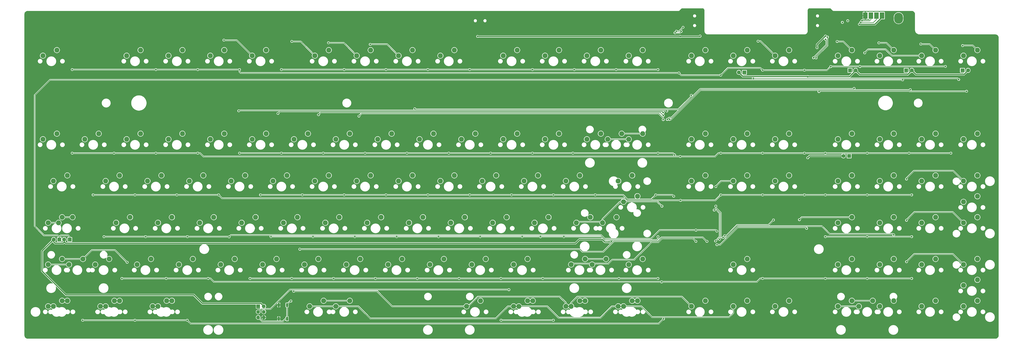
<source format=gbr>
G04 #@! TF.GenerationSoftware,KiCad,Pcbnew,5.1.6*
G04 #@! TF.CreationDate,2020-10-03T15:38:36+02:00*
G04 #@! TF.ProjectId,gh80-3003,67683830-2d33-4303-9033-2e6b69636164,rev?*
G04 #@! TF.SameCoordinates,Original*
G04 #@! TF.FileFunction,Copper,L1,Top*
G04 #@! TF.FilePolarity,Positive*
%FSLAX46Y46*%
G04 Gerber Fmt 4.6, Leading zero omitted, Abs format (unit mm)*
G04 Created by KiCad (PCBNEW 5.1.6) date 2020-10-03 15:38:36*
%MOMM*%
%LPD*%
G01*
G04 APERTURE LIST*
G04 #@! TA.AperFunction,ComponentPad*
%ADD10C,2.286000*%
G04 #@! TD*
G04 #@! TA.AperFunction,ComponentPad*
%ADD11R,2.000000X3.000000*%
G04 #@! TD*
G04 #@! TA.AperFunction,ComponentPad*
%ADD12O,4.000000X5.000000*%
G04 #@! TD*
G04 #@! TA.AperFunction,ComponentPad*
%ADD13R,1.700000X1.700000*%
G04 #@! TD*
G04 #@! TA.AperFunction,ComponentPad*
%ADD14O,1.700000X1.700000*%
G04 #@! TD*
G04 #@! TA.AperFunction,ComponentPad*
%ADD15R,1.800000X1.800000*%
G04 #@! TD*
G04 #@! TA.AperFunction,ComponentPad*
%ADD16C,1.800000*%
G04 #@! TD*
G04 #@! TA.AperFunction,SMDPad,CuDef*
%ADD17R,1.000000X1.700000*%
G04 #@! TD*
G04 #@! TA.AperFunction,ComponentPad*
%ADD18R,1.778000X1.778000*%
G04 #@! TD*
G04 #@! TA.AperFunction,ComponentPad*
%ADD19C,1.778000*%
G04 #@! TD*
G04 #@! TA.AperFunction,ViaPad*
%ADD20C,0.800000*%
G04 #@! TD*
G04 #@! TA.AperFunction,Conductor*
%ADD21C,0.500000*%
G04 #@! TD*
G04 #@! TA.AperFunction,Conductor*
%ADD22C,0.250000*%
G04 #@! TD*
G04 #@! TA.AperFunction,Conductor*
%ADD23C,0.200000*%
G04 #@! TD*
G04 APERTURE END LIST*
D10*
X300991280Y-6985000D03*
X307341280Y-4445000D03*
X234315000Y-6985000D03*
X240665000Y-4445000D03*
X424816800Y-6985040D03*
X431166800Y-4445040D03*
X386715000Y-45085000D03*
X393065000Y-42545000D03*
X215265920Y-45085200D03*
X221615920Y-42545200D03*
X53340000Y-64135000D03*
X59690000Y-61595000D03*
X300990000Y-64135000D03*
X307340000Y-61595000D03*
X405765000Y-64135000D03*
X412115000Y-61595000D03*
X12858750Y-83185000D03*
X19208750Y-80645000D03*
X320040000Y-102235000D03*
X326390000Y-99695000D03*
X200977500Y-102235000D03*
X207327500Y-99695000D03*
X270033750Y-73609201D03*
X276383750Y-71069201D03*
X148590000Y-6985000D03*
X154940000Y-4445000D03*
X5715008Y-6985008D03*
X12065008Y-4445008D03*
X43815200Y-6985000D03*
X50165200Y-4445000D03*
X62865000Y-6985000D03*
X69215000Y-4445000D03*
X81915360Y-6985000D03*
X88265360Y-4445000D03*
X100965440Y-6985000D03*
X107315440Y-4445000D03*
X129540000Y-6985000D03*
X135890000Y-4445000D03*
X167640000Y-6985000D03*
X173990000Y-4445000D03*
X186690000Y-6985000D03*
X193040000Y-4445000D03*
X215265000Y-6985000D03*
X221615000Y-4445000D03*
X253365000Y-6985000D03*
X259715000Y-4445000D03*
X272415000Y-6985000D03*
X278765000Y-4445000D03*
X320041360Y-6985040D03*
X326391360Y-4445040D03*
X339090000Y-6985000D03*
X345440000Y-4445000D03*
X5715040Y-45085000D03*
X12065040Y-42545000D03*
X24765000Y-45085000D03*
X31115000Y-42545000D03*
X43815200Y-45085200D03*
X50165200Y-42545200D03*
X62865280Y-45085200D03*
X69215280Y-42545200D03*
X81915360Y-45085200D03*
X88265360Y-42545200D03*
X100965440Y-45085200D03*
X107315440Y-42545200D03*
X120015520Y-45085200D03*
X126365520Y-42545200D03*
X139065000Y-45085000D03*
X145415000Y-42545000D03*
X158115680Y-45085200D03*
X164465680Y-42545200D03*
X177165000Y-45085200D03*
X183515000Y-42545200D03*
X196215840Y-45085200D03*
X202565840Y-42545200D03*
X234316000Y-45085000D03*
X240666000Y-42545000D03*
X253366080Y-45085200D03*
X259716080Y-42545200D03*
X262890000Y-45085000D03*
X269240000Y-42545000D03*
X300990000Y-45085000D03*
X307340000Y-42545000D03*
X320040000Y-45085000D03*
X326390000Y-42545000D03*
X339090000Y-45085000D03*
X345440000Y-42545000D03*
X367665000Y-45085000D03*
X374015000Y-42545000D03*
X405765000Y-45085000D03*
X412115000Y-42545000D03*
X424815000Y-45085000D03*
X431165000Y-42545000D03*
X10477500Y-64135000D03*
X16827500Y-61595000D03*
X34290000Y-64135000D03*
X40640000Y-61595000D03*
X72390000Y-64135000D03*
X78740000Y-61595000D03*
X91440000Y-64135000D03*
X97790000Y-61595000D03*
X110490000Y-64135000D03*
X116840000Y-61595000D03*
X129540000Y-64135000D03*
X135890000Y-61595000D03*
X148590000Y-64135000D03*
X154940000Y-61595000D03*
X167640000Y-64135000D03*
X173990000Y-61595000D03*
X186690000Y-64135000D03*
X193040000Y-61595000D03*
X205740000Y-64135000D03*
X212090000Y-61595000D03*
X224790000Y-64135000D03*
X231140000Y-61595000D03*
X243840000Y-64135000D03*
X250190000Y-61595000D03*
X267652500Y-64135000D03*
X274002500Y-61595000D03*
X320040000Y-64135000D03*
X326390000Y-61595000D03*
X339090000Y-64135000D03*
X345440000Y-61595000D03*
X367665000Y-64135000D03*
X374015000Y-61595000D03*
X386715000Y-64135000D03*
X393065000Y-61595000D03*
X424815000Y-64135000D03*
X431165000Y-61595000D03*
X39052500Y-83185000D03*
X45402500Y-80645000D03*
X58102500Y-83185000D03*
X64452500Y-80645000D03*
X77152500Y-83185000D03*
X83502500Y-80645000D03*
X96202500Y-83185000D03*
X102552500Y-80645000D03*
X115252500Y-83185000D03*
X121602500Y-80645000D03*
X134302500Y-83185000D03*
X140652500Y-80645000D03*
X153352500Y-83185000D03*
X159702500Y-80645000D03*
X172402500Y-83185000D03*
X178752500Y-80645000D03*
X191452500Y-83185000D03*
X197802500Y-80645000D03*
X210502500Y-83185000D03*
X216852500Y-80645000D03*
X229552500Y-83185000D03*
X235902500Y-80645000D03*
X260508750Y-83185000D03*
X266858750Y-80645000D03*
X367665000Y-83185000D03*
X374015000Y-80645000D03*
X386715000Y-83185000D03*
X393065000Y-80645000D03*
X405765000Y-83185000D03*
X412115000Y-80645000D03*
X424815000Y-73660000D03*
X431165000Y-71120000D03*
X17621250Y-102235000D03*
X23971250Y-99695000D03*
X29527500Y-102235000D03*
X35877500Y-99695000D03*
X48577500Y-102235000D03*
X54927500Y-99695000D03*
X67627500Y-102235000D03*
X73977500Y-99695000D03*
X86677500Y-102235000D03*
X93027500Y-99695000D03*
X105727500Y-102235000D03*
X112077500Y-99695000D03*
X124777500Y-102235000D03*
X131127500Y-99695000D03*
X143827500Y-102235000D03*
X150177500Y-99695000D03*
X162877500Y-102235000D03*
X169227500Y-99695000D03*
X181927500Y-102235000D03*
X188277500Y-99695000D03*
X220027500Y-102235000D03*
X226377500Y-99695000D03*
X255746250Y-102235000D03*
X262096250Y-99695000D03*
X272415000Y-102235000D03*
X278765000Y-99695000D03*
X367665000Y-102235000D03*
X374015000Y-99695000D03*
X386715000Y-102235000D03*
X393065000Y-99695000D03*
X405765000Y-102235000D03*
X412115000Y-99695000D03*
X424815000Y-102235000D03*
X431165000Y-99695000D03*
X34290000Y-121285000D03*
X40640000Y-118745000D03*
X243840000Y-121285000D03*
X250190000Y-118745000D03*
X300990000Y-121285000D03*
X307340000Y-118745000D03*
X320040000Y-121285000D03*
X326390000Y-118745000D03*
X339090000Y-121285000D03*
X345440000Y-118745000D03*
X386715000Y-121285000D03*
X393065000Y-118745000D03*
X405765000Y-121285000D03*
X412115000Y-118745000D03*
X424815000Y-111760000D03*
X431165000Y-109220000D03*
X367665000Y-6985000D03*
X374015000Y-4445000D03*
X386716640Y-6985040D03*
X393066640Y-4445040D03*
X405766720Y-6985000D03*
X412116720Y-4445000D03*
X272415000Y-45085000D03*
X278765000Y-42545000D03*
X8096250Y-83185000D03*
X14446250Y-80645000D03*
X248602500Y-83185000D03*
X254952500Y-80645000D03*
X424815000Y-83185000D03*
X431165000Y-80645000D03*
X8096250Y-102235000D03*
X14446250Y-99695000D03*
X246221250Y-102235000D03*
X252571250Y-99695000D03*
X10477500Y-121285000D03*
X16827500Y-118745000D03*
X58102500Y-121285000D03*
X64452500Y-118745000D03*
X139065000Y-121285000D03*
X145415000Y-118745000D03*
X220027500Y-121285000D03*
X226377500Y-118745000D03*
X267652500Y-121285000D03*
X274002500Y-118745000D03*
X198596250Y-121285000D03*
X204946250Y-118745000D03*
X127158750Y-121285000D03*
X133508750Y-118745000D03*
X222408750Y-121285000D03*
X228758750Y-118745000D03*
X246221250Y-121285000D03*
X252571250Y-118745000D03*
X270033750Y-121285000D03*
X276383750Y-118745000D03*
X424815000Y-121285000D03*
X431165000Y-118745000D03*
X8096260Y-121285104D03*
X14446260Y-118745104D03*
X31908750Y-121285000D03*
X38258750Y-118745000D03*
X55721250Y-121285000D03*
X62071250Y-118745000D03*
X377190000Y-121285000D03*
X383540000Y-118745000D03*
X367665000Y-121285000D03*
X374015000Y-118745000D03*
D11*
X380166885Y11310947D03*
X382706885Y11310947D03*
X385246885Y11310947D03*
X387786885Y11310947D03*
D12*
X395287832Y10120321D03*
D13*
X103730000Y-121285000D03*
D14*
X106270000Y-121285000D03*
X103730000Y-123825000D03*
X106270000Y-123825000D03*
X103730000Y-126365000D03*
X106270000Y-126365000D03*
D15*
X373181877Y-13692199D03*
D16*
X375721877Y-13692199D03*
D15*
X398780336Y-13692199D03*
D16*
X401320336Y-13692199D03*
X426918795Y-13692199D03*
D15*
X424378795Y-13692199D03*
D17*
X113100000Y-126975000D03*
X113100000Y-120675000D03*
X116900000Y-126975000D03*
X116900000Y-120675000D03*
D18*
X372745312Y-52705040D03*
D19*
X370205312Y-52705040D03*
X15398764Y-90805072D03*
D18*
X17938764Y-90805072D03*
X13176260Y-90805072D03*
D19*
X10636260Y-90805072D03*
X322581360Y-14605040D03*
D18*
X325121360Y-14605040D03*
D20*
X359410000Y-11684000D03*
X359410000Y-9144000D03*
X359410000Y-10414000D03*
X324104000Y-88138000D03*
X324104000Y-90678000D03*
X322326000Y-92202000D03*
X311912000Y-99568000D03*
X313436000Y-97790000D03*
X307594000Y-100584000D03*
X301752000Y-100584000D03*
X301752000Y-96266000D03*
X307594000Y-96266000D03*
X209296000Y9144000D03*
X204978000Y11938000D03*
X200406000Y9144000D03*
X302514000Y13462000D03*
X302514000Y4572000D03*
X305308000Y8890000D03*
X377698000Y11430000D03*
X358394000Y13462000D03*
X355346000Y9144000D03*
X358394000Y4572000D03*
X295910000Y-82804000D03*
X300482000Y-80391000D03*
X305562000Y-83439000D03*
X308356000Y-85217000D03*
X355092000Y-24384000D03*
X355092000Y-19939000D03*
X356108000Y-3429000D03*
X348361000Y-3429000D03*
X315214000Y-80264000D03*
X316992000Y-81788000D03*
X294132000Y-92710000D03*
X295910000Y-94234000D03*
X293624000Y-81026000D03*
X295917939Y1785939D03*
X203597046Y1785939D03*
X377428442Y7329695D03*
X358140000Y-3352800D03*
X304927000Y1935940D03*
X361999128Y1935940D03*
X122681920Y-95250080D03*
X118618000Y-118872000D03*
X308050256Y-91678202D03*
X217884558Y-113704783D03*
X386298762Y-1150001D03*
X393066640Y-88701637D03*
X315400000Y-89900000D03*
X312073699Y-66692398D03*
X312073699Y-75604751D03*
X313764485Y-90715858D03*
X311348699Y-77390690D03*
X300919213Y-25075213D03*
X119888000Y-114429783D03*
X311944012Y-91511011D03*
X175022022Y-31234957D03*
X379857000Y-5715000D03*
X398907000Y-63246000D03*
X295275248Y-14882825D03*
X314325000Y-15875000D03*
X352425000Y-13589000D03*
X333375000Y-13589000D03*
X19050016Y-13335008D03*
X57150008Y-13335008D03*
X76200008Y-13335008D03*
X95250080Y-13335008D03*
X364397312Y-11938000D03*
X377698000Y-11938000D03*
X416621604Y-11906260D03*
X398907000Y-82042000D03*
X44069000Y-101219000D03*
X398907000Y-100965000D03*
X100012584Y-108585088D03*
X118999088Y-108585088D03*
X138049088Y-108585088D03*
X157098912Y-108585088D03*
X176149088Y-108585088D03*
X195199088Y-108585088D03*
X214249088Y-108585088D03*
X233299088Y-108585088D03*
X267969912Y-108585088D03*
X285750240Y-108585088D03*
X303014317Y-86536011D03*
X401240962Y-89535072D03*
X381000072Y-89535072D03*
X361950304Y-89535072D03*
X90487576Y-89640072D03*
X71500928Y-89535072D03*
X52451072Y-89535072D03*
X33527928Y-89535072D03*
X312560000Y-87010990D03*
X287406492Y-110162592D03*
X333375280Y-108585088D03*
X361950304Y-108585088D03*
X381000088Y-108585088D03*
X401240962Y-108585088D03*
X41671910Y-108585088D03*
X61848912Y-108585088D03*
X80962568Y-108585088D03*
X288290000Y-127000000D03*
X71437560Y-127635104D03*
X47624896Y-127635104D03*
X23812520Y-127635104D03*
X375047190Y-21931800D03*
X289941000Y-36068000D03*
X290978370Y-36068000D03*
X400610743Y-22521894D03*
X353411241Y-85754759D03*
X426244108Y-23217207D03*
X312553989Y-93211011D03*
X359029000Y-23381800D03*
X297160492Y5953100D03*
X294132000Y4191000D03*
X378634504Y8972809D03*
X372159695Y8939695D03*
X362892153Y1485919D03*
X357733600Y-8026400D03*
X296293849Y4061151D03*
X293491814Y3422777D03*
X378025429Y8179695D03*
X369689373Y8179695D03*
X356565200Y-7975600D03*
X361979153Y485929D03*
X114300096Y-13335008D03*
X142874992Y-13335008D03*
X161924992Y-13335008D03*
X180975008Y-13335008D03*
X200024992Y-13335008D03*
X228599992Y-13335008D03*
X247650008Y-13335008D03*
X266699992Y-13335008D03*
X285750240Y-13335008D03*
X295870561Y-52982857D03*
X419100352Y-51435040D03*
X400049960Y-51435040D03*
X380999960Y-51435040D03*
X361950040Y-51435040D03*
X352425040Y-51435040D03*
X333374960Y-51435040D03*
X314325264Y-51435040D03*
X76200064Y-51435040D03*
X57150040Y-51435040D03*
X38100040Y-51435040D03*
X19050016Y-51435040D03*
X293359622Y-52257857D03*
X285750240Y-51435040D03*
X247015040Y-51435040D03*
X228600040Y-51435040D03*
X209550040Y-51435040D03*
X190500040Y-51435040D03*
X171450040Y-51435040D03*
X152399960Y-51435040D03*
X133349960Y-51435040D03*
X114299960Y-51435040D03*
X95250080Y-51435040D03*
X296000248Y-72987211D03*
X28575024Y-70485056D03*
X47624944Y-70485056D03*
X66674944Y-70485056D03*
X85725072Y-70485056D03*
X314325264Y-70485056D03*
X333374944Y-70485056D03*
X352424944Y-70485056D03*
X361950056Y-70485056D03*
X380999944Y-70485056D03*
X401240962Y-70485056D03*
X104775088Y-70485056D03*
X123824944Y-70485056D03*
X142874944Y-70485056D03*
X161924944Y-70485056D03*
X180974944Y-70485056D03*
X200024944Y-70485056D03*
X219074944Y-70485056D03*
X238124944Y-70485056D03*
X257175216Y-70485056D03*
X284700240Y-70485056D03*
X292909612Y-71090000D03*
X232227499Y-89590501D03*
X285750240Y-89535072D03*
X242887704Y-89535072D03*
X223900928Y-89535072D03*
X204787672Y-89535072D03*
X185800928Y-89535072D03*
X166751072Y-89535072D03*
X147700928Y-89535072D03*
X128651072Y-89535072D03*
X109537592Y-89535072D03*
X238125200Y-127635104D03*
X214312680Y-127635104D03*
X88106324Y99999D03*
X289751880Y-32246902D03*
X94853658Y-32146902D03*
X119032913Y-495314D03*
X288131492Y-32946905D03*
X112713112Y-33337528D03*
X135701677Y-1120314D03*
X288163000Y-34290000D03*
X131167879Y-33932841D03*
X154722005Y-1845314D03*
X288131492Y-36160350D03*
X149592159Y-34557841D03*
X316111203Y-89161011D03*
X338328000Y-81915000D03*
X331300000Y-400000D03*
X367308121Y-525001D03*
X350139000Y-81788000D03*
X405408153Y-1685939D03*
X303014317Y-91678202D03*
X424428482Y-2410939D03*
X287536179Y-75604751D03*
X397133145Y-18018764D03*
X329162236Y-17293764D03*
X422672230Y-17859390D03*
X263525000Y-91948000D03*
X353925296Y-53578170D03*
X353925296Y-16533704D03*
D21*
X295917939Y1785939D02*
X203597046Y1785939D01*
X295870561Y1785939D02*
X295917939Y1785939D01*
X384575635Y7329695D02*
X383976885Y7329695D01*
X387786885Y10540945D02*
X384575635Y7329695D01*
X387786885Y11310947D02*
X387786885Y10540945D01*
X377428442Y7329695D02*
X383976885Y7329695D01*
X361980940Y1935940D02*
X361999128Y1935940D01*
X358140000Y-1905000D02*
X361980940Y1935940D01*
X295917939Y1785939D02*
X304776999Y1785939D01*
X358140000Y-3352800D02*
X358140000Y-1905000D01*
X304776999Y1785939D02*
X304927000Y1935940D01*
D22*
X287310894Y-89892263D02*
X285636157Y-91567000D01*
X306164317Y-89892263D02*
X287310894Y-89892263D01*
X265620800Y-91567000D02*
X260747094Y-96440706D01*
X307950256Y-91678202D02*
X306164317Y-89892263D01*
X285636157Y-91567000D02*
X265620800Y-91567000D01*
X260747094Y-96440706D02*
X251409482Y-96440706D01*
X251409482Y-96440706D02*
X250218856Y-95250080D01*
X250218856Y-95250080D02*
X122681920Y-95250080D01*
X122681920Y-95250080D02*
X122634478Y-95250080D01*
X116900000Y-120336000D02*
X118364000Y-118872000D01*
X116900000Y-120675000D02*
X116900000Y-120336000D01*
X118364000Y-118872000D02*
X118618000Y-118872000D01*
X116900000Y-120675000D02*
X116900000Y-120629887D01*
X116900000Y-120675000D02*
X116900000Y-126975000D01*
X116150000Y-126975000D02*
X116900000Y-126975000D01*
X114965000Y-128160000D02*
X116150000Y-126975000D01*
X103730000Y-126365000D02*
X105525000Y-128160000D01*
X105525000Y-128160000D02*
X114965000Y-128160000D01*
X389812226Y-1190626D02*
X386358137Y-1190626D01*
X393066640Y-4445040D02*
X389812226Y-1190626D01*
X109379997Y-122460001D02*
X113372711Y-118467287D01*
X103730000Y-123825000D02*
X105094999Y-122460001D01*
X105094999Y-122460001D02*
X109379997Y-122460001D01*
X113372711Y-118467287D02*
X118135215Y-113704783D01*
X118135215Y-113704783D02*
X217884558Y-113704783D01*
X316739875Y-89900000D02*
X315400000Y-89900000D01*
X321889886Y-84749989D02*
X316739875Y-89900000D01*
X360379908Y-84749989D02*
X321889886Y-84749989D01*
X363909919Y-88280000D02*
X360379908Y-84749989D01*
X393066640Y-88701637D02*
X392645003Y-88280000D01*
X392645003Y-88280000D02*
X363909919Y-88280000D01*
X312056357Y-66675056D02*
X312073699Y-66692398D01*
X311973699Y-66675056D02*
X312056357Y-66675056D01*
X127158750Y-121285000D02*
X139065000Y-121285000D01*
X220027500Y-121285000D02*
X222408750Y-121285000D01*
X267652500Y-121285000D02*
X270033750Y-121285000D01*
X235281349Y-121285000D02*
X240506452Y-126510103D01*
X222408750Y-121285000D02*
X235281349Y-121285000D01*
X264781571Y-121285000D02*
X267652500Y-121285000D01*
X259556468Y-126510103D02*
X264781571Y-121285000D01*
X240506452Y-126510103D02*
X259556468Y-126510103D01*
X149264711Y-121285000D02*
X139065000Y-121285000D01*
X154781380Y-126801669D02*
X149264711Y-121285000D01*
X220027500Y-121285000D02*
X217448097Y-121285000D01*
X217448097Y-121285000D02*
X211931428Y-126801669D01*
X211931428Y-126801669D02*
X161925136Y-126801669D01*
X161925136Y-126801669D02*
X154781380Y-126801669D01*
X320040000Y-124295334D02*
X318128978Y-126206356D01*
X320040000Y-121285000D02*
X320040000Y-124295334D01*
X271650196Y-121285000D02*
X270033750Y-121285000D01*
X278124084Y-121285000D02*
X271650196Y-121285000D01*
X283045440Y-126206356D02*
X278124084Y-121285000D01*
X318128978Y-126206356D02*
X283045440Y-126206356D01*
X320040000Y-64135000D02*
X314513755Y-64135000D01*
X314513755Y-64135000D02*
X311973699Y-66675056D01*
X314330011Y-90150332D02*
X313764485Y-90715858D01*
X314330011Y-78600011D02*
X314330011Y-90150332D01*
X312073699Y-75604751D02*
X312073699Y-76343699D01*
X312073699Y-76343699D02*
X314330011Y-78600011D01*
X300919213Y-25075213D02*
X300991280Y-25003146D01*
X120253226Y-114329783D02*
X119988000Y-114329783D01*
X119988000Y-114329783D02*
X119888000Y-114429783D01*
X243840000Y-121285000D02*
X246221250Y-121285000D01*
X164742849Y-121285000D02*
X198596250Y-121285000D01*
X161925136Y-118467287D02*
X164742849Y-121285000D01*
X157787632Y-114329783D02*
X161925136Y-118467287D01*
X120253226Y-114329783D02*
X157787632Y-114329783D01*
X175297021Y-31509956D02*
X175022022Y-31234957D01*
X295000044Y-31509956D02*
X175297021Y-31509956D01*
X300919213Y-25075213D02*
X300919213Y-25590787D01*
X300919213Y-25590787D02*
X295000044Y-31509956D01*
X246221250Y-119668554D02*
X246221250Y-121285000D01*
X249029804Y-116860000D02*
X246221250Y-119668554D01*
X300990000Y-121285000D02*
X296565000Y-116860000D01*
X296565000Y-116860000D02*
X249029804Y-116860000D01*
X243840000Y-119710000D02*
X243840000Y-121285000D01*
X240990000Y-116860000D02*
X243840000Y-119710000D01*
X203750000Y-116860000D02*
X240990000Y-116860000D01*
X198596250Y-121285000D02*
X199325000Y-121285000D01*
X199325000Y-121285000D02*
X203750000Y-116860000D01*
X313880000Y-89575023D02*
X311944012Y-91511011D01*
X313880000Y-78800000D02*
X313880000Y-89575023D01*
X311348699Y-77390690D02*
X312470690Y-77390690D01*
X312470690Y-77390690D02*
X313880000Y-78800000D01*
X379809694Y-5715008D02*
X379856992Y-5715008D01*
X379856992Y-5715008D02*
X379857000Y-5715000D01*
X379809694Y-5715008D02*
X381357511Y-4167191D01*
X389493458Y-4167191D02*
X392311267Y-6985000D01*
X381357511Y-4167191D02*
X389493458Y-4167191D01*
X405766720Y-6985000D02*
X392311267Y-6985000D01*
X420190000Y-59510000D02*
X424815000Y-64135000D01*
X402214766Y-59510000D02*
X420190000Y-59510000D01*
X398859710Y-62865056D02*
X402214766Y-59510000D01*
X398907000Y-63246000D02*
X398859710Y-63198710D01*
X398859710Y-63198710D02*
X398859710Y-62865056D01*
X317627000Y-12573000D02*
X332359000Y-12573000D01*
X314325000Y-15875000D02*
X317627000Y-12573000D01*
X332359000Y-12573000D02*
X333375000Y-13589000D01*
X286940866Y-14882825D02*
X295124175Y-14882825D01*
X295124175Y-14882825D02*
X295275248Y-14882825D01*
X314325000Y-15875000D02*
X296267423Y-15875000D01*
X296267423Y-15875000D02*
X295275248Y-14882825D01*
X352425000Y-13589000D02*
X362746312Y-13589000D01*
X333375000Y-13589000D02*
X352425000Y-13589000D01*
X362746312Y-13589000D02*
X364397312Y-11938000D01*
X57150008Y-13335008D02*
X76200008Y-13335008D01*
X19050016Y-13335008D02*
X57150008Y-13335008D01*
X76200008Y-13335008D02*
X95250080Y-13335008D01*
X377698000Y-11938000D02*
X416589864Y-11938000D01*
X364397312Y-11938000D02*
X377698000Y-11938000D01*
X416589864Y-11938000D02*
X416621604Y-11906260D01*
X95250080Y-14385008D02*
X95747897Y-14882825D01*
X95250080Y-13335008D02*
X95250080Y-14385008D01*
X95747897Y-14882825D02*
X286940866Y-14882825D01*
X270856446Y-42545000D02*
X278765000Y-42545000D01*
X269240000Y-42545000D02*
X270856446Y-42545000D01*
X226377500Y-118745000D02*
X228758750Y-118745000D01*
X254187696Y-99695000D02*
X262096250Y-99695000D01*
X252571250Y-99695000D02*
X254187696Y-99695000D01*
X16062696Y-80645000D02*
X19208750Y-80645000D01*
X14446250Y-80645000D02*
X16062696Y-80645000D01*
X135125196Y-118745000D02*
X145415000Y-118745000D01*
X133508750Y-118745000D02*
X135125196Y-118745000D01*
X423672001Y-82042001D02*
X424815000Y-83185000D01*
X419920000Y-78290000D02*
X423672001Y-82042001D01*
X402484782Y-78290000D02*
X419920000Y-78290000D01*
X398859710Y-81915072D02*
X402484782Y-78290000D01*
X398907000Y-82042000D02*
X398859710Y-81994710D01*
X398859710Y-81994710D02*
X398859710Y-81915072D01*
X38481000Y-95631000D02*
X28035250Y-95631000D01*
X44069000Y-101219000D02*
X38481000Y-95631000D01*
X28035250Y-95631000D02*
X23971250Y-99695000D01*
X16062696Y-99695000D02*
X23971250Y-99695000D01*
X14446250Y-99695000D02*
X16062696Y-99695000D01*
X250190000Y-118745000D02*
X252571250Y-118745000D01*
X423672001Y-101092001D02*
X424815000Y-102235000D01*
X420040000Y-97460000D02*
X423672001Y-101092001D01*
X402364798Y-97460000D02*
X420040000Y-97460000D01*
X398859710Y-100965088D02*
X402364798Y-97460000D01*
X398907000Y-100965000D02*
X398906912Y-100965088D01*
X398906912Y-100965088D02*
X398859710Y-100965088D01*
X16827396Y-118745104D02*
X16827500Y-118745000D01*
X14446260Y-118745104D02*
X16827396Y-118745104D01*
X38258750Y-118745000D02*
X40640000Y-118745000D01*
X62071250Y-118745000D02*
X64452500Y-118745000D01*
X118999088Y-108585088D02*
X138049088Y-108585088D01*
X101062584Y-108585088D02*
X118999088Y-108585088D01*
X138049088Y-108585088D02*
X157098912Y-108585088D01*
X157098912Y-108585088D02*
X176149088Y-108585088D01*
X176149088Y-108585088D02*
X195199088Y-108585088D01*
X195199088Y-108585088D02*
X214249088Y-108585088D01*
X214249088Y-108585088D02*
X233299088Y-108585088D01*
X233299088Y-108585088D02*
X267969912Y-108585088D01*
X267969912Y-108585088D02*
X285750240Y-108585088D01*
X100012584Y-108585088D02*
X101062584Y-108585088D01*
X261528861Y-90487576D02*
X282612734Y-90487576D01*
X91275929Y-88810071D02*
X259851356Y-88810071D01*
X259851356Y-88810071D02*
X261528861Y-90487576D01*
X71500928Y-89535072D02*
X90550928Y-89535072D01*
X90550928Y-89535072D02*
X91275929Y-88810071D01*
X282612734Y-90487576D02*
X286564299Y-86536011D01*
X286564299Y-86536011D02*
X303014317Y-86536011D01*
X381000072Y-89535072D02*
X401240962Y-89535072D01*
X363000304Y-89535072D02*
X381000072Y-89535072D01*
X361950072Y-89535072D02*
X361950304Y-89535072D01*
X52451072Y-89535072D02*
X71500928Y-89535072D01*
X34387528Y-89535072D02*
X52451072Y-89535072D01*
X33527928Y-89535072D02*
X34387528Y-89535072D01*
X33337528Y-89535072D02*
X33527928Y-89535072D01*
X361950304Y-89535072D02*
X363000304Y-89535072D01*
X303014317Y-86536011D02*
X312085021Y-86536011D01*
X312085021Y-86536011D02*
X312560000Y-87010990D01*
X381000088Y-108585088D02*
X401240962Y-108585088D01*
X363000304Y-108585088D02*
X381000088Y-108585088D01*
X61848912Y-108585088D02*
X80962568Y-108585088D01*
X41671910Y-108585088D02*
X61848912Y-108585088D01*
X361950304Y-108585088D02*
X363000304Y-108585088D01*
X334425280Y-108585088D02*
X361950304Y-108585088D01*
X333375280Y-108585088D02*
X334425280Y-108585088D01*
X82012568Y-108585088D02*
X80962568Y-108585088D01*
X82012568Y-108585088D02*
X83560385Y-110132905D01*
X332325280Y-108585088D02*
X333375280Y-108585088D01*
X330777463Y-110132905D02*
X332325280Y-108585088D01*
X300633065Y-110132905D02*
X330777463Y-110132905D01*
X83560385Y-110132905D02*
X285750240Y-110132905D01*
X285750240Y-110132905D02*
X286345553Y-110132905D01*
X286345553Y-110132905D02*
X287506492Y-110132905D01*
X287506492Y-110132905D02*
X300633065Y-110132905D01*
X286107079Y-129182921D02*
X288290000Y-127000000D01*
X284226000Y-129182921D02*
X286107079Y-129182921D01*
X71437560Y-127635104D02*
X72985377Y-129182921D01*
X72985377Y-129182921D02*
X284226000Y-129182921D01*
X47624896Y-127635104D02*
X71437560Y-127635104D01*
X24862520Y-127635104D02*
X47624896Y-127635104D01*
X23812520Y-127635104D02*
X24862520Y-127635104D01*
X374883771Y-22190000D02*
X375047190Y-22026581D01*
X304960590Y-22190000D02*
X374883771Y-22190000D01*
X291844590Y-35306000D02*
X304960590Y-22190000D01*
X289941000Y-36068000D02*
X290703000Y-35306000D01*
X290703000Y-35306000D02*
X291844590Y-35306000D01*
X291719000Y-36068000D02*
X305130200Y-22656800D01*
X400610743Y-22656800D02*
X400645649Y-22621894D01*
X290978370Y-36068000D02*
X291719000Y-36068000D01*
X305130200Y-22656800D02*
X400610743Y-22656800D01*
X361487885Y-23114000D02*
X361222097Y-23114000D01*
X361222097Y-23114000D02*
X359296800Y-23114000D01*
X359296800Y-23114000D02*
X359029000Y-23381800D01*
X361487885Y-23114000D02*
X400129847Y-23114000D01*
X400262742Y-23246895D02*
X426214420Y-23246895D01*
X426214420Y-23246895D02*
X426244108Y-23217207D01*
X400129847Y-23114000D02*
X400262742Y-23246895D01*
X312553989Y-93211011D02*
X312539325Y-93211011D01*
X314065275Y-93211011D02*
X312553989Y-93211011D01*
X322076286Y-85200000D02*
X314065275Y-93211011D01*
X353411241Y-85754759D02*
X352856482Y-85200000D01*
X352856482Y-85200000D02*
X322076286Y-85200000D01*
X295374583Y4167191D02*
X297160492Y5953100D01*
X295275248Y4167191D02*
X295374583Y4167191D01*
X294155809Y4167191D02*
X295275248Y4167191D01*
X294132000Y4191000D02*
X294155809Y4167191D01*
X357733600Y-7518400D02*
X362892153Y-2359847D01*
X362892153Y-2359847D02*
X362892153Y1485919D01*
X357733600Y-8026400D02*
X357733600Y-7518400D01*
X382706885Y9560947D02*
X382706885Y11310947D01*
X382075639Y8929701D02*
X382706885Y9560947D01*
X378619068Y8929701D02*
X382075639Y8929701D01*
X294084622Y3367188D02*
X295599886Y3367188D01*
X295599886Y3367188D02*
X295634936Y3402238D01*
X295634936Y3402238D02*
X296293849Y4061151D01*
X294084622Y3367188D02*
X293547403Y3367188D01*
X293547403Y3367188D02*
X293491814Y3422777D01*
X362407200Y-2133600D02*
X362407200Y57882D01*
X356565200Y-7975600D02*
X362407200Y-2133600D01*
X362407200Y57882D02*
X361979153Y485929D01*
X385246885Y9560947D02*
X385246885Y11310947D01*
X383815636Y8129698D02*
X385246885Y9560947D01*
X378023755Y8129698D02*
X383815636Y8129698D01*
X377190000Y-121285000D02*
X367665000Y-121285000D01*
X142874992Y-13335008D02*
X161924992Y-13335008D01*
X115350096Y-13335008D02*
X142874992Y-13335008D01*
X161924992Y-13335008D02*
X180975008Y-13335008D01*
X180975008Y-13335008D02*
X200024992Y-13335008D01*
X200024992Y-13335008D02*
X228599992Y-13335008D01*
X228599992Y-13335008D02*
X247650008Y-13335008D01*
X247650008Y-13335008D02*
X266699992Y-13335008D01*
X266699992Y-13335008D02*
X285750240Y-13335008D01*
X114300096Y-13335008D02*
X115350096Y-13335008D01*
X400049960Y-51435040D02*
X419100352Y-51435040D01*
X380999960Y-51435040D02*
X400049960Y-51435040D01*
X361950040Y-51435040D02*
X380999960Y-51435040D01*
X352425040Y-51435040D02*
X361950040Y-51435040D01*
X333374960Y-51435040D02*
X352425040Y-51435040D01*
X315375264Y-51435040D02*
X333374960Y-51435040D01*
X57150040Y-51435040D02*
X76200064Y-51435040D01*
X38100040Y-51435040D02*
X57150040Y-51435040D01*
X20100016Y-51435040D02*
X38100040Y-51435040D01*
X19050016Y-51435040D02*
X20100016Y-51435040D01*
X314325264Y-51435040D02*
X315375264Y-51435040D01*
X77250064Y-51435040D02*
X78797881Y-52982857D01*
X76200064Y-51435040D02*
X77250064Y-51435040D01*
X313275264Y-51435040D02*
X314325264Y-51435040D01*
X311727447Y-52982857D02*
X313275264Y-51435040D01*
X78797881Y-52982857D02*
X293489309Y-52982857D01*
X293489309Y-52982857D02*
X295870561Y-52982857D01*
X295870561Y-52982857D02*
X311727447Y-52982857D01*
X247015040Y-51435040D02*
X285750240Y-51435040D01*
X228600040Y-51435040D02*
X247015040Y-51435040D01*
X209550040Y-51435040D02*
X228600040Y-51435040D01*
X190500040Y-51435040D02*
X209550040Y-51435040D01*
X171450040Y-51435040D02*
X190500040Y-51435040D01*
X152399960Y-51435040D02*
X171450040Y-51435040D01*
X133349960Y-51435040D02*
X152399960Y-51435040D01*
X114299960Y-51435040D02*
X133349960Y-51435040D01*
X96300080Y-51435040D02*
X114299960Y-51435040D01*
X95250080Y-51435040D02*
X96300080Y-51435040D01*
X292536805Y-51435040D02*
X285750240Y-51435040D01*
X293459622Y-52357857D02*
X292536805Y-51435040D01*
X47624944Y-70485056D02*
X66674944Y-70485056D01*
X29625024Y-70485056D02*
X47624944Y-70485056D01*
X66674944Y-70485056D02*
X85725072Y-70485056D01*
X333374944Y-70485056D02*
X352424944Y-70485056D01*
X315375264Y-70485056D02*
X333374944Y-70485056D01*
X352424944Y-70485056D02*
X361950056Y-70485056D01*
X361950056Y-70485056D02*
X380999944Y-70485056D01*
X380999944Y-70485056D02*
X401240962Y-70485056D01*
X314325264Y-70485056D02*
X315375264Y-70485056D01*
X28575024Y-70485056D02*
X29625024Y-70485056D01*
X270736463Y-72032873D02*
X87272889Y-72032873D01*
X87272889Y-72032873D02*
X85725072Y-70485056D01*
X271690802Y-72987213D02*
X270736463Y-72032873D01*
X311823107Y-72987213D02*
X271690802Y-72987213D01*
X314325264Y-70485056D02*
X311823107Y-72987213D01*
X123824944Y-70485056D02*
X142874944Y-70485056D01*
X104775088Y-70485056D02*
X123824944Y-70485056D01*
X142874944Y-70485056D02*
X161924944Y-70485056D01*
X161924944Y-70485056D02*
X180974944Y-70485056D01*
X180974944Y-70485056D02*
X200024944Y-70485056D01*
X200024944Y-70485056D02*
X219074944Y-70485056D01*
X219074944Y-70485056D02*
X238124944Y-70485056D01*
X238124944Y-70485056D02*
X257175216Y-70485056D01*
X285750240Y-70485056D02*
X284700240Y-70485056D01*
X292909612Y-71090000D02*
X292304668Y-70485056D01*
X292304668Y-70485056D02*
X285750240Y-70485056D01*
X282648094Y-72537202D02*
X284700240Y-70485056D01*
X271877202Y-72537202D02*
X282648094Y-72537202D01*
X269825056Y-70485056D02*
X271877202Y-72537202D01*
X257175216Y-70485056D02*
X269825056Y-70485056D01*
X223900928Y-89535072D02*
X232172070Y-89535072D01*
X205837672Y-89535072D02*
X223900928Y-89535072D01*
X185800928Y-89535072D02*
X204787672Y-89535072D01*
X166751072Y-89535072D02*
X185800928Y-89535072D01*
X147700928Y-89535072D02*
X166751072Y-89535072D01*
X128651072Y-89535072D02*
X147700928Y-89535072D01*
X110587592Y-89535072D02*
X128651072Y-89535072D01*
X109537592Y-89535072D02*
X110587592Y-89535072D01*
X204787672Y-89535072D02*
X205837672Y-89535072D01*
X215362680Y-127635104D02*
X238125200Y-127635104D01*
X214312680Y-127635104D02*
X215362680Y-127635104D01*
X232172070Y-89535072D02*
X242887704Y-89535072D01*
X259939947Y-89535072D02*
X242887704Y-89535072D01*
X261487764Y-91082889D02*
X259939947Y-89535072D01*
X285252423Y-91082889D02*
X261487764Y-91082889D01*
X285750240Y-90585072D02*
X285252423Y-91082889D01*
X285750240Y-89535072D02*
X285750240Y-90585072D01*
X8096250Y-83185000D02*
X12858750Y-83185000D01*
X12798224Y-102235000D02*
X17621250Y-102235000D01*
X8096250Y-102235000D02*
X12798224Y-102235000D01*
X10477396Y-121285104D02*
X10477500Y-121285000D01*
X8096260Y-121285104D02*
X10477396Y-121285104D01*
X93980440Y0D02*
X100965440Y-6985000D01*
X88106324Y0D02*
X93980440Y0D01*
X95040593Y-31959967D02*
X94853658Y-32146902D01*
X289464945Y-31959967D02*
X95040593Y-31959967D01*
X289751880Y-32246902D02*
X289464945Y-31959967D01*
X31908750Y-121285000D02*
X34290000Y-121285000D01*
X123150314Y-595314D02*
X129540000Y-6985000D01*
X119062600Y-595314D02*
X123150314Y-595314D01*
X113640662Y-32409978D02*
X112713112Y-33337528D01*
X288131492Y-32946905D02*
X287594565Y-32409978D01*
X287594565Y-32409978D02*
X113640662Y-32409978D01*
X55721250Y-121285000D02*
X58102500Y-121285000D01*
X142795627Y-1190627D02*
X148590000Y-6985000D01*
X135731364Y-1190627D02*
X142795627Y-1190627D01*
X132240731Y-32859989D02*
X131167879Y-33932841D01*
X286732989Y-32859989D02*
X132240731Y-32859989D01*
X288163000Y-34290000D02*
X286732989Y-32859989D01*
X149423563Y-34726437D02*
X149592159Y-34557841D01*
X162440939Y-1785939D02*
X167640000Y-6985000D01*
X154781380Y-1785939D02*
X162440939Y-1785939D01*
X288131492Y-35401492D02*
X288131492Y-36160350D01*
X286040000Y-33310000D02*
X288131492Y-35401492D01*
X149592159Y-34557841D02*
X150840000Y-33310000D01*
X150840000Y-33310000D02*
X286040000Y-33310000D01*
X332505000Y-400000D02*
X331300000Y-400000D01*
X339090000Y-6985000D02*
X332505000Y-400000D01*
X336043000Y-84200000D02*
X338328000Y-81915000D01*
X321800000Y-84200000D02*
X336043000Y-84200000D01*
X316111203Y-89111011D02*
X316888989Y-89111011D01*
X316888989Y-89111011D02*
X321800000Y-84200000D01*
X351282000Y-80645000D02*
X353338177Y-80645000D01*
X350139000Y-81788000D02*
X351282000Y-80645000D01*
X375631446Y-118745000D02*
X383540000Y-118745000D01*
X374015000Y-118745000D02*
X375631446Y-118745000D01*
X370165313Y-595313D02*
X374015000Y-4445000D01*
X367308121Y-595313D02*
X370165313Y-595313D01*
X353338177Y-80645000D02*
X374015000Y-80645000D01*
X246602250Y-101854000D02*
X255365250Y-101854000D01*
X246221250Y-102235000D02*
X246602250Y-101854000D01*
X255365250Y-101854000D02*
X255746250Y-102235000D01*
X274828000Y-100076000D02*
X282886990Y-92017010D01*
X264922000Y-100076000D02*
X274828000Y-100076000D01*
X263144000Y-101854000D02*
X264922000Y-100076000D01*
X256127250Y-101854000D02*
X263144000Y-101854000D01*
X255746250Y-102235000D02*
X256127250Y-101854000D01*
X285934990Y-92017010D02*
X287609727Y-90342273D01*
X282886990Y-92017010D02*
X285934990Y-92017010D01*
X287609727Y-90342273D02*
X301678388Y-90342273D01*
X301678388Y-90342273D02*
X303014317Y-91678202D01*
X409457659Y-1785939D02*
X405408153Y-1785939D01*
X412116720Y-4445000D02*
X409457659Y-1785939D01*
X248983500Y-82804000D02*
X260127750Y-82804000D01*
X248602500Y-83185000D02*
X248983500Y-82804000D01*
X260127750Y-82804000D02*
X260508750Y-83185000D01*
X424458169Y-2381252D02*
X424428482Y-2410939D01*
X270205730Y-73437221D02*
X285338962Y-73437221D01*
X270033750Y-73609201D02*
X270205730Y-73437221D01*
X285338962Y-73437221D02*
X287506492Y-75604751D01*
X429103012Y-2381252D02*
X424458169Y-2381252D01*
X431166800Y-4445040D02*
X429103012Y-2381252D01*
X260508750Y-81568554D02*
X260508750Y-83185000D01*
X260508750Y-81517755D02*
X260508750Y-81568554D01*
X268417304Y-73609201D02*
X260508750Y-81517755D01*
X270033750Y-73609201D02*
X268417304Y-73609201D01*
X262890000Y-45085000D02*
X272415000Y-45085000D01*
X287506492Y-75604751D02*
X287536179Y-75604751D01*
X13176260Y-89666072D02*
X13176260Y-90805072D01*
X12490188Y-88980000D02*
X13176260Y-89666072D01*
X6231493Y-88980000D02*
X12490188Y-88980000D01*
X2032000Y-84780507D02*
X6231493Y-88980000D01*
X2032000Y-24892000D02*
X2032000Y-84780507D01*
X397133145Y-18018764D02*
X8905236Y-18018764D01*
X8905236Y-18018764D02*
X2032000Y-24892000D01*
X17938764Y-89666072D02*
X17938764Y-90805072D01*
X17252692Y-88980000D02*
X17938764Y-89666072D01*
X13176260Y-89666072D02*
X13862332Y-88980000D01*
X13862332Y-88980000D02*
X17252692Y-88980000D01*
X422106604Y-17293764D02*
X422672230Y-17859390D01*
X422076917Y-17293764D02*
X422106604Y-17293764D01*
X329208089Y-17293764D02*
X422076917Y-17293764D01*
D21*
X10636260Y-91916260D02*
X11303000Y-92583000D01*
X10636260Y-90805072D02*
X10636260Y-91916260D01*
X11303000Y-92583000D02*
X14878071Y-92583000D01*
X15398764Y-92062307D02*
X15398764Y-90805072D01*
X14878071Y-92583000D02*
X15398764Y-92062307D01*
X353925296Y-16533704D02*
X353835355Y-16443763D01*
X353835355Y-16443763D02*
X324420083Y-16443763D01*
X324420083Y-16443763D02*
X322581360Y-14605040D01*
X372950374Y-16533704D02*
X353925296Y-16533704D01*
X375721877Y-13692199D02*
X375721877Y-13762201D01*
X375721877Y-13762201D02*
X372950374Y-16533704D01*
X74414125Y-116086035D02*
X78313089Y-119984999D01*
X5334000Y-105208084D02*
X16211951Y-116086035D01*
X16211951Y-116086035D02*
X74414125Y-116086035D01*
X10636260Y-90805072D02*
X5334000Y-96107332D01*
X5334000Y-96107332D02*
X5334000Y-105208084D01*
X78313089Y-119984999D02*
X104969999Y-119984999D01*
X104969999Y-119984999D02*
X106270000Y-121285000D01*
X399375022Y-15637513D02*
X401320336Y-13692199D01*
X397669084Y-15637513D02*
X399375022Y-15637513D01*
X381000320Y-15637513D02*
X397669084Y-15637513D01*
X403265650Y-15637513D02*
X401320336Y-13692199D01*
X410170657Y-15637513D02*
X403265650Y-15637513D01*
X424973481Y-15637513D02*
X426918795Y-13692199D01*
X424458169Y-15637513D02*
X424973481Y-15637513D01*
X410170657Y-15637513D02*
X424458169Y-15637513D01*
X377667191Y-15637513D02*
X375721877Y-13692199D01*
X381000320Y-15637513D02*
X377667191Y-15637513D01*
X354798426Y-52705040D02*
X353925296Y-53578170D01*
X370205312Y-52705040D02*
X354798426Y-52705040D01*
X261539689Y-91948000D02*
X263525000Y-91948000D01*
X15398764Y-91928764D02*
X16053000Y-92583000D01*
X15398764Y-90805072D02*
X15398764Y-91928764D01*
X248183400Y-92583000D02*
X249961400Y-90805000D01*
X16053000Y-92583000D02*
X248183400Y-92583000D01*
X249961400Y-90805000D02*
X260396689Y-90805000D01*
X260396689Y-90805000D02*
X261539689Y-91948000D01*
D22*
X274002500Y-118745000D02*
X276383750Y-118745000D01*
D23*
G36*
X365262537Y13456869D02*
G01*
X365273497Y13443514D01*
X365326792Y13399777D01*
X365387595Y13367277D01*
X365453570Y13347264D01*
X365504993Y13342199D01*
X365504995Y13342199D01*
X365522181Y13340506D01*
X365539367Y13342199D01*
X401223840Y13342199D01*
X401519546Y13313205D01*
X401787519Y13232299D01*
X402034669Y13100887D01*
X402251591Y12923969D01*
X402430019Y12708288D01*
X402563154Y12462059D01*
X402645928Y12194661D01*
X402676902Y11899955D01*
X402676901Y4745316D01*
X402678463Y4729459D01*
X402678385Y4718316D01*
X402678862Y4713452D01*
X402715295Y4366807D01*
X402721666Y4335772D01*
X402727618Y4304571D01*
X402729031Y4299892D01*
X402832102Y3966927D01*
X402844375Y3937731D01*
X402856277Y3908272D01*
X402858572Y3903957D01*
X403024352Y3597352D01*
X403042078Y3571072D01*
X403059460Y3544509D01*
X403062549Y3540722D01*
X403284727Y3272155D01*
X403307235Y3249803D01*
X403329430Y3227139D01*
X403333195Y3224024D01*
X403603305Y3003727D01*
X403629722Y2986175D01*
X403655903Y2968249D01*
X403660202Y2965925D01*
X403967958Y2802289D01*
X403997237Y2790221D01*
X404026442Y2777704D01*
X404031111Y2776259D01*
X404364787Y2675516D01*
X404395887Y2669358D01*
X404426935Y2662759D01*
X404431795Y2662248D01*
X404778686Y2628235D01*
X404778696Y2628235D01*
X404795651Y2626565D01*
X439323872Y2626565D01*
X439619578Y2597571D01*
X439887551Y2516665D01*
X440134701Y2385253D01*
X440351623Y2208335D01*
X440530051Y1992654D01*
X440663186Y1746425D01*
X440745960Y1479027D01*
X440776933Y1184331D01*
X440776934Y-134523605D01*
X440747939Y-134819322D01*
X440667034Y-135087292D01*
X440535621Y-135334445D01*
X440358703Y-135551367D01*
X440143021Y-135729795D01*
X439896793Y-135862930D01*
X439629394Y-135945704D01*
X439334699Y-135976677D01*
X-1173503Y-135976677D01*
X-1469210Y-135947683D01*
X-1737180Y-135866778D01*
X-1984333Y-135735365D01*
X-2201255Y-135558447D01*
X-2379683Y-135342765D01*
X-2512818Y-135096537D01*
X-2595592Y-134829138D01*
X-2626565Y-134534443D01*
X-2626565Y-131854071D01*
X78636850Y-131854071D01*
X78636850Y-132305929D01*
X78725003Y-132749106D01*
X78897922Y-133166569D01*
X79148962Y-133542276D01*
X79468474Y-133861788D01*
X79844181Y-134112828D01*
X80261644Y-134285747D01*
X80704821Y-134373900D01*
X81156679Y-134373900D01*
X81599856Y-134285747D01*
X82017319Y-134112828D01*
X82393026Y-133861788D01*
X82712538Y-133542276D01*
X82963578Y-133166569D01*
X83136497Y-132749106D01*
X83224650Y-132305929D01*
X83224650Y-131854071D01*
X83399350Y-131854071D01*
X83399350Y-132305929D01*
X83487503Y-132749106D01*
X83660422Y-133166569D01*
X83911462Y-133542276D01*
X84230974Y-133861788D01*
X84606681Y-134112828D01*
X85024144Y-134285747D01*
X85467321Y-134373900D01*
X85919179Y-134373900D01*
X86362356Y-134285747D01*
X86779819Y-134112828D01*
X87155526Y-133861788D01*
X87475038Y-133542276D01*
X87726078Y-133166569D01*
X87898997Y-132749106D01*
X87987150Y-132305929D01*
X87987150Y-131854071D01*
X178712850Y-131854071D01*
X178712850Y-132305929D01*
X178801003Y-132749106D01*
X178973922Y-133166569D01*
X179224962Y-133542276D01*
X179544474Y-133861788D01*
X179920181Y-134112828D01*
X180337644Y-134285747D01*
X180780821Y-134373900D01*
X181232679Y-134373900D01*
X181675856Y-134285747D01*
X182093319Y-134112828D01*
X182469026Y-133861788D01*
X182788538Y-133542276D01*
X183039578Y-133166569D01*
X183212497Y-132749106D01*
X183300650Y-132305929D01*
X183300650Y-131854071D01*
X197762850Y-131854071D01*
X197762850Y-132305929D01*
X197851003Y-132749106D01*
X198023922Y-133166569D01*
X198274962Y-133542276D01*
X198594474Y-133861788D01*
X198970181Y-134112828D01*
X199387644Y-134285747D01*
X199830821Y-134373900D01*
X200282679Y-134373900D01*
X200725856Y-134285747D01*
X201143319Y-134112828D01*
X201519026Y-133861788D01*
X201838538Y-133542276D01*
X202089578Y-133166569D01*
X202262497Y-132749106D01*
X202350650Y-132305929D01*
X202350650Y-131854071D01*
X366768100Y-131854071D01*
X366768100Y-132305929D01*
X366856253Y-132749106D01*
X367029172Y-133166569D01*
X367280212Y-133542276D01*
X367599724Y-133861788D01*
X367975431Y-134112828D01*
X368392894Y-134285747D01*
X368836071Y-134373900D01*
X369287929Y-134373900D01*
X369731106Y-134285747D01*
X370148569Y-134112828D01*
X370524276Y-133861788D01*
X370843788Y-133542276D01*
X371094828Y-133166569D01*
X371267747Y-132749106D01*
X371355900Y-132305929D01*
X371355900Y-131854071D01*
X390644100Y-131854071D01*
X390644100Y-132305929D01*
X390732253Y-132749106D01*
X390905172Y-133166569D01*
X391156212Y-133542276D01*
X391475724Y-133861788D01*
X391851431Y-134112828D01*
X392268894Y-134285747D01*
X392712071Y-134373900D01*
X393163929Y-134373900D01*
X393607106Y-134285747D01*
X394024569Y-134112828D01*
X394400276Y-133861788D01*
X394719788Y-133542276D01*
X394970828Y-133166569D01*
X395143747Y-132749106D01*
X395231900Y-132305929D01*
X395231900Y-131854071D01*
X395143747Y-131410894D01*
X394970828Y-130993431D01*
X394719788Y-130617724D01*
X394400276Y-130298212D01*
X394024569Y-130047172D01*
X393607106Y-129874253D01*
X393163929Y-129786100D01*
X392712071Y-129786100D01*
X392268894Y-129874253D01*
X391851431Y-130047172D01*
X391475724Y-130298212D01*
X391156212Y-130617724D01*
X390905172Y-130993431D01*
X390732253Y-131410894D01*
X390644100Y-131854071D01*
X371355900Y-131854071D01*
X371267747Y-131410894D01*
X371094828Y-130993431D01*
X370843788Y-130617724D01*
X370524276Y-130298212D01*
X370148569Y-130047172D01*
X369731106Y-129874253D01*
X369287929Y-129786100D01*
X368836071Y-129786100D01*
X368392894Y-129874253D01*
X367975431Y-130047172D01*
X367599724Y-130298212D01*
X367280212Y-130617724D01*
X367029172Y-130993431D01*
X366856253Y-131410894D01*
X366768100Y-131854071D01*
X202350650Y-131854071D01*
X202262497Y-131410894D01*
X202089578Y-130993431D01*
X201838538Y-130617724D01*
X201519026Y-130298212D01*
X201143319Y-130047172D01*
X200725856Y-129874253D01*
X200282679Y-129786100D01*
X199830821Y-129786100D01*
X199387644Y-129874253D01*
X198970181Y-130047172D01*
X198594474Y-130298212D01*
X198274962Y-130617724D01*
X198023922Y-130993431D01*
X197851003Y-131410894D01*
X197762850Y-131854071D01*
X183300650Y-131854071D01*
X183212497Y-131410894D01*
X183039578Y-130993431D01*
X182788538Y-130617724D01*
X182469026Y-130298212D01*
X182093319Y-130047172D01*
X181675856Y-129874253D01*
X181232679Y-129786100D01*
X180780821Y-129786100D01*
X180337644Y-129874253D01*
X179920181Y-130047172D01*
X179544474Y-130298212D01*
X179224962Y-130617724D01*
X178973922Y-130993431D01*
X178801003Y-131410894D01*
X178712850Y-131854071D01*
X87987150Y-131854071D01*
X87898997Y-131410894D01*
X87726078Y-130993431D01*
X87475038Y-130617724D01*
X87155526Y-130298212D01*
X86779819Y-130047172D01*
X86362356Y-129874253D01*
X85919179Y-129786100D01*
X85467321Y-129786100D01*
X85024144Y-129874253D01*
X84606681Y-130047172D01*
X84230974Y-130298212D01*
X83911462Y-130617724D01*
X83660422Y-130993431D01*
X83487503Y-131410894D01*
X83399350Y-131854071D01*
X83224650Y-131854071D01*
X83136497Y-131410894D01*
X82963578Y-130993431D01*
X82712538Y-130617724D01*
X82393026Y-130298212D01*
X82017319Y-130047172D01*
X81599856Y-129874253D01*
X81156679Y-129786100D01*
X80704821Y-129786100D01*
X80261644Y-129874253D01*
X79844181Y-130047172D01*
X79468474Y-130298212D01*
X79148962Y-130617724D01*
X78897922Y-130993431D01*
X78725003Y-131410894D01*
X78636850Y-131854071D01*
X-2626565Y-131854071D01*
X-2626565Y-126251735D01*
X102580000Y-126251735D01*
X102580000Y-126478265D01*
X102624194Y-126700443D01*
X102710884Y-126909729D01*
X102836737Y-127098082D01*
X102996918Y-127258263D01*
X103185271Y-127384116D01*
X103394557Y-127470806D01*
X103616735Y-127515000D01*
X103843265Y-127515000D01*
X104065443Y-127470806D01*
X104185172Y-127421212D01*
X105209721Y-128445762D01*
X105223026Y-128461974D01*
X105287740Y-128515084D01*
X105361573Y-128554548D01*
X105417383Y-128571478D01*
X105441685Y-128578850D01*
X105450098Y-128579679D01*
X105504126Y-128585000D01*
X105504132Y-128585000D01*
X105524999Y-128587055D01*
X105545866Y-128585000D01*
X114944133Y-128585000D01*
X114965000Y-128587055D01*
X114985867Y-128585000D01*
X114985874Y-128585000D01*
X115048314Y-128578850D01*
X115128427Y-128554548D01*
X115202260Y-128515084D01*
X115266974Y-128461974D01*
X115280283Y-128445757D01*
X116098549Y-127627492D01*
X116098549Y-127825000D01*
X116104341Y-127883810D01*
X116121496Y-127940360D01*
X116149353Y-127992477D01*
X116186842Y-128038158D01*
X116232523Y-128075647D01*
X116284640Y-128103504D01*
X116341190Y-128120659D01*
X116400000Y-128126451D01*
X117400000Y-128126451D01*
X117458810Y-128120659D01*
X117515360Y-128103504D01*
X117567477Y-128075647D01*
X117613158Y-128038158D01*
X117650647Y-127992477D01*
X117678504Y-127940360D01*
X117695659Y-127883810D01*
X117701451Y-127825000D01*
X117701451Y-127566160D01*
X213612680Y-127566160D01*
X213612680Y-127704048D01*
X213639581Y-127839286D01*
X213692348Y-127966678D01*
X213768954Y-128081328D01*
X213866456Y-128178830D01*
X213981106Y-128255436D01*
X214108498Y-128308203D01*
X214243736Y-128335104D01*
X214381624Y-128335104D01*
X214516862Y-128308203D01*
X214644254Y-128255436D01*
X214758904Y-128178830D01*
X214856406Y-128081328D01*
X214870587Y-128060104D01*
X237567293Y-128060104D01*
X237581474Y-128081328D01*
X237678976Y-128178830D01*
X237793626Y-128255436D01*
X237921018Y-128308203D01*
X238056256Y-128335104D01*
X238194144Y-128335104D01*
X238329382Y-128308203D01*
X238456774Y-128255436D01*
X238571424Y-128178830D01*
X238668926Y-128081328D01*
X238745532Y-127966678D01*
X238798299Y-127839286D01*
X238825200Y-127704048D01*
X238825200Y-127566160D01*
X238798299Y-127430922D01*
X238745532Y-127303530D01*
X238668926Y-127188880D01*
X238571424Y-127091378D01*
X238456774Y-127014772D01*
X238329382Y-126962005D01*
X238194144Y-126935104D01*
X238056256Y-126935104D01*
X237921018Y-126962005D01*
X237793626Y-127014772D01*
X237678976Y-127091378D01*
X237581474Y-127188880D01*
X237567293Y-127210104D01*
X214870587Y-127210104D01*
X214856406Y-127188880D01*
X214758904Y-127091378D01*
X214644254Y-127014772D01*
X214516862Y-126962005D01*
X214381624Y-126935104D01*
X214243736Y-126935104D01*
X214108498Y-126962005D01*
X213981106Y-127014772D01*
X213866456Y-127091378D01*
X213768954Y-127188880D01*
X213692348Y-127303530D01*
X213639581Y-127430922D01*
X213612680Y-127566160D01*
X117701451Y-127566160D01*
X117701451Y-126125000D01*
X117695659Y-126066190D01*
X117678504Y-126009640D01*
X117650647Y-125957523D01*
X117613158Y-125911842D01*
X117567477Y-125874353D01*
X117515360Y-125846496D01*
X117458810Y-125829341D01*
X117400000Y-125823549D01*
X117325000Y-125823549D01*
X117325000Y-123711646D01*
X124737850Y-123711646D01*
X124737850Y-123938354D01*
X124782078Y-124160705D01*
X124868835Y-124370156D01*
X124994787Y-124558656D01*
X125155094Y-124718963D01*
X125343594Y-124844915D01*
X125553045Y-124931672D01*
X125775396Y-124975900D01*
X126002104Y-124975900D01*
X126224455Y-124931672D01*
X126433906Y-124844915D01*
X126622406Y-124718963D01*
X126782713Y-124558656D01*
X126908665Y-124370156D01*
X126995422Y-124160705D01*
X127039650Y-123938354D01*
X127039650Y-123711646D01*
X126995422Y-123489295D01*
X126908665Y-123279844D01*
X126782713Y-123091344D01*
X126622406Y-122931037D01*
X126433906Y-122805085D01*
X126224455Y-122718328D01*
X126002104Y-122674100D01*
X125775396Y-122674100D01*
X125553045Y-122718328D01*
X125343594Y-122805085D01*
X125155094Y-122931037D01*
X124994787Y-123091344D01*
X124868835Y-123279844D01*
X124782078Y-123489295D01*
X124737850Y-123711646D01*
X117325000Y-123711646D01*
X117325000Y-121826451D01*
X117400000Y-121826451D01*
X117458810Y-121820659D01*
X117515360Y-121803504D01*
X117567477Y-121775647D01*
X117613158Y-121738158D01*
X117650647Y-121692477D01*
X117678504Y-121640360D01*
X117695659Y-121583810D01*
X117701451Y-121525000D01*
X117701451Y-120135589D01*
X118327638Y-119509402D01*
X118413818Y-119545099D01*
X118549056Y-119572000D01*
X118686944Y-119572000D01*
X118822182Y-119545099D01*
X118949574Y-119492332D01*
X119064224Y-119415726D01*
X119161726Y-119318224D01*
X119238332Y-119203574D01*
X119291099Y-119076182D01*
X119318000Y-118940944D01*
X119318000Y-118803056D01*
X119291099Y-118667818D01*
X119264200Y-118602877D01*
X132065750Y-118602877D01*
X132065750Y-118887123D01*
X132121204Y-119165908D01*
X132229980Y-119428517D01*
X132387899Y-119664859D01*
X132588891Y-119865851D01*
X132825233Y-120023770D01*
X133087842Y-120132546D01*
X133366627Y-120188000D01*
X133650873Y-120188000D01*
X133929658Y-120132546D01*
X134192267Y-120023770D01*
X134428609Y-119865851D01*
X134629601Y-119664859D01*
X134787520Y-119428517D01*
X134894601Y-119170000D01*
X144029149Y-119170000D01*
X144136230Y-119428517D01*
X144294149Y-119664859D01*
X144495141Y-119865851D01*
X144731483Y-120023770D01*
X144994092Y-120132546D01*
X145272877Y-120188000D01*
X145557123Y-120188000D01*
X145835908Y-120132546D01*
X146098517Y-120023770D01*
X146334859Y-119865851D01*
X146535851Y-119664859D01*
X146693770Y-119428517D01*
X146802546Y-119165908D01*
X146858000Y-118887123D01*
X146858000Y-118602877D01*
X146802546Y-118324092D01*
X146693770Y-118061483D01*
X146535851Y-117825141D01*
X146334859Y-117624149D01*
X146098517Y-117466230D01*
X145835908Y-117357454D01*
X145557123Y-117302000D01*
X145272877Y-117302000D01*
X144994092Y-117357454D01*
X144731483Y-117466230D01*
X144495141Y-117624149D01*
X144294149Y-117825141D01*
X144136230Y-118061483D01*
X144029149Y-118320000D01*
X134894601Y-118320000D01*
X134787520Y-118061483D01*
X134629601Y-117825141D01*
X134428609Y-117624149D01*
X134192267Y-117466230D01*
X133929658Y-117357454D01*
X133650873Y-117302000D01*
X133366627Y-117302000D01*
X133087842Y-117357454D01*
X132825233Y-117466230D01*
X132588891Y-117624149D01*
X132387899Y-117825141D01*
X132229980Y-118061483D01*
X132121204Y-118324092D01*
X132065750Y-118602877D01*
X119264200Y-118602877D01*
X119238332Y-118540426D01*
X119161726Y-118425776D01*
X119064224Y-118328274D01*
X118949574Y-118251668D01*
X118822182Y-118198901D01*
X118686944Y-118172000D01*
X118549056Y-118172000D01*
X118413818Y-118198901D01*
X118286426Y-118251668D01*
X118171776Y-118328274D01*
X118074274Y-118425776D01*
X117997668Y-118540426D01*
X117944901Y-118667818D01*
X117939378Y-118695582D01*
X117111411Y-119523549D01*
X116400000Y-119523549D01*
X116341190Y-119529341D01*
X116284640Y-119546496D01*
X116232523Y-119574353D01*
X116186842Y-119611842D01*
X116149353Y-119657523D01*
X116121496Y-119709640D01*
X116104341Y-119766190D01*
X116098549Y-119825000D01*
X116098549Y-121525000D01*
X116104341Y-121583810D01*
X116121496Y-121640360D01*
X116149353Y-121692477D01*
X116186842Y-121738158D01*
X116232523Y-121775647D01*
X116284640Y-121803504D01*
X116341190Y-121820659D01*
X116400000Y-121826451D01*
X116475000Y-121826451D01*
X116475001Y-125823549D01*
X116400000Y-125823549D01*
X116341190Y-125829341D01*
X116284640Y-125846496D01*
X116232523Y-125874353D01*
X116186842Y-125911842D01*
X116149353Y-125957523D01*
X116121496Y-126009640D01*
X116104341Y-126066190D01*
X116098549Y-126125000D01*
X116098549Y-126553012D01*
X116075098Y-126555321D01*
X116066685Y-126556150D01*
X116049250Y-126561439D01*
X115986573Y-126580452D01*
X115912740Y-126619916D01*
X115848026Y-126673026D01*
X115834721Y-126689238D01*
X114788960Y-127735000D01*
X113901258Y-127735000D01*
X113900000Y-127150000D01*
X113825000Y-127075000D01*
X113200000Y-127075000D01*
X113200000Y-127095000D01*
X113000000Y-127095000D01*
X113000000Y-127075000D01*
X112375000Y-127075000D01*
X112300000Y-127150000D01*
X112298742Y-127735000D01*
X105701041Y-127735000D01*
X104786212Y-126820172D01*
X104835806Y-126700443D01*
X104847234Y-126642987D01*
X105154104Y-126642987D01*
X105187721Y-126753823D01*
X105284372Y-126957494D01*
X105418900Y-127138396D01*
X105586136Y-127289577D01*
X105779652Y-127405227D01*
X105992012Y-127480901D01*
X106170000Y-127435649D01*
X106170000Y-126465000D01*
X106370000Y-126465000D01*
X106370000Y-127435649D01*
X106547988Y-127480901D01*
X106760348Y-127405227D01*
X106953864Y-127289577D01*
X107121100Y-127138396D01*
X107255628Y-126957494D01*
X107352279Y-126753823D01*
X107385896Y-126642987D01*
X107340339Y-126465000D01*
X106370000Y-126465000D01*
X106170000Y-126465000D01*
X105199661Y-126465000D01*
X105154104Y-126642987D01*
X104847234Y-126642987D01*
X104880000Y-126478265D01*
X104880000Y-126251735D01*
X104847235Y-126087013D01*
X105154104Y-126087013D01*
X105199661Y-126265000D01*
X106170000Y-126265000D01*
X106170000Y-125294351D01*
X106370000Y-125294351D01*
X106370000Y-126265000D01*
X107340339Y-126265000D01*
X107376172Y-126125000D01*
X112298548Y-126125000D01*
X112300000Y-126800000D01*
X112375000Y-126875000D01*
X113000000Y-126875000D01*
X113000000Y-125900000D01*
X113200000Y-125900000D01*
X113200000Y-126875000D01*
X113825000Y-126875000D01*
X113900000Y-126800000D01*
X113901452Y-126125000D01*
X113895660Y-126066190D01*
X113878505Y-126009639D01*
X113850648Y-125957522D01*
X113813159Y-125911841D01*
X113767478Y-125874352D01*
X113715361Y-125846495D01*
X113658810Y-125829340D01*
X113600000Y-125823548D01*
X113275000Y-125825000D01*
X113200000Y-125900000D01*
X113000000Y-125900000D01*
X112925000Y-125825000D01*
X112600000Y-125823548D01*
X112541190Y-125829340D01*
X112484639Y-125846495D01*
X112432522Y-125874352D01*
X112386841Y-125911841D01*
X112349352Y-125957522D01*
X112321495Y-126009639D01*
X112304340Y-126066190D01*
X112298548Y-126125000D01*
X107376172Y-126125000D01*
X107385896Y-126087013D01*
X107352279Y-125976177D01*
X107255628Y-125772506D01*
X107121100Y-125591604D01*
X106953864Y-125440423D01*
X106760348Y-125324773D01*
X106547988Y-125249099D01*
X106370000Y-125294351D01*
X106170000Y-125294351D01*
X105992012Y-125249099D01*
X105779652Y-125324773D01*
X105586136Y-125440423D01*
X105418900Y-125591604D01*
X105284372Y-125772506D01*
X105187721Y-125976177D01*
X105154104Y-126087013D01*
X104847235Y-126087013D01*
X104835806Y-126029557D01*
X104749116Y-125820271D01*
X104623263Y-125631918D01*
X104463082Y-125471737D01*
X104274729Y-125345884D01*
X104065443Y-125259194D01*
X103843265Y-125215000D01*
X103616735Y-125215000D01*
X103394557Y-125259194D01*
X103185271Y-125345884D01*
X102996918Y-125471737D01*
X102836737Y-125631918D01*
X102710884Y-125820271D01*
X102624194Y-126029557D01*
X102580000Y-126251735D01*
X-2626565Y-126251735D01*
X-2626565Y-123598574D01*
X81252Y-123598574D01*
X81252Y-124051634D01*
X169639Y-124495989D01*
X343018Y-124914563D01*
X594725Y-125291269D01*
X915087Y-125611631D01*
X1291793Y-125863338D01*
X1710367Y-126036717D01*
X2154722Y-126125104D01*
X2607782Y-126125104D01*
X3052137Y-126036717D01*
X3470711Y-125863338D01*
X3847417Y-125611631D01*
X4167779Y-125291269D01*
X4419486Y-124914563D01*
X4592865Y-124495989D01*
X4681252Y-124051634D01*
X4681252Y-123711750D01*
X5675360Y-123711750D01*
X5675360Y-123938458D01*
X5719588Y-124160809D01*
X5806345Y-124370260D01*
X5932297Y-124558760D01*
X6092604Y-124719067D01*
X6281104Y-124845019D01*
X6490555Y-124931776D01*
X6712906Y-124976004D01*
X6939614Y-124976004D01*
X7161965Y-124931776D01*
X7371416Y-124845019D01*
X7559916Y-124719067D01*
X7720223Y-124558760D01*
X7846175Y-124370260D01*
X7932932Y-124160809D01*
X7977160Y-123938458D01*
X7977160Y-123711750D01*
X7932932Y-123489399D01*
X7846175Y-123279948D01*
X7720223Y-123091448D01*
X7559916Y-122931141D01*
X7371416Y-122805189D01*
X7161965Y-122718432D01*
X6939614Y-122674204D01*
X6712906Y-122674204D01*
X6490555Y-122718432D01*
X6281104Y-122805189D01*
X6092604Y-122931141D01*
X5932297Y-123091448D01*
X5806345Y-123279948D01*
X5719588Y-123489399D01*
X5675360Y-123711750D01*
X4681252Y-123711750D01*
X4681252Y-123598574D01*
X4592865Y-123154219D01*
X4419486Y-122735645D01*
X4167779Y-122358939D01*
X3847417Y-122038577D01*
X3470711Y-121786870D01*
X3052137Y-121613491D01*
X2607782Y-121525104D01*
X2154722Y-121525104D01*
X1710367Y-121613491D01*
X1291793Y-121786870D01*
X915087Y-122038577D01*
X594725Y-122358939D01*
X343018Y-122735645D01*
X169639Y-123154219D01*
X81252Y-123598574D01*
X-2626565Y-123598574D01*
X-2626565Y-121142981D01*
X6653260Y-121142981D01*
X6653260Y-121427227D01*
X6708714Y-121706012D01*
X6817490Y-121968621D01*
X6975409Y-122204963D01*
X7176401Y-122405955D01*
X7412743Y-122563874D01*
X7675352Y-122672650D01*
X7954137Y-122728104D01*
X8238383Y-122728104D01*
X8517168Y-122672650D01*
X8779777Y-122563874D01*
X9016119Y-122405955D01*
X9217111Y-122204963D01*
X9286915Y-122100495D01*
X9356649Y-122204859D01*
X9557641Y-122405851D01*
X9793983Y-122563770D01*
X9947671Y-122627429D01*
X9873432Y-122738535D01*
X9825661Y-122853865D01*
X9752656Y-122805085D01*
X9543205Y-122718328D01*
X9320854Y-122674100D01*
X9094146Y-122674100D01*
X8871795Y-122718328D01*
X8662344Y-122805085D01*
X8473844Y-122931037D01*
X8313537Y-123091344D01*
X8187585Y-123279844D01*
X8100828Y-123489295D01*
X8056600Y-123711646D01*
X8056600Y-123938354D01*
X8100828Y-124160705D01*
X8187585Y-124370156D01*
X8313537Y-124558656D01*
X8473844Y-124718963D01*
X8662344Y-124844915D01*
X8871795Y-124931672D01*
X9094146Y-124975900D01*
X9320854Y-124975900D01*
X9543205Y-124931672D01*
X9752656Y-124844915D01*
X9825593Y-124796180D01*
X9873432Y-124911673D01*
X10124472Y-125287380D01*
X10443984Y-125606892D01*
X10819691Y-125857932D01*
X11237154Y-126030851D01*
X11680331Y-126119004D01*
X12132189Y-126119004D01*
X12575366Y-126030851D01*
X12992829Y-125857932D01*
X13096958Y-125788355D01*
X13200931Y-125857828D01*
X13618394Y-126030747D01*
X14061571Y-126118900D01*
X14513429Y-126118900D01*
X14956606Y-126030747D01*
X15374069Y-125857828D01*
X15749776Y-125606788D01*
X16069288Y-125287276D01*
X16320328Y-124911569D01*
X16368099Y-124796239D01*
X16441104Y-124845019D01*
X16650555Y-124931776D01*
X16872906Y-124976004D01*
X17099614Y-124976004D01*
X17321965Y-124931776D01*
X17531416Y-124845019D01*
X17719916Y-124719067D01*
X17880223Y-124558760D01*
X18006175Y-124370260D01*
X18092932Y-124160809D01*
X18137160Y-123938458D01*
X18137160Y-123711750D01*
X18137140Y-123711646D01*
X18216600Y-123711646D01*
X18216600Y-123938354D01*
X18260828Y-124160705D01*
X18347585Y-124370156D01*
X18473537Y-124558656D01*
X18633844Y-124718963D01*
X18822344Y-124844915D01*
X19031795Y-124931672D01*
X19254146Y-124975900D01*
X19480854Y-124975900D01*
X19703205Y-124931672D01*
X19912656Y-124844915D01*
X20101156Y-124718963D01*
X20261463Y-124558656D01*
X20387415Y-124370156D01*
X20474172Y-124160705D01*
X20518400Y-123938354D01*
X20518400Y-123711646D01*
X29487850Y-123711646D01*
X29487850Y-123938354D01*
X29532078Y-124160705D01*
X29618835Y-124370156D01*
X29744787Y-124558656D01*
X29905094Y-124718963D01*
X30093594Y-124844915D01*
X30303045Y-124931672D01*
X30525396Y-124975900D01*
X30752104Y-124975900D01*
X30974455Y-124931672D01*
X31183906Y-124844915D01*
X31372406Y-124718963D01*
X31532713Y-124558656D01*
X31658665Y-124370156D01*
X31745422Y-124160705D01*
X31789650Y-123938354D01*
X31789650Y-123711646D01*
X31745422Y-123489295D01*
X31658665Y-123279844D01*
X31532713Y-123091344D01*
X31372406Y-122931037D01*
X31183906Y-122805085D01*
X30974455Y-122718328D01*
X30752104Y-122674100D01*
X30525396Y-122674100D01*
X30303045Y-122718328D01*
X30093594Y-122805085D01*
X29905094Y-122931037D01*
X29744787Y-123091344D01*
X29618835Y-123279844D01*
X29532078Y-123489295D01*
X29487850Y-123711646D01*
X20518400Y-123711646D01*
X20474172Y-123489295D01*
X20387415Y-123279844D01*
X20261463Y-123091344D01*
X20101156Y-122931037D01*
X19912656Y-122805085D01*
X19703205Y-122718328D01*
X19480854Y-122674100D01*
X19254146Y-122674100D01*
X19031795Y-122718328D01*
X18822344Y-122805085D01*
X18633844Y-122931037D01*
X18473537Y-123091344D01*
X18347585Y-123279844D01*
X18260828Y-123489295D01*
X18216600Y-123711646D01*
X18137140Y-123711646D01*
X18092932Y-123489399D01*
X18006175Y-123279948D01*
X17880223Y-123091448D01*
X17719916Y-122931141D01*
X17531416Y-122805189D01*
X17321965Y-122718432D01*
X17099614Y-122674204D01*
X16872906Y-122674204D01*
X16650555Y-122718432D01*
X16441104Y-122805189D01*
X16368167Y-122853924D01*
X16320328Y-122738431D01*
X16069288Y-122362724D01*
X15749776Y-122043212D01*
X15374069Y-121792172D01*
X14956606Y-121619253D01*
X14513429Y-121531100D01*
X14061571Y-121531100D01*
X13618394Y-121619253D01*
X13200931Y-121792172D01*
X13096802Y-121861749D01*
X12992829Y-121792276D01*
X12575366Y-121619357D01*
X12132189Y-121531204D01*
X11899797Y-121531204D01*
X11920500Y-121427123D01*
X11920500Y-121142877D01*
X30465750Y-121142877D01*
X30465750Y-121427123D01*
X30521204Y-121705908D01*
X30629980Y-121968517D01*
X30787899Y-122204859D01*
X30988891Y-122405851D01*
X31225233Y-122563770D01*
X31487842Y-122672546D01*
X31766627Y-122728000D01*
X32050873Y-122728000D01*
X32329658Y-122672546D01*
X32592267Y-122563770D01*
X32828609Y-122405851D01*
X33029601Y-122204859D01*
X33099375Y-122100435D01*
X33169149Y-122204859D01*
X33370141Y-122405851D01*
X33606483Y-122563770D01*
X33760108Y-122627404D01*
X33685922Y-122738431D01*
X33638119Y-122853837D01*
X33565156Y-122805085D01*
X33355705Y-122718328D01*
X33133354Y-122674100D01*
X32906646Y-122674100D01*
X32684295Y-122718328D01*
X32474844Y-122805085D01*
X32286344Y-122931037D01*
X32126037Y-123091344D01*
X32000085Y-123279844D01*
X31913328Y-123489295D01*
X31869100Y-123711646D01*
X31869100Y-123938354D01*
X31913328Y-124160705D01*
X32000085Y-124370156D01*
X32126037Y-124558656D01*
X32286344Y-124718963D01*
X32474844Y-124844915D01*
X32684295Y-124931672D01*
X32906646Y-124975900D01*
X33133354Y-124975900D01*
X33355705Y-124931672D01*
X33565156Y-124844915D01*
X33638119Y-124796163D01*
X33685922Y-124911569D01*
X33936962Y-125287276D01*
X34256474Y-125606788D01*
X34632181Y-125857828D01*
X35049644Y-126030747D01*
X35492821Y-126118900D01*
X35944679Y-126118900D01*
X36387856Y-126030747D01*
X36805319Y-125857828D01*
X36909375Y-125788300D01*
X37013431Y-125857828D01*
X37430894Y-126030747D01*
X37874071Y-126118900D01*
X38325929Y-126118900D01*
X38769106Y-126030747D01*
X39186569Y-125857828D01*
X39562276Y-125606788D01*
X39881788Y-125287276D01*
X40132828Y-124911569D01*
X40180631Y-124796163D01*
X40253594Y-124844915D01*
X40463045Y-124931672D01*
X40685396Y-124975900D01*
X40912104Y-124975900D01*
X41134455Y-124931672D01*
X41343906Y-124844915D01*
X41532406Y-124718963D01*
X41692713Y-124558656D01*
X41818665Y-124370156D01*
X41905422Y-124160705D01*
X41949650Y-123938354D01*
X41949650Y-123711646D01*
X42029100Y-123711646D01*
X42029100Y-123938354D01*
X42073328Y-124160705D01*
X42160085Y-124370156D01*
X42286037Y-124558656D01*
X42446344Y-124718963D01*
X42634844Y-124844915D01*
X42844295Y-124931672D01*
X43066646Y-124975900D01*
X43293354Y-124975900D01*
X43515705Y-124931672D01*
X43725156Y-124844915D01*
X43913656Y-124718963D01*
X44073963Y-124558656D01*
X44199915Y-124370156D01*
X44286672Y-124160705D01*
X44330900Y-123938354D01*
X44330900Y-123711646D01*
X53300350Y-123711646D01*
X53300350Y-123938354D01*
X53344578Y-124160705D01*
X53431335Y-124370156D01*
X53557287Y-124558656D01*
X53717594Y-124718963D01*
X53906094Y-124844915D01*
X54115545Y-124931672D01*
X54337896Y-124975900D01*
X54564604Y-124975900D01*
X54786955Y-124931672D01*
X54996406Y-124844915D01*
X55184906Y-124718963D01*
X55345213Y-124558656D01*
X55471165Y-124370156D01*
X55557922Y-124160705D01*
X55602150Y-123938354D01*
X55602150Y-123711646D01*
X55557922Y-123489295D01*
X55471165Y-123279844D01*
X55345213Y-123091344D01*
X55184906Y-122931037D01*
X54996406Y-122805085D01*
X54786955Y-122718328D01*
X54564604Y-122674100D01*
X54337896Y-122674100D01*
X54115545Y-122718328D01*
X53906094Y-122805085D01*
X53717594Y-122931037D01*
X53557287Y-123091344D01*
X53431335Y-123279844D01*
X53344578Y-123489295D01*
X53300350Y-123711646D01*
X44330900Y-123711646D01*
X44286672Y-123489295D01*
X44199915Y-123279844D01*
X44073963Y-123091344D01*
X43913656Y-122931037D01*
X43725156Y-122805085D01*
X43515705Y-122718328D01*
X43293354Y-122674100D01*
X43066646Y-122674100D01*
X42844295Y-122718328D01*
X42634844Y-122805085D01*
X42446344Y-122931037D01*
X42286037Y-123091344D01*
X42160085Y-123279844D01*
X42073328Y-123489295D01*
X42029100Y-123711646D01*
X41949650Y-123711646D01*
X41905422Y-123489295D01*
X41818665Y-123279844D01*
X41692713Y-123091344D01*
X41532406Y-122931037D01*
X41343906Y-122805085D01*
X41134455Y-122718328D01*
X40912104Y-122674100D01*
X40685396Y-122674100D01*
X40463045Y-122718328D01*
X40253594Y-122805085D01*
X40180631Y-122853837D01*
X40132828Y-122738431D01*
X39881788Y-122362724D01*
X39562276Y-122043212D01*
X39186569Y-121792172D01*
X38769106Y-121619253D01*
X38325929Y-121531100D01*
X37874071Y-121531100D01*
X37430894Y-121619253D01*
X37013431Y-121792172D01*
X36909375Y-121861700D01*
X36805319Y-121792172D01*
X36387856Y-121619253D01*
X35944679Y-121531100D01*
X35712318Y-121531100D01*
X35733000Y-121427123D01*
X35733000Y-121142877D01*
X54278250Y-121142877D01*
X54278250Y-121427123D01*
X54333704Y-121705908D01*
X54442480Y-121968517D01*
X54600399Y-122204859D01*
X54801391Y-122405851D01*
X55037733Y-122563770D01*
X55300342Y-122672546D01*
X55579127Y-122728000D01*
X55863373Y-122728000D01*
X56142158Y-122672546D01*
X56404767Y-122563770D01*
X56641109Y-122405851D01*
X56842101Y-122204859D01*
X56911875Y-122100435D01*
X56981649Y-122204859D01*
X57182641Y-122405851D01*
X57418983Y-122563770D01*
X57572608Y-122627404D01*
X57498422Y-122738431D01*
X57450619Y-122853837D01*
X57377656Y-122805085D01*
X57168205Y-122718328D01*
X56945854Y-122674100D01*
X56719146Y-122674100D01*
X56496795Y-122718328D01*
X56287344Y-122805085D01*
X56098844Y-122931037D01*
X55938537Y-123091344D01*
X55812585Y-123279844D01*
X55725828Y-123489295D01*
X55681600Y-123711646D01*
X55681600Y-123938354D01*
X55725828Y-124160705D01*
X55812585Y-124370156D01*
X55938537Y-124558656D01*
X56098844Y-124718963D01*
X56287344Y-124844915D01*
X56496795Y-124931672D01*
X56719146Y-124975900D01*
X56945854Y-124975900D01*
X57168205Y-124931672D01*
X57377656Y-124844915D01*
X57450619Y-124796163D01*
X57498422Y-124911569D01*
X57749462Y-125287276D01*
X58068974Y-125606788D01*
X58444681Y-125857828D01*
X58862144Y-126030747D01*
X59305321Y-126118900D01*
X59757179Y-126118900D01*
X60200356Y-126030747D01*
X60617819Y-125857828D01*
X60721875Y-125788300D01*
X60825931Y-125857828D01*
X61243394Y-126030747D01*
X61686571Y-126118900D01*
X62138429Y-126118900D01*
X62581606Y-126030747D01*
X62999069Y-125857828D01*
X63374776Y-125606788D01*
X63694288Y-125287276D01*
X63945328Y-124911569D01*
X63993131Y-124796163D01*
X64066094Y-124844915D01*
X64275545Y-124931672D01*
X64497896Y-124975900D01*
X64724604Y-124975900D01*
X64946955Y-124931672D01*
X65156406Y-124844915D01*
X65344906Y-124718963D01*
X65505213Y-124558656D01*
X65631165Y-124370156D01*
X65717922Y-124160705D01*
X65762150Y-123938354D01*
X65762150Y-123711646D01*
X65841600Y-123711646D01*
X65841600Y-123938354D01*
X65885828Y-124160705D01*
X65972585Y-124370156D01*
X66098537Y-124558656D01*
X66258844Y-124718963D01*
X66447344Y-124844915D01*
X66656795Y-124931672D01*
X66879146Y-124975900D01*
X67105854Y-124975900D01*
X67328205Y-124931672D01*
X67537656Y-124844915D01*
X67726156Y-124718963D01*
X67886463Y-124558656D01*
X68012415Y-124370156D01*
X68099172Y-124160705D01*
X68143400Y-123938354D01*
X68143400Y-123711646D01*
X68099172Y-123489295D01*
X68012415Y-123279844D01*
X67886463Y-123091344D01*
X67726156Y-122931037D01*
X67537656Y-122805085D01*
X67328205Y-122718328D01*
X67105854Y-122674100D01*
X66879146Y-122674100D01*
X66656795Y-122718328D01*
X66447344Y-122805085D01*
X66258844Y-122931037D01*
X66098537Y-123091344D01*
X65972585Y-123279844D01*
X65885828Y-123489295D01*
X65841600Y-123711646D01*
X65762150Y-123711646D01*
X65717922Y-123489295D01*
X65631165Y-123279844D01*
X65505213Y-123091344D01*
X65344906Y-122931037D01*
X65156406Y-122805085D01*
X64946955Y-122718328D01*
X64724604Y-122674100D01*
X64497896Y-122674100D01*
X64275545Y-122718328D01*
X64066094Y-122805085D01*
X63993131Y-122853837D01*
X63945328Y-122738431D01*
X63694288Y-122362724D01*
X63374776Y-122043212D01*
X62999069Y-121792172D01*
X62581606Y-121619253D01*
X62138429Y-121531100D01*
X61686571Y-121531100D01*
X61243394Y-121619253D01*
X60825931Y-121792172D01*
X60721875Y-121861700D01*
X60617819Y-121792172D01*
X60200356Y-121619253D01*
X59757179Y-121531100D01*
X59524818Y-121531100D01*
X59545500Y-121427123D01*
X59545500Y-121142877D01*
X59490046Y-120864092D01*
X59381270Y-120601483D01*
X59223351Y-120365141D01*
X59022359Y-120164149D01*
X58786017Y-120006230D01*
X58523408Y-119897454D01*
X58244623Y-119842000D01*
X57960377Y-119842000D01*
X57681592Y-119897454D01*
X57418983Y-120006230D01*
X57182641Y-120164149D01*
X56981649Y-120365141D01*
X56911875Y-120469565D01*
X56842101Y-120365141D01*
X56641109Y-120164149D01*
X56404767Y-120006230D01*
X56142158Y-119897454D01*
X55863373Y-119842000D01*
X55579127Y-119842000D01*
X55300342Y-119897454D01*
X55037733Y-120006230D01*
X54801391Y-120164149D01*
X54600399Y-120365141D01*
X54442480Y-120601483D01*
X54333704Y-120864092D01*
X54278250Y-121142877D01*
X35733000Y-121142877D01*
X35677546Y-120864092D01*
X35568770Y-120601483D01*
X35410851Y-120365141D01*
X35209859Y-120164149D01*
X34973517Y-120006230D01*
X34710908Y-119897454D01*
X34432123Y-119842000D01*
X34147877Y-119842000D01*
X33869092Y-119897454D01*
X33606483Y-120006230D01*
X33370141Y-120164149D01*
X33169149Y-120365141D01*
X33099375Y-120469565D01*
X33029601Y-120365141D01*
X32828609Y-120164149D01*
X32592267Y-120006230D01*
X32329658Y-119897454D01*
X32050873Y-119842000D01*
X31766627Y-119842000D01*
X31487842Y-119897454D01*
X31225233Y-120006230D01*
X30988891Y-120164149D01*
X30787899Y-120365141D01*
X30629980Y-120601483D01*
X30521204Y-120864092D01*
X30465750Y-121142877D01*
X11920500Y-121142877D01*
X11865046Y-120864092D01*
X11756270Y-120601483D01*
X11598351Y-120365141D01*
X11397359Y-120164149D01*
X11161017Y-120006230D01*
X10898408Y-119897454D01*
X10619623Y-119842000D01*
X10335377Y-119842000D01*
X10056592Y-119897454D01*
X9793983Y-120006230D01*
X9557641Y-120164149D01*
X9356649Y-120365141D01*
X9286845Y-120469609D01*
X9217111Y-120365245D01*
X9016119Y-120164253D01*
X8779777Y-120006334D01*
X8517168Y-119897558D01*
X8238383Y-119842104D01*
X7954137Y-119842104D01*
X7675352Y-119897558D01*
X7412743Y-120006334D01*
X7176401Y-120164253D01*
X6975409Y-120365245D01*
X6817490Y-120601587D01*
X6708714Y-120864196D01*
X6653260Y-121142981D01*
X-2626565Y-121142981D01*
X-2626565Y-118602981D01*
X13003260Y-118602981D01*
X13003260Y-118887227D01*
X13058714Y-119166012D01*
X13167490Y-119428621D01*
X13325409Y-119664963D01*
X13526401Y-119865955D01*
X13762743Y-120023874D01*
X14025352Y-120132650D01*
X14304137Y-120188104D01*
X14588383Y-120188104D01*
X14867168Y-120132650D01*
X15129777Y-120023874D01*
X15366119Y-119865955D01*
X15567111Y-119664963D01*
X15636915Y-119560495D01*
X15706649Y-119664859D01*
X15907641Y-119865851D01*
X16143983Y-120023770D01*
X16406592Y-120132546D01*
X16685377Y-120188000D01*
X16969623Y-120188000D01*
X17248408Y-120132546D01*
X17511017Y-120023770D01*
X17747359Y-119865851D01*
X17948351Y-119664859D01*
X18106270Y-119428517D01*
X18215046Y-119165908D01*
X18270500Y-118887123D01*
X18270500Y-118602877D01*
X36815750Y-118602877D01*
X36815750Y-118887123D01*
X36871204Y-119165908D01*
X36979980Y-119428517D01*
X37137899Y-119664859D01*
X37338891Y-119865851D01*
X37575233Y-120023770D01*
X37837842Y-120132546D01*
X38116627Y-120188000D01*
X38400873Y-120188000D01*
X38679658Y-120132546D01*
X38942267Y-120023770D01*
X39178609Y-119865851D01*
X39379601Y-119664859D01*
X39449375Y-119560435D01*
X39519149Y-119664859D01*
X39720141Y-119865851D01*
X39956483Y-120023770D01*
X40219092Y-120132546D01*
X40497877Y-120188000D01*
X40782123Y-120188000D01*
X41060908Y-120132546D01*
X41323517Y-120023770D01*
X41559859Y-119865851D01*
X41760851Y-119664859D01*
X41918770Y-119428517D01*
X42027546Y-119165908D01*
X42083000Y-118887123D01*
X42083000Y-118602877D01*
X60628250Y-118602877D01*
X60628250Y-118887123D01*
X60683704Y-119165908D01*
X60792480Y-119428517D01*
X60950399Y-119664859D01*
X61151391Y-119865851D01*
X61387733Y-120023770D01*
X61650342Y-120132546D01*
X61929127Y-120188000D01*
X62213373Y-120188000D01*
X62492158Y-120132546D01*
X62754767Y-120023770D01*
X62991109Y-119865851D01*
X63192101Y-119664859D01*
X63261875Y-119560435D01*
X63331649Y-119664859D01*
X63532641Y-119865851D01*
X63768983Y-120023770D01*
X64031592Y-120132546D01*
X64310377Y-120188000D01*
X64594623Y-120188000D01*
X64873408Y-120132546D01*
X65136017Y-120023770D01*
X65372359Y-119865851D01*
X65573351Y-119664859D01*
X65731270Y-119428517D01*
X65840046Y-119165908D01*
X65895500Y-118887123D01*
X65895500Y-118602877D01*
X65840046Y-118324092D01*
X65731270Y-118061483D01*
X65573351Y-117825141D01*
X65372359Y-117624149D01*
X65136017Y-117466230D01*
X64873408Y-117357454D01*
X64594623Y-117302000D01*
X64310377Y-117302000D01*
X64031592Y-117357454D01*
X63768983Y-117466230D01*
X63532641Y-117624149D01*
X63331649Y-117825141D01*
X63261875Y-117929565D01*
X63192101Y-117825141D01*
X62991109Y-117624149D01*
X62754767Y-117466230D01*
X62492158Y-117357454D01*
X62213373Y-117302000D01*
X61929127Y-117302000D01*
X61650342Y-117357454D01*
X61387733Y-117466230D01*
X61151391Y-117624149D01*
X60950399Y-117825141D01*
X60792480Y-118061483D01*
X60683704Y-118324092D01*
X60628250Y-118602877D01*
X42083000Y-118602877D01*
X42027546Y-118324092D01*
X41918770Y-118061483D01*
X41760851Y-117825141D01*
X41559859Y-117624149D01*
X41323517Y-117466230D01*
X41060908Y-117357454D01*
X40782123Y-117302000D01*
X40497877Y-117302000D01*
X40219092Y-117357454D01*
X39956483Y-117466230D01*
X39720141Y-117624149D01*
X39519149Y-117825141D01*
X39449375Y-117929565D01*
X39379601Y-117825141D01*
X39178609Y-117624149D01*
X38942267Y-117466230D01*
X38679658Y-117357454D01*
X38400873Y-117302000D01*
X38116627Y-117302000D01*
X37837842Y-117357454D01*
X37575233Y-117466230D01*
X37338891Y-117624149D01*
X37137899Y-117825141D01*
X36979980Y-118061483D01*
X36871204Y-118324092D01*
X36815750Y-118602877D01*
X18270500Y-118602877D01*
X18215046Y-118324092D01*
X18106270Y-118061483D01*
X17948351Y-117825141D01*
X17747359Y-117624149D01*
X17511017Y-117466230D01*
X17248408Y-117357454D01*
X16969623Y-117302000D01*
X16685377Y-117302000D01*
X16406592Y-117357454D01*
X16143983Y-117466230D01*
X15907641Y-117624149D01*
X15706649Y-117825141D01*
X15636845Y-117929609D01*
X15567111Y-117825245D01*
X15366119Y-117624253D01*
X15129777Y-117466334D01*
X14867168Y-117357558D01*
X14588383Y-117302104D01*
X14304137Y-117302104D01*
X14025352Y-117357558D01*
X13762743Y-117466334D01*
X13526401Y-117624253D01*
X13325409Y-117825245D01*
X13167490Y-118061587D01*
X13058714Y-118324196D01*
X13003260Y-118602981D01*
X-2626565Y-118602981D01*
X-2626565Y-24892000D01*
X1604945Y-24892000D01*
X1607000Y-24912867D01*
X1607001Y-84759630D01*
X1604945Y-84780507D01*
X1613150Y-84863821D01*
X1637453Y-84943934D01*
X1676917Y-85017767D01*
X1730027Y-85082481D01*
X1746239Y-85095786D01*
X5916212Y-89265760D01*
X5929519Y-89281974D01*
X5994233Y-89335084D01*
X6068066Y-89374548D01*
X6123876Y-89391478D01*
X6148178Y-89398850D01*
X6155820Y-89399603D01*
X6210619Y-89405000D01*
X6210626Y-89405000D01*
X6231493Y-89407055D01*
X6252360Y-89405000D01*
X12314148Y-89405000D01*
X12523769Y-89614621D01*
X12287260Y-89614621D01*
X12228450Y-89620413D01*
X12171900Y-89637568D01*
X12119783Y-89665425D01*
X12074102Y-89702914D01*
X12036613Y-89748595D01*
X12008756Y-89800712D01*
X11991601Y-89857262D01*
X11985809Y-89916072D01*
X11985809Y-91694072D01*
X11991601Y-91752882D01*
X12008756Y-91809432D01*
X12036613Y-91861549D01*
X12074102Y-91907230D01*
X12119783Y-91944719D01*
X12171900Y-91972576D01*
X12228450Y-91989731D01*
X12287260Y-91995523D01*
X14065260Y-91995523D01*
X14124070Y-91989731D01*
X14180620Y-91972576D01*
X14232737Y-91944719D01*
X14278418Y-91907230D01*
X14315907Y-91861549D01*
X14343764Y-91809432D01*
X14360919Y-91752882D01*
X14366711Y-91694072D01*
X14366711Y-91400639D01*
X14475207Y-91563015D01*
X14640821Y-91728629D01*
X14828932Y-91854321D01*
X14650254Y-92033000D01*
X11530817Y-92033000D01*
X11293640Y-91795823D01*
X11394203Y-91728629D01*
X11559817Y-91563015D01*
X11689938Y-91368275D01*
X11779567Y-91151890D01*
X11825260Y-90922178D01*
X11825260Y-90687966D01*
X11779567Y-90458254D01*
X11689938Y-90241869D01*
X11559817Y-90047129D01*
X11394203Y-89881515D01*
X11199463Y-89751394D01*
X10983078Y-89661765D01*
X10753366Y-89616072D01*
X10519154Y-89616072D01*
X10289442Y-89661765D01*
X10073057Y-89751394D01*
X9878317Y-89881515D01*
X9712703Y-90047129D01*
X9582582Y-90241869D01*
X9492953Y-90458254D01*
X9447260Y-90687966D01*
X9447260Y-90922178D01*
X9492953Y-91151890D01*
X9498422Y-91165093D01*
X4964196Y-95699319D01*
X4943210Y-95716542D01*
X4874479Y-95800290D01*
X4823408Y-95895839D01*
X4791958Y-95999514D01*
X4784000Y-96080315D01*
X4784000Y-96080324D01*
X4781340Y-96107332D01*
X4784000Y-96134340D01*
X4784001Y-105181066D01*
X4781340Y-105208084D01*
X4791959Y-105315902D01*
X4823409Y-105419578D01*
X4874479Y-105515126D01*
X4925987Y-105577888D01*
X4925993Y-105577894D01*
X4943211Y-105598874D01*
X4964191Y-105616092D01*
X10179419Y-110831321D01*
X10162356Y-110824253D01*
X9719179Y-110736100D01*
X9267321Y-110736100D01*
X8824144Y-110824253D01*
X8406681Y-110997172D01*
X8030974Y-111248212D01*
X7711462Y-111567724D01*
X7460422Y-111943431D01*
X7287503Y-112360894D01*
X7199350Y-112804071D01*
X7199350Y-113255929D01*
X7287503Y-113699106D01*
X7460422Y-114116569D01*
X7711462Y-114492276D01*
X8030974Y-114811788D01*
X8406681Y-115062828D01*
X8824144Y-115235747D01*
X9267321Y-115323900D01*
X9719179Y-115323900D01*
X10162356Y-115235747D01*
X10579819Y-115062828D01*
X10955526Y-114811788D01*
X11275038Y-114492276D01*
X11526078Y-114116569D01*
X11698997Y-113699106D01*
X11787150Y-113255929D01*
X11787150Y-112804071D01*
X11698997Y-112360894D01*
X11691929Y-112343831D01*
X15803943Y-116455845D01*
X15821161Y-116476825D01*
X15842141Y-116494043D01*
X15842146Y-116494048D01*
X15904909Y-116545556D01*
X16000456Y-116596627D01*
X16086542Y-116622741D01*
X16104132Y-116628077D01*
X16184933Y-116636035D01*
X16184940Y-116636035D01*
X16211951Y-116638695D01*
X16238962Y-116636035D01*
X74186308Y-116636035D01*
X77905076Y-120354803D01*
X77922299Y-120375789D01*
X77943285Y-120393012D01*
X78006047Y-120444520D01*
X78101594Y-120495591D01*
X78154283Y-120511574D01*
X78205270Y-120527041D01*
X78286071Y-120534999D01*
X78286078Y-120534999D01*
X78313089Y-120537659D01*
X78340100Y-120534999D01*
X102578549Y-120534999D01*
X102578549Y-122135000D01*
X102584341Y-122193810D01*
X102601496Y-122250360D01*
X102629353Y-122302477D01*
X102666842Y-122348158D01*
X102712523Y-122385647D01*
X102764640Y-122413504D01*
X102821190Y-122430659D01*
X102880000Y-122436451D01*
X104517508Y-122436451D01*
X104185172Y-122768788D01*
X104065443Y-122719194D01*
X103843265Y-122675000D01*
X103616735Y-122675000D01*
X103394557Y-122719194D01*
X103185271Y-122805884D01*
X102996918Y-122931737D01*
X102836737Y-123091918D01*
X102710884Y-123280271D01*
X102624194Y-123489557D01*
X102580000Y-123711735D01*
X102580000Y-123938265D01*
X102624194Y-124160443D01*
X102710884Y-124369729D01*
X102836737Y-124558082D01*
X102996918Y-124718263D01*
X103185271Y-124844116D01*
X103394557Y-124930806D01*
X103616735Y-124975000D01*
X103843265Y-124975000D01*
X104065443Y-124930806D01*
X104274729Y-124844116D01*
X104463082Y-124718263D01*
X104623263Y-124558082D01*
X104749116Y-124369729D01*
X104835806Y-124160443D01*
X104880000Y-123938265D01*
X104880000Y-123711735D01*
X104835806Y-123489557D01*
X104786212Y-123369828D01*
X105271040Y-122885001D01*
X105606864Y-122885001D01*
X105536918Y-122931737D01*
X105376737Y-123091918D01*
X105250884Y-123280271D01*
X105164194Y-123489557D01*
X105120000Y-123711735D01*
X105120000Y-123938265D01*
X105164194Y-124160443D01*
X105250884Y-124369729D01*
X105376737Y-124558082D01*
X105536918Y-124718263D01*
X105725271Y-124844116D01*
X105934557Y-124930806D01*
X106156735Y-124975000D01*
X106383265Y-124975000D01*
X106605443Y-124930806D01*
X106814729Y-124844116D01*
X107003082Y-124718263D01*
X107163263Y-124558082D01*
X107289116Y-124369729D01*
X107375806Y-124160443D01*
X107420000Y-123938265D01*
X107420000Y-123711735D01*
X107375806Y-123489557D01*
X107289116Y-123280271D01*
X107163263Y-123091918D01*
X107003082Y-122931737D01*
X106933136Y-122885001D01*
X109359130Y-122885001D01*
X109379997Y-122887056D01*
X109400864Y-122885001D01*
X109400871Y-122885001D01*
X109463311Y-122878851D01*
X109543424Y-122854549D01*
X109617257Y-122815085D01*
X109681971Y-122761975D01*
X109695281Y-122745758D01*
X110916038Y-121525000D01*
X112298548Y-121525000D01*
X112304340Y-121583810D01*
X112321495Y-121640361D01*
X112349352Y-121692478D01*
X112386841Y-121738159D01*
X112432522Y-121775648D01*
X112484639Y-121803505D01*
X112541190Y-121820660D01*
X112600000Y-121826452D01*
X112925000Y-121825000D01*
X113000000Y-121750000D01*
X113000000Y-120775000D01*
X113200000Y-120775000D01*
X113200000Y-121750000D01*
X113275000Y-121825000D01*
X113600000Y-121826452D01*
X113658810Y-121820660D01*
X113715361Y-121803505D01*
X113767478Y-121775648D01*
X113813159Y-121738159D01*
X113850648Y-121692478D01*
X113878505Y-121640361D01*
X113895660Y-121583810D01*
X113901452Y-121525000D01*
X113900000Y-120850000D01*
X113825000Y-120775000D01*
X113200000Y-120775000D01*
X113000000Y-120775000D01*
X112375000Y-120775000D01*
X112300000Y-120850000D01*
X112298548Y-121525000D01*
X110916038Y-121525000D01*
X112299229Y-120141809D01*
X112300000Y-120500000D01*
X112375000Y-120575000D01*
X113000000Y-120575000D01*
X113000000Y-119600000D01*
X113200000Y-119600000D01*
X113200000Y-120575000D01*
X113825000Y-120575000D01*
X113900000Y-120500000D01*
X113901452Y-119825000D01*
X113895660Y-119766190D01*
X113878505Y-119709639D01*
X113850648Y-119657522D01*
X113813159Y-119611841D01*
X113767478Y-119574352D01*
X113715361Y-119546495D01*
X113658810Y-119529340D01*
X113600000Y-119523548D01*
X113275000Y-119525000D01*
X113200000Y-119600000D01*
X113000000Y-119600000D01*
X112925000Y-119525000D01*
X112916079Y-119524960D01*
X113687991Y-118753048D01*
X113687996Y-118753042D01*
X118311256Y-114129783D01*
X119254590Y-114129783D01*
X119214901Y-114225601D01*
X119188000Y-114360839D01*
X119188000Y-114498727D01*
X119214901Y-114633965D01*
X119267668Y-114761357D01*
X119344274Y-114876007D01*
X119441776Y-114973509D01*
X119556426Y-115050115D01*
X119683818Y-115102882D01*
X119819056Y-115129783D01*
X119956944Y-115129783D01*
X120092182Y-115102882D01*
X120219574Y-115050115D01*
X120334224Y-114973509D01*
X120431726Y-114876007D01*
X120508332Y-114761357D01*
X120511055Y-114754783D01*
X157611592Y-114754783D01*
X161639375Y-118782567D01*
X161639381Y-118782572D01*
X164427568Y-121570760D01*
X164440875Y-121586974D01*
X164505589Y-121640084D01*
X164579422Y-121679548D01*
X164635232Y-121696478D01*
X164659534Y-121703850D01*
X164667176Y-121704603D01*
X164721975Y-121710000D01*
X164721982Y-121710000D01*
X164742849Y-121712055D01*
X164763716Y-121710000D01*
X197210399Y-121710000D01*
X197317480Y-121968517D01*
X197475399Y-122204859D01*
X197676391Y-122405851D01*
X197912733Y-122563770D01*
X198175342Y-122672546D01*
X198454127Y-122728000D01*
X198738373Y-122728000D01*
X199017158Y-122672546D01*
X199279767Y-122563770D01*
X199516109Y-122405851D01*
X199717101Y-122204859D01*
X199875020Y-121968517D01*
X199983796Y-121705908D01*
X200039250Y-121427123D01*
X200039250Y-121171790D01*
X202608163Y-118602877D01*
X203503250Y-118602877D01*
X203503250Y-118887123D01*
X203558704Y-119165908D01*
X203667480Y-119428517D01*
X203825399Y-119664859D01*
X204026391Y-119865851D01*
X204262733Y-120023770D01*
X204525342Y-120132546D01*
X204804127Y-120188000D01*
X205088373Y-120188000D01*
X205367158Y-120132546D01*
X205629767Y-120023770D01*
X205866109Y-119865851D01*
X206067101Y-119664859D01*
X206225020Y-119428517D01*
X206333796Y-119165908D01*
X206389250Y-118887123D01*
X206389250Y-118602877D01*
X224934500Y-118602877D01*
X224934500Y-118887123D01*
X224989954Y-119165908D01*
X225098730Y-119428517D01*
X225256649Y-119664859D01*
X225457641Y-119865851D01*
X225693983Y-120023770D01*
X225956592Y-120132546D01*
X226235377Y-120188000D01*
X226519623Y-120188000D01*
X226798408Y-120132546D01*
X227061017Y-120023770D01*
X227297359Y-119865851D01*
X227498351Y-119664859D01*
X227568125Y-119560435D01*
X227637899Y-119664859D01*
X227838891Y-119865851D01*
X228075233Y-120023770D01*
X228337842Y-120132546D01*
X228616627Y-120188000D01*
X228900873Y-120188000D01*
X229179658Y-120132546D01*
X229442267Y-120023770D01*
X229678609Y-119865851D01*
X229879601Y-119664859D01*
X230037520Y-119428517D01*
X230146296Y-119165908D01*
X230201750Y-118887123D01*
X230201750Y-118602877D01*
X230146296Y-118324092D01*
X230037520Y-118061483D01*
X229879601Y-117825141D01*
X229678609Y-117624149D01*
X229442267Y-117466230D01*
X229179658Y-117357454D01*
X228900873Y-117302000D01*
X228616627Y-117302000D01*
X228337842Y-117357454D01*
X228075233Y-117466230D01*
X227838891Y-117624149D01*
X227637899Y-117825141D01*
X227568125Y-117929565D01*
X227498351Y-117825141D01*
X227297359Y-117624149D01*
X227061017Y-117466230D01*
X226798408Y-117357454D01*
X226519623Y-117302000D01*
X226235377Y-117302000D01*
X225956592Y-117357454D01*
X225693983Y-117466230D01*
X225457641Y-117624149D01*
X225256649Y-117825141D01*
X225098730Y-118061483D01*
X224989954Y-118324092D01*
X224934500Y-118602877D01*
X206389250Y-118602877D01*
X206333796Y-118324092D01*
X206225020Y-118061483D01*
X206067101Y-117825141D01*
X205866109Y-117624149D01*
X205629767Y-117466230D01*
X205367158Y-117357454D01*
X205088373Y-117302000D01*
X204804127Y-117302000D01*
X204525342Y-117357454D01*
X204262733Y-117466230D01*
X204026391Y-117624149D01*
X203825399Y-117825141D01*
X203667480Y-118061483D01*
X203558704Y-118324092D01*
X203503250Y-118602877D01*
X202608163Y-118602877D01*
X203926041Y-117285000D01*
X240813960Y-117285000D01*
X243415000Y-119886040D01*
X243415000Y-119899149D01*
X243156483Y-120006230D01*
X242920141Y-120164149D01*
X242719149Y-120365141D01*
X242561230Y-120601483D01*
X242452454Y-120864092D01*
X242397000Y-121142877D01*
X242397000Y-121427123D01*
X242452454Y-121705908D01*
X242561230Y-121968517D01*
X242719149Y-122204859D01*
X242920141Y-122405851D01*
X243156483Y-122563770D01*
X243419092Y-122672546D01*
X243697877Y-122728000D01*
X243982123Y-122728000D01*
X244260908Y-122672546D01*
X244523517Y-122563770D01*
X244759859Y-122405851D01*
X244960851Y-122204859D01*
X245030625Y-122100435D01*
X245100399Y-122204859D01*
X245301391Y-122405851D01*
X245537733Y-122563770D01*
X245691358Y-122627404D01*
X245617172Y-122738431D01*
X245569369Y-122853837D01*
X245496406Y-122805085D01*
X245286955Y-122718328D01*
X245064604Y-122674100D01*
X244837896Y-122674100D01*
X244615545Y-122718328D01*
X244406094Y-122805085D01*
X244217594Y-122931037D01*
X244057287Y-123091344D01*
X243931335Y-123279844D01*
X243844578Y-123489295D01*
X243800350Y-123711646D01*
X243800350Y-123938354D01*
X243844578Y-124160705D01*
X243931335Y-124370156D01*
X244057287Y-124558656D01*
X244217594Y-124718963D01*
X244406094Y-124844915D01*
X244615545Y-124931672D01*
X244837896Y-124975900D01*
X245064604Y-124975900D01*
X245286955Y-124931672D01*
X245496406Y-124844915D01*
X245569369Y-124796163D01*
X245617172Y-124911569D01*
X245868212Y-125287276D01*
X246187724Y-125606788D01*
X246563431Y-125857828D01*
X246980894Y-126030747D01*
X247254161Y-126085103D01*
X240682492Y-126085103D01*
X238309035Y-123711646D01*
X241419100Y-123711646D01*
X241419100Y-123938354D01*
X241463328Y-124160705D01*
X241550085Y-124370156D01*
X241676037Y-124558656D01*
X241836344Y-124718963D01*
X242024844Y-124844915D01*
X242234295Y-124931672D01*
X242456646Y-124975900D01*
X242683354Y-124975900D01*
X242905705Y-124931672D01*
X243115156Y-124844915D01*
X243303656Y-124718963D01*
X243463963Y-124558656D01*
X243589915Y-124370156D01*
X243676672Y-124160705D01*
X243720900Y-123938354D01*
X243720900Y-123711646D01*
X243676672Y-123489295D01*
X243589915Y-123279844D01*
X243463963Y-123091344D01*
X243303656Y-122931037D01*
X243115156Y-122805085D01*
X242905705Y-122718328D01*
X242683354Y-122674100D01*
X242456646Y-122674100D01*
X242234295Y-122718328D01*
X242024844Y-122805085D01*
X241836344Y-122931037D01*
X241676037Y-123091344D01*
X241550085Y-123279844D01*
X241463328Y-123489295D01*
X241419100Y-123711646D01*
X238309035Y-123711646D01*
X235596633Y-120999244D01*
X235583323Y-120983026D01*
X235518609Y-120929916D01*
X235444776Y-120890452D01*
X235364663Y-120866150D01*
X235302223Y-120860000D01*
X235302216Y-120860000D01*
X235281349Y-120857945D01*
X235260482Y-120860000D01*
X223794601Y-120860000D01*
X223687520Y-120601483D01*
X223529601Y-120365141D01*
X223328609Y-120164149D01*
X223092267Y-120006230D01*
X222829658Y-119897454D01*
X222550873Y-119842000D01*
X222266627Y-119842000D01*
X221987842Y-119897454D01*
X221725233Y-120006230D01*
X221488891Y-120164149D01*
X221287899Y-120365141D01*
X221218125Y-120469565D01*
X221148351Y-120365141D01*
X220947359Y-120164149D01*
X220711017Y-120006230D01*
X220448408Y-119897454D01*
X220169623Y-119842000D01*
X219885377Y-119842000D01*
X219606592Y-119897454D01*
X219343983Y-120006230D01*
X219107641Y-120164149D01*
X218906649Y-120365141D01*
X218748730Y-120601483D01*
X218641649Y-120860000D01*
X217468963Y-120860000D01*
X217448096Y-120857945D01*
X217427229Y-120860000D01*
X217427223Y-120860000D01*
X217373195Y-120865321D01*
X217364782Y-120866150D01*
X217340480Y-120873522D01*
X217284670Y-120890452D01*
X217210837Y-120929916D01*
X217146123Y-120983026D01*
X217132818Y-120999238D01*
X211755388Y-126376669D01*
X154957421Y-126376669D01*
X152292398Y-123711646D01*
X196175350Y-123711646D01*
X196175350Y-123938354D01*
X196219578Y-124160705D01*
X196306335Y-124370156D01*
X196432287Y-124558656D01*
X196592594Y-124718963D01*
X196781094Y-124844915D01*
X196990545Y-124931672D01*
X197212896Y-124975900D01*
X197439604Y-124975900D01*
X197661955Y-124931672D01*
X197871406Y-124844915D01*
X198059906Y-124718963D01*
X198220213Y-124558656D01*
X198346165Y-124370156D01*
X198432922Y-124160705D01*
X198477150Y-123938354D01*
X198477150Y-123711646D01*
X198454758Y-123599071D01*
X200112350Y-123599071D01*
X200112350Y-124050929D01*
X200200503Y-124494106D01*
X200373422Y-124911569D01*
X200624462Y-125287276D01*
X200943974Y-125606788D01*
X201319681Y-125857828D01*
X201737144Y-126030747D01*
X202180321Y-126118900D01*
X202632179Y-126118900D01*
X203075356Y-126030747D01*
X203492819Y-125857828D01*
X203868526Y-125606788D01*
X204188038Y-125287276D01*
X204439078Y-124911569D01*
X204611997Y-124494106D01*
X204700150Y-124050929D01*
X204700150Y-123711646D01*
X206335350Y-123711646D01*
X206335350Y-123938354D01*
X206379578Y-124160705D01*
X206466335Y-124370156D01*
X206592287Y-124558656D01*
X206752594Y-124718963D01*
X206941094Y-124844915D01*
X207150545Y-124931672D01*
X207372896Y-124975900D01*
X207599604Y-124975900D01*
X207821955Y-124931672D01*
X208031406Y-124844915D01*
X208219906Y-124718963D01*
X208380213Y-124558656D01*
X208506165Y-124370156D01*
X208592922Y-124160705D01*
X208637150Y-123938354D01*
X208637150Y-123711646D01*
X208592922Y-123489295D01*
X208506165Y-123279844D01*
X208380213Y-123091344D01*
X208219906Y-122931037D01*
X208031406Y-122805085D01*
X207821955Y-122718328D01*
X207599604Y-122674100D01*
X207372896Y-122674100D01*
X207150545Y-122718328D01*
X206941094Y-122805085D01*
X206752594Y-122931037D01*
X206592287Y-123091344D01*
X206466335Y-123279844D01*
X206379578Y-123489295D01*
X206335350Y-123711646D01*
X204700150Y-123711646D01*
X204700150Y-123599071D01*
X204611997Y-123155894D01*
X204439078Y-122738431D01*
X204188038Y-122362724D01*
X203868526Y-122043212D01*
X203492819Y-121792172D01*
X203075356Y-121619253D01*
X202632179Y-121531100D01*
X202180321Y-121531100D01*
X201737144Y-121619253D01*
X201319681Y-121792172D01*
X200943974Y-122043212D01*
X200624462Y-122362724D01*
X200373422Y-122738431D01*
X200200503Y-123155894D01*
X200112350Y-123599071D01*
X198454758Y-123599071D01*
X198432922Y-123489295D01*
X198346165Y-123279844D01*
X198220213Y-123091344D01*
X198059906Y-122931037D01*
X197871406Y-122805085D01*
X197661955Y-122718328D01*
X197439604Y-122674100D01*
X197212896Y-122674100D01*
X196990545Y-122718328D01*
X196781094Y-122805085D01*
X196592594Y-122931037D01*
X196432287Y-123091344D01*
X196306335Y-123279844D01*
X196219578Y-123489295D01*
X196175350Y-123711646D01*
X152292398Y-123711646D01*
X149579995Y-120999244D01*
X149566685Y-120983026D01*
X149501971Y-120929916D01*
X149428138Y-120890452D01*
X149348025Y-120866150D01*
X149285585Y-120860000D01*
X149285578Y-120860000D01*
X149264711Y-120857945D01*
X149243844Y-120860000D01*
X140450851Y-120860000D01*
X140343770Y-120601483D01*
X140185851Y-120365141D01*
X139984859Y-120164149D01*
X139748517Y-120006230D01*
X139485908Y-119897454D01*
X139207123Y-119842000D01*
X138922877Y-119842000D01*
X138644092Y-119897454D01*
X138381483Y-120006230D01*
X138145141Y-120164149D01*
X137944149Y-120365141D01*
X137786230Y-120601483D01*
X137679149Y-120860000D01*
X128544601Y-120860000D01*
X128437520Y-120601483D01*
X128279601Y-120365141D01*
X128078609Y-120164149D01*
X127842267Y-120006230D01*
X127579658Y-119897454D01*
X127300873Y-119842000D01*
X127016627Y-119842000D01*
X126737842Y-119897454D01*
X126475233Y-120006230D01*
X126238891Y-120164149D01*
X126037899Y-120365141D01*
X125879980Y-120601483D01*
X125771204Y-120864092D01*
X125715750Y-121142877D01*
X125715750Y-121427123D01*
X125771204Y-121705908D01*
X125879980Y-121968517D01*
X126037899Y-122204859D01*
X126238891Y-122405851D01*
X126475233Y-122563770D01*
X126737842Y-122672546D01*
X127016627Y-122728000D01*
X127300873Y-122728000D01*
X127579658Y-122672546D01*
X127842267Y-122563770D01*
X128078609Y-122405851D01*
X128279601Y-122204859D01*
X128437520Y-121968517D01*
X128544601Y-121710000D01*
X130080562Y-121710000D01*
X129882181Y-121792172D01*
X129506474Y-122043212D01*
X129186962Y-122362724D01*
X128935922Y-122738431D01*
X128763003Y-123155894D01*
X128674850Y-123599071D01*
X128674850Y-124050929D01*
X128763003Y-124494106D01*
X128935922Y-124911569D01*
X129186962Y-125287276D01*
X129506474Y-125606788D01*
X129882181Y-125857828D01*
X130299644Y-126030747D01*
X130742821Y-126118900D01*
X131194679Y-126118900D01*
X131637856Y-126030747D01*
X132055319Y-125857828D01*
X132431026Y-125606788D01*
X132750538Y-125287276D01*
X133001578Y-124911569D01*
X133174497Y-124494106D01*
X133262650Y-124050929D01*
X133262650Y-123711646D01*
X134897850Y-123711646D01*
X134897850Y-123938354D01*
X134942078Y-124160705D01*
X135028835Y-124370156D01*
X135154787Y-124558656D01*
X135315094Y-124718963D01*
X135503594Y-124844915D01*
X135713045Y-124931672D01*
X135935396Y-124975900D01*
X136162104Y-124975900D01*
X136384455Y-124931672D01*
X136593906Y-124844915D01*
X136782406Y-124718963D01*
X136921875Y-124579494D01*
X137061344Y-124718963D01*
X137249844Y-124844915D01*
X137459295Y-124931672D01*
X137681646Y-124975900D01*
X137908354Y-124975900D01*
X138130705Y-124931672D01*
X138340156Y-124844915D01*
X138528656Y-124718963D01*
X138688963Y-124558656D01*
X138814915Y-124370156D01*
X138901672Y-124160705D01*
X138945900Y-123938354D01*
X138945900Y-123711646D01*
X138901672Y-123489295D01*
X138814915Y-123279844D01*
X138688963Y-123091344D01*
X138528656Y-122931037D01*
X138340156Y-122805085D01*
X138130705Y-122718328D01*
X137908354Y-122674100D01*
X137681646Y-122674100D01*
X137459295Y-122718328D01*
X137249844Y-122805085D01*
X137061344Y-122931037D01*
X136921875Y-123070506D01*
X136782406Y-122931037D01*
X136593906Y-122805085D01*
X136384455Y-122718328D01*
X136162104Y-122674100D01*
X135935396Y-122674100D01*
X135713045Y-122718328D01*
X135503594Y-122805085D01*
X135315094Y-122931037D01*
X135154787Y-123091344D01*
X135028835Y-123279844D01*
X134942078Y-123489295D01*
X134897850Y-123711646D01*
X133262650Y-123711646D01*
X133262650Y-123599071D01*
X133174497Y-123155894D01*
X133001578Y-122738431D01*
X132750538Y-122362724D01*
X132431026Y-122043212D01*
X132055319Y-121792172D01*
X131856938Y-121710000D01*
X137679149Y-121710000D01*
X137786230Y-121968517D01*
X137944149Y-122204859D01*
X138145141Y-122405851D01*
X138381483Y-122563770D01*
X138644092Y-122672546D01*
X138922877Y-122728000D01*
X139207123Y-122728000D01*
X139485908Y-122672546D01*
X139748517Y-122563770D01*
X139984859Y-122405851D01*
X140185851Y-122204859D01*
X140343770Y-121968517D01*
X140450851Y-121710000D01*
X141986812Y-121710000D01*
X141788431Y-121792172D01*
X141412724Y-122043212D01*
X141093212Y-122362724D01*
X140842172Y-122738431D01*
X140669253Y-123155894D01*
X140581100Y-123599071D01*
X140581100Y-124050929D01*
X140669253Y-124494106D01*
X140842172Y-124911569D01*
X141093212Y-125287276D01*
X141412724Y-125606788D01*
X141788431Y-125857828D01*
X142205894Y-126030747D01*
X142649071Y-126118900D01*
X143100929Y-126118900D01*
X143544106Y-126030747D01*
X143961569Y-125857828D01*
X144337276Y-125606788D01*
X144656788Y-125287276D01*
X144907828Y-124911569D01*
X145080747Y-124494106D01*
X145168900Y-124050929D01*
X145168900Y-123711646D01*
X146804100Y-123711646D01*
X146804100Y-123938354D01*
X146848328Y-124160705D01*
X146935085Y-124370156D01*
X147061037Y-124558656D01*
X147221344Y-124718963D01*
X147409844Y-124844915D01*
X147619295Y-124931672D01*
X147841646Y-124975900D01*
X148068354Y-124975900D01*
X148290705Y-124931672D01*
X148500156Y-124844915D01*
X148688656Y-124718963D01*
X148848963Y-124558656D01*
X148974915Y-124370156D01*
X149061672Y-124160705D01*
X149105900Y-123938354D01*
X149105900Y-123711646D01*
X149061672Y-123489295D01*
X148974915Y-123279844D01*
X148848963Y-123091344D01*
X148688656Y-122931037D01*
X148500156Y-122805085D01*
X148290705Y-122718328D01*
X148068354Y-122674100D01*
X147841646Y-122674100D01*
X147619295Y-122718328D01*
X147409844Y-122805085D01*
X147221344Y-122931037D01*
X147061037Y-123091344D01*
X146935085Y-123279844D01*
X146848328Y-123489295D01*
X146804100Y-123711646D01*
X145168900Y-123711646D01*
X145168900Y-123599071D01*
X145080747Y-123155894D01*
X144907828Y-122738431D01*
X144656788Y-122362724D01*
X144337276Y-122043212D01*
X143961569Y-121792172D01*
X143763188Y-121710000D01*
X149088671Y-121710000D01*
X154466101Y-127087431D01*
X154479406Y-127103643D01*
X154544120Y-127156753D01*
X154617953Y-127196217D01*
X154670840Y-127212260D01*
X154698065Y-127220519D01*
X154706478Y-127221348D01*
X154760506Y-127226669D01*
X154760512Y-127226669D01*
X154781379Y-127228724D01*
X154802246Y-127226669D01*
X211910561Y-127226669D01*
X211931428Y-127228724D01*
X211952295Y-127226669D01*
X211952302Y-127226669D01*
X212014742Y-127220519D01*
X212094855Y-127196217D01*
X212168688Y-127156753D01*
X212233402Y-127103643D01*
X212246712Y-127087425D01*
X215622491Y-123711646D01*
X217606600Y-123711646D01*
X217606600Y-123938354D01*
X217650828Y-124160705D01*
X217737585Y-124370156D01*
X217863537Y-124558656D01*
X218023844Y-124718963D01*
X218212344Y-124844915D01*
X218421795Y-124931672D01*
X218644146Y-124975900D01*
X218870854Y-124975900D01*
X219093205Y-124931672D01*
X219302656Y-124844915D01*
X219491156Y-124718963D01*
X219651463Y-124558656D01*
X219777415Y-124370156D01*
X219864172Y-124160705D01*
X219908400Y-123938354D01*
X219908400Y-123711646D01*
X219864172Y-123489295D01*
X219777415Y-123279844D01*
X219651463Y-123091344D01*
X219491156Y-122931037D01*
X219302656Y-122805085D01*
X219093205Y-122718328D01*
X218870854Y-122674100D01*
X218644146Y-122674100D01*
X218421795Y-122718328D01*
X218212344Y-122805085D01*
X218023844Y-122931037D01*
X217863537Y-123091344D01*
X217737585Y-123279844D01*
X217650828Y-123489295D01*
X217606600Y-123711646D01*
X215622491Y-123711646D01*
X217624138Y-121710000D01*
X218641649Y-121710000D01*
X218748730Y-121968517D01*
X218906649Y-122204859D01*
X219107641Y-122405851D01*
X219343983Y-122563770D01*
X219606592Y-122672546D01*
X219885377Y-122728000D01*
X220169623Y-122728000D01*
X220448408Y-122672546D01*
X220711017Y-122563770D01*
X220947359Y-122405851D01*
X221148351Y-122204859D01*
X221218125Y-122100435D01*
X221287899Y-122204859D01*
X221488891Y-122405851D01*
X221725233Y-122563770D01*
X221878858Y-122627404D01*
X221804672Y-122738431D01*
X221756869Y-122853837D01*
X221683906Y-122805085D01*
X221474455Y-122718328D01*
X221252104Y-122674100D01*
X221025396Y-122674100D01*
X220803045Y-122718328D01*
X220593594Y-122805085D01*
X220405094Y-122931037D01*
X220244787Y-123091344D01*
X220118835Y-123279844D01*
X220032078Y-123489295D01*
X219987850Y-123711646D01*
X219987850Y-123938354D01*
X220032078Y-124160705D01*
X220118835Y-124370156D01*
X220244787Y-124558656D01*
X220405094Y-124718963D01*
X220593594Y-124844915D01*
X220803045Y-124931672D01*
X221025396Y-124975900D01*
X221252104Y-124975900D01*
X221474455Y-124931672D01*
X221683906Y-124844915D01*
X221756869Y-124796163D01*
X221804672Y-124911569D01*
X222055712Y-125287276D01*
X222375224Y-125606788D01*
X222750931Y-125857828D01*
X223168394Y-126030747D01*
X223611571Y-126118900D01*
X224063429Y-126118900D01*
X224506606Y-126030747D01*
X224924069Y-125857828D01*
X225028125Y-125788300D01*
X225132181Y-125857828D01*
X225549644Y-126030747D01*
X225992821Y-126118900D01*
X226444679Y-126118900D01*
X226887856Y-126030747D01*
X227305319Y-125857828D01*
X227681026Y-125606788D01*
X228000538Y-125287276D01*
X228251578Y-124911569D01*
X228299381Y-124796163D01*
X228372344Y-124844915D01*
X228581795Y-124931672D01*
X228804146Y-124975900D01*
X229030854Y-124975900D01*
X229253205Y-124931672D01*
X229462656Y-124844915D01*
X229651156Y-124718963D01*
X229811463Y-124558656D01*
X229937415Y-124370156D01*
X230024172Y-124160705D01*
X230068400Y-123938354D01*
X230068400Y-123711646D01*
X230147850Y-123711646D01*
X230147850Y-123938354D01*
X230192078Y-124160705D01*
X230278835Y-124370156D01*
X230404787Y-124558656D01*
X230565094Y-124718963D01*
X230753594Y-124844915D01*
X230963045Y-124931672D01*
X231185396Y-124975900D01*
X231412104Y-124975900D01*
X231634455Y-124931672D01*
X231843906Y-124844915D01*
X232032406Y-124718963D01*
X232192713Y-124558656D01*
X232318665Y-124370156D01*
X232405422Y-124160705D01*
X232449650Y-123938354D01*
X232449650Y-123711646D01*
X232405422Y-123489295D01*
X232318665Y-123279844D01*
X232192713Y-123091344D01*
X232032406Y-122931037D01*
X231843906Y-122805085D01*
X231634455Y-122718328D01*
X231412104Y-122674100D01*
X231185396Y-122674100D01*
X230963045Y-122718328D01*
X230753594Y-122805085D01*
X230565094Y-122931037D01*
X230404787Y-123091344D01*
X230278835Y-123279844D01*
X230192078Y-123489295D01*
X230147850Y-123711646D01*
X230068400Y-123711646D01*
X230024172Y-123489295D01*
X229937415Y-123279844D01*
X229811463Y-123091344D01*
X229651156Y-122931037D01*
X229462656Y-122805085D01*
X229253205Y-122718328D01*
X229030854Y-122674100D01*
X228804146Y-122674100D01*
X228581795Y-122718328D01*
X228372344Y-122805085D01*
X228299381Y-122853837D01*
X228251578Y-122738431D01*
X228000538Y-122362724D01*
X227681026Y-122043212D01*
X227305319Y-121792172D01*
X227106938Y-121710000D01*
X235105309Y-121710000D01*
X240191168Y-126795859D01*
X240204478Y-126812077D01*
X240269192Y-126865187D01*
X240318769Y-126891686D01*
X240343025Y-126904651D01*
X240423138Y-126928953D01*
X240506452Y-126937159D01*
X240527326Y-126935103D01*
X259535601Y-126935103D01*
X259556468Y-126937158D01*
X259577335Y-126935103D01*
X259577342Y-126935103D01*
X259639782Y-126928953D01*
X259719895Y-126904651D01*
X259793728Y-126865187D01*
X259858442Y-126812077D01*
X259871752Y-126795859D01*
X262955965Y-123711646D01*
X265231600Y-123711646D01*
X265231600Y-123938354D01*
X265275828Y-124160705D01*
X265362585Y-124370156D01*
X265488537Y-124558656D01*
X265648844Y-124718963D01*
X265837344Y-124844915D01*
X266046795Y-124931672D01*
X266269146Y-124975900D01*
X266495854Y-124975900D01*
X266718205Y-124931672D01*
X266927656Y-124844915D01*
X267116156Y-124718963D01*
X267276463Y-124558656D01*
X267402415Y-124370156D01*
X267489172Y-124160705D01*
X267533400Y-123938354D01*
X267533400Y-123711646D01*
X267489172Y-123489295D01*
X267402415Y-123279844D01*
X267276463Y-123091344D01*
X267116156Y-122931037D01*
X266927656Y-122805085D01*
X266718205Y-122718328D01*
X266495854Y-122674100D01*
X266269146Y-122674100D01*
X266046795Y-122718328D01*
X265837344Y-122805085D01*
X265648844Y-122931037D01*
X265488537Y-123091344D01*
X265362585Y-123279844D01*
X265275828Y-123489295D01*
X265231600Y-123711646D01*
X262955965Y-123711646D01*
X264957611Y-121710000D01*
X266266649Y-121710000D01*
X266373730Y-121968517D01*
X266531649Y-122204859D01*
X266732641Y-122405851D01*
X266968983Y-122563770D01*
X267231592Y-122672546D01*
X267510377Y-122728000D01*
X267794623Y-122728000D01*
X268073408Y-122672546D01*
X268336017Y-122563770D01*
X268572359Y-122405851D01*
X268773351Y-122204859D01*
X268843125Y-122100435D01*
X268912899Y-122204859D01*
X269113891Y-122405851D01*
X269350233Y-122563770D01*
X269503858Y-122627404D01*
X269429672Y-122738431D01*
X269381869Y-122853837D01*
X269308906Y-122805085D01*
X269099455Y-122718328D01*
X268877104Y-122674100D01*
X268650396Y-122674100D01*
X268428045Y-122718328D01*
X268218594Y-122805085D01*
X268030094Y-122931037D01*
X267869787Y-123091344D01*
X267743835Y-123279844D01*
X267657078Y-123489295D01*
X267612850Y-123711646D01*
X267612850Y-123938354D01*
X267657078Y-124160705D01*
X267743835Y-124370156D01*
X267869787Y-124558656D01*
X268030094Y-124718963D01*
X268218594Y-124844915D01*
X268428045Y-124931672D01*
X268650396Y-124975900D01*
X268877104Y-124975900D01*
X269099455Y-124931672D01*
X269308906Y-124844915D01*
X269381869Y-124796163D01*
X269429672Y-124911569D01*
X269680712Y-125287276D01*
X270000224Y-125606788D01*
X270375931Y-125857828D01*
X270793394Y-126030747D01*
X271236571Y-126118900D01*
X271688429Y-126118900D01*
X272131606Y-126030747D01*
X272549069Y-125857828D01*
X272653125Y-125788300D01*
X272757181Y-125857828D01*
X273174644Y-126030747D01*
X273617821Y-126118900D01*
X274069679Y-126118900D01*
X274512856Y-126030747D01*
X274930319Y-125857828D01*
X275306026Y-125606788D01*
X275625538Y-125287276D01*
X275876578Y-124911569D01*
X275924381Y-124796163D01*
X275997344Y-124844915D01*
X276206795Y-124931672D01*
X276429146Y-124975900D01*
X276655854Y-124975900D01*
X276878205Y-124931672D01*
X277087656Y-124844915D01*
X277276156Y-124718963D01*
X277436463Y-124558656D01*
X277562415Y-124370156D01*
X277649172Y-124160705D01*
X277693400Y-123938354D01*
X277693400Y-123711646D01*
X277649172Y-123489295D01*
X277562415Y-123279844D01*
X277436463Y-123091344D01*
X277276156Y-122931037D01*
X277087656Y-122805085D01*
X276878205Y-122718328D01*
X276655854Y-122674100D01*
X276429146Y-122674100D01*
X276206795Y-122718328D01*
X275997344Y-122805085D01*
X275924381Y-122853837D01*
X275876578Y-122738431D01*
X275625538Y-122362724D01*
X275306026Y-122043212D01*
X274930319Y-121792172D01*
X274731938Y-121710000D01*
X277948044Y-121710000D01*
X278912144Y-122674100D01*
X278810396Y-122674100D01*
X278588045Y-122718328D01*
X278378594Y-122805085D01*
X278190094Y-122931037D01*
X278029787Y-123091344D01*
X277903835Y-123279844D01*
X277817078Y-123489295D01*
X277772850Y-123711646D01*
X277772850Y-123938354D01*
X277817078Y-124160705D01*
X277903835Y-124370156D01*
X278029787Y-124558656D01*
X278190094Y-124718963D01*
X278378594Y-124844915D01*
X278588045Y-124931672D01*
X278810396Y-124975900D01*
X279037104Y-124975900D01*
X279259455Y-124931672D01*
X279468906Y-124844915D01*
X279657406Y-124718963D01*
X279817713Y-124558656D01*
X279943665Y-124370156D01*
X280030422Y-124160705D01*
X280074650Y-123938354D01*
X280074650Y-123836606D01*
X282730161Y-126492118D01*
X282743466Y-126508330D01*
X282808180Y-126561440D01*
X282882013Y-126600904D01*
X282937823Y-126617834D01*
X282962125Y-126625206D01*
X282970538Y-126626035D01*
X283024566Y-126631356D01*
X283024572Y-126631356D01*
X283045439Y-126633411D01*
X283066306Y-126631356D01*
X287694437Y-126631356D01*
X287669668Y-126668426D01*
X287616901Y-126795818D01*
X287590000Y-126931056D01*
X287590000Y-127068944D01*
X287594980Y-127093979D01*
X285931039Y-128757921D01*
X73161418Y-128757921D01*
X72132580Y-127729084D01*
X72137560Y-127704048D01*
X72137560Y-127566160D01*
X72110659Y-127430922D01*
X72057892Y-127303530D01*
X71981286Y-127188880D01*
X71883784Y-127091378D01*
X71769134Y-127014772D01*
X71641742Y-126962005D01*
X71506504Y-126935104D01*
X71368616Y-126935104D01*
X71233378Y-126962005D01*
X71105986Y-127014772D01*
X70991336Y-127091378D01*
X70893834Y-127188880D01*
X70879653Y-127210104D01*
X48182803Y-127210104D01*
X48168622Y-127188880D01*
X48071120Y-127091378D01*
X47956470Y-127014772D01*
X47829078Y-126962005D01*
X47693840Y-126935104D01*
X47555952Y-126935104D01*
X47420714Y-126962005D01*
X47293322Y-127014772D01*
X47178672Y-127091378D01*
X47081170Y-127188880D01*
X47066989Y-127210104D01*
X24370427Y-127210104D01*
X24356246Y-127188880D01*
X24258744Y-127091378D01*
X24144094Y-127014772D01*
X24016702Y-126962005D01*
X23881464Y-126935104D01*
X23743576Y-126935104D01*
X23608338Y-126962005D01*
X23480946Y-127014772D01*
X23366296Y-127091378D01*
X23268794Y-127188880D01*
X23192188Y-127303530D01*
X23139421Y-127430922D01*
X23112520Y-127566160D01*
X23112520Y-127704048D01*
X23139421Y-127839286D01*
X23192188Y-127966678D01*
X23268794Y-128081328D01*
X23366296Y-128178830D01*
X23480946Y-128255436D01*
X23608338Y-128308203D01*
X23743576Y-128335104D01*
X23881464Y-128335104D01*
X24016702Y-128308203D01*
X24144094Y-128255436D01*
X24258744Y-128178830D01*
X24356246Y-128081328D01*
X24370427Y-128060104D01*
X47066989Y-128060104D01*
X47081170Y-128081328D01*
X47178672Y-128178830D01*
X47293322Y-128255436D01*
X47420714Y-128308203D01*
X47555952Y-128335104D01*
X47693840Y-128335104D01*
X47829078Y-128308203D01*
X47956470Y-128255436D01*
X48071120Y-128178830D01*
X48168622Y-128081328D01*
X48182803Y-128060104D01*
X70879653Y-128060104D01*
X70893834Y-128081328D01*
X70991336Y-128178830D01*
X71105986Y-128255436D01*
X71233378Y-128308203D01*
X71368616Y-128335104D01*
X71506504Y-128335104D01*
X71531540Y-128330124D01*
X72670098Y-129468683D01*
X72683403Y-129484895D01*
X72748117Y-129538005D01*
X72796232Y-129563722D01*
X72821949Y-129577469D01*
X72902062Y-129601771D01*
X72909704Y-129602524D01*
X72964503Y-129607921D01*
X72964510Y-129607921D01*
X72985377Y-129609976D01*
X73006244Y-129607921D01*
X286086212Y-129607921D01*
X286107079Y-129609976D01*
X286127946Y-129607921D01*
X286127953Y-129607921D01*
X286190393Y-129601771D01*
X286270506Y-129577469D01*
X286344339Y-129538005D01*
X286409053Y-129484895D01*
X286422362Y-129468678D01*
X288196021Y-127695020D01*
X288221056Y-127700000D01*
X288358944Y-127700000D01*
X288494182Y-127673099D01*
X288621574Y-127620332D01*
X288736224Y-127543726D01*
X288833726Y-127446224D01*
X288910332Y-127331574D01*
X288963099Y-127204182D01*
X288990000Y-127068944D01*
X288990000Y-126931056D01*
X288963099Y-126795818D01*
X288910332Y-126668426D01*
X288885563Y-126631356D01*
X318108111Y-126631356D01*
X318128978Y-126633411D01*
X318149845Y-126631356D01*
X318149852Y-126631356D01*
X318212292Y-126625206D01*
X318292405Y-126600904D01*
X318366238Y-126561440D01*
X318430952Y-126508330D01*
X318444261Y-126492113D01*
X320325762Y-124610613D01*
X320341974Y-124597308D01*
X320395084Y-124532594D01*
X320434548Y-124458761D01*
X320458850Y-124378648D01*
X320465000Y-124316208D01*
X320465000Y-124316202D01*
X320467055Y-124295335D01*
X320465000Y-124274468D01*
X320465000Y-123599071D01*
X321556100Y-123599071D01*
X321556100Y-124050929D01*
X321644253Y-124494106D01*
X321817172Y-124911569D01*
X322068212Y-125287276D01*
X322387724Y-125606788D01*
X322763431Y-125857828D01*
X323180894Y-126030747D01*
X323624071Y-126118900D01*
X324075929Y-126118900D01*
X324519106Y-126030747D01*
X324936569Y-125857828D01*
X325312276Y-125606788D01*
X325631788Y-125287276D01*
X325882828Y-124911569D01*
X326055747Y-124494106D01*
X326143900Y-124050929D01*
X326143900Y-123711646D01*
X327779100Y-123711646D01*
X327779100Y-123938354D01*
X327823328Y-124160705D01*
X327910085Y-124370156D01*
X328036037Y-124558656D01*
X328196344Y-124718963D01*
X328384844Y-124844915D01*
X328594295Y-124931672D01*
X328816646Y-124975900D01*
X329043354Y-124975900D01*
X329265705Y-124931672D01*
X329475156Y-124844915D01*
X329663656Y-124718963D01*
X329823963Y-124558656D01*
X329949915Y-124370156D01*
X330036672Y-124160705D01*
X330080900Y-123938354D01*
X330080900Y-123711646D01*
X336669100Y-123711646D01*
X336669100Y-123938354D01*
X336713328Y-124160705D01*
X336800085Y-124370156D01*
X336926037Y-124558656D01*
X337086344Y-124718963D01*
X337274844Y-124844915D01*
X337484295Y-124931672D01*
X337706646Y-124975900D01*
X337933354Y-124975900D01*
X338155705Y-124931672D01*
X338365156Y-124844915D01*
X338553656Y-124718963D01*
X338713963Y-124558656D01*
X338839915Y-124370156D01*
X338926672Y-124160705D01*
X338970900Y-123938354D01*
X338970900Y-123711646D01*
X338948508Y-123599071D01*
X340606100Y-123599071D01*
X340606100Y-124050929D01*
X340694253Y-124494106D01*
X340867172Y-124911569D01*
X341118212Y-125287276D01*
X341437724Y-125606788D01*
X341813431Y-125857828D01*
X342230894Y-126030747D01*
X342674071Y-126118900D01*
X343125929Y-126118900D01*
X343569106Y-126030747D01*
X343986569Y-125857828D01*
X344362276Y-125606788D01*
X344681788Y-125287276D01*
X344932828Y-124911569D01*
X345105747Y-124494106D01*
X345193900Y-124050929D01*
X345193900Y-123711646D01*
X346829100Y-123711646D01*
X346829100Y-123938354D01*
X346873328Y-124160705D01*
X346960085Y-124370156D01*
X347086037Y-124558656D01*
X347246344Y-124718963D01*
X347434844Y-124844915D01*
X347644295Y-124931672D01*
X347866646Y-124975900D01*
X348093354Y-124975900D01*
X348315705Y-124931672D01*
X348525156Y-124844915D01*
X348713656Y-124718963D01*
X348873963Y-124558656D01*
X348999915Y-124370156D01*
X349086672Y-124160705D01*
X349130900Y-123938354D01*
X349130900Y-123711646D01*
X365244100Y-123711646D01*
X365244100Y-123938354D01*
X365288328Y-124160705D01*
X365375085Y-124370156D01*
X365501037Y-124558656D01*
X365661344Y-124718963D01*
X365849844Y-124844915D01*
X366059295Y-124931672D01*
X366281646Y-124975900D01*
X366508354Y-124975900D01*
X366730705Y-124931672D01*
X366940156Y-124844915D01*
X367128656Y-124718963D01*
X367288963Y-124558656D01*
X367414915Y-124370156D01*
X367501672Y-124160705D01*
X367545900Y-123938354D01*
X367545900Y-123711646D01*
X367501672Y-123489295D01*
X367414915Y-123279844D01*
X367288963Y-123091344D01*
X367128656Y-122931037D01*
X366940156Y-122805085D01*
X366730705Y-122718328D01*
X366508354Y-122674100D01*
X366281646Y-122674100D01*
X366059295Y-122718328D01*
X365849844Y-122805085D01*
X365661344Y-122931037D01*
X365501037Y-123091344D01*
X365375085Y-123279844D01*
X365288328Y-123489295D01*
X365244100Y-123711646D01*
X349130900Y-123711646D01*
X349086672Y-123489295D01*
X348999915Y-123279844D01*
X348873963Y-123091344D01*
X348713656Y-122931037D01*
X348525156Y-122805085D01*
X348315705Y-122718328D01*
X348093354Y-122674100D01*
X347866646Y-122674100D01*
X347644295Y-122718328D01*
X347434844Y-122805085D01*
X347246344Y-122931037D01*
X347086037Y-123091344D01*
X346960085Y-123279844D01*
X346873328Y-123489295D01*
X346829100Y-123711646D01*
X345193900Y-123711646D01*
X345193900Y-123599071D01*
X345105747Y-123155894D01*
X344932828Y-122738431D01*
X344681788Y-122362724D01*
X344362276Y-122043212D01*
X343986569Y-121792172D01*
X343569106Y-121619253D01*
X343125929Y-121531100D01*
X342674071Y-121531100D01*
X342230894Y-121619253D01*
X341813431Y-121792172D01*
X341437724Y-122043212D01*
X341118212Y-122362724D01*
X340867172Y-122738431D01*
X340694253Y-123155894D01*
X340606100Y-123599071D01*
X338948508Y-123599071D01*
X338926672Y-123489295D01*
X338839915Y-123279844D01*
X338713963Y-123091344D01*
X338553656Y-122931037D01*
X338365156Y-122805085D01*
X338155705Y-122718328D01*
X337933354Y-122674100D01*
X337706646Y-122674100D01*
X337484295Y-122718328D01*
X337274844Y-122805085D01*
X337086344Y-122931037D01*
X336926037Y-123091344D01*
X336800085Y-123279844D01*
X336713328Y-123489295D01*
X336669100Y-123711646D01*
X330080900Y-123711646D01*
X330036672Y-123489295D01*
X329949915Y-123279844D01*
X329823963Y-123091344D01*
X329663656Y-122931037D01*
X329475156Y-122805085D01*
X329265705Y-122718328D01*
X329043354Y-122674100D01*
X328816646Y-122674100D01*
X328594295Y-122718328D01*
X328384844Y-122805085D01*
X328196344Y-122931037D01*
X328036037Y-123091344D01*
X327910085Y-123279844D01*
X327823328Y-123489295D01*
X327779100Y-123711646D01*
X326143900Y-123711646D01*
X326143900Y-123599071D01*
X326055747Y-123155894D01*
X325882828Y-122738431D01*
X325631788Y-122362724D01*
X325312276Y-122043212D01*
X324936569Y-121792172D01*
X324519106Y-121619253D01*
X324075929Y-121531100D01*
X323624071Y-121531100D01*
X323180894Y-121619253D01*
X322763431Y-121792172D01*
X322387724Y-122043212D01*
X322068212Y-122362724D01*
X321817172Y-122738431D01*
X321644253Y-123155894D01*
X321556100Y-123599071D01*
X320465000Y-123599071D01*
X320465000Y-122670851D01*
X320723517Y-122563770D01*
X320959859Y-122405851D01*
X321160851Y-122204859D01*
X321318770Y-121968517D01*
X321427546Y-121705908D01*
X321483000Y-121427123D01*
X321483000Y-121142877D01*
X337647000Y-121142877D01*
X337647000Y-121427123D01*
X337702454Y-121705908D01*
X337811230Y-121968517D01*
X337969149Y-122204859D01*
X338170141Y-122405851D01*
X338406483Y-122563770D01*
X338669092Y-122672546D01*
X338947877Y-122728000D01*
X339232123Y-122728000D01*
X339510908Y-122672546D01*
X339773517Y-122563770D01*
X340009859Y-122405851D01*
X340210851Y-122204859D01*
X340368770Y-121968517D01*
X340477546Y-121705908D01*
X340533000Y-121427123D01*
X340533000Y-121142877D01*
X366222000Y-121142877D01*
X366222000Y-121427123D01*
X366277454Y-121705908D01*
X366386230Y-121968517D01*
X366544149Y-122204859D01*
X366745141Y-122405851D01*
X366981483Y-122563770D01*
X367244092Y-122672546D01*
X367522877Y-122728000D01*
X367807123Y-122728000D01*
X368085908Y-122672546D01*
X368348517Y-122563770D01*
X368584859Y-122405851D01*
X368785851Y-122204859D01*
X368943770Y-121968517D01*
X369050851Y-121710000D01*
X370586812Y-121710000D01*
X370388431Y-121792172D01*
X370012724Y-122043212D01*
X369693212Y-122362724D01*
X369442172Y-122738431D01*
X369269253Y-123155894D01*
X369181100Y-123599071D01*
X369181100Y-124050929D01*
X369269253Y-124494106D01*
X369442172Y-124911569D01*
X369693212Y-125287276D01*
X370012724Y-125606788D01*
X370388431Y-125857828D01*
X370805894Y-126030747D01*
X371249071Y-126118900D01*
X371700929Y-126118900D01*
X372144106Y-126030747D01*
X372561569Y-125857828D01*
X372937276Y-125606788D01*
X373256788Y-125287276D01*
X373507828Y-124911569D01*
X373680747Y-124494106D01*
X373768900Y-124050929D01*
X373768900Y-123711646D01*
X374769100Y-123711646D01*
X374769100Y-123938354D01*
X374813328Y-124160705D01*
X374900085Y-124370156D01*
X375026037Y-124558656D01*
X375186344Y-124718963D01*
X375374844Y-124844915D01*
X375584295Y-124931672D01*
X375806646Y-124975900D01*
X376033354Y-124975900D01*
X376237500Y-124935293D01*
X376441646Y-124975900D01*
X376668354Y-124975900D01*
X376890705Y-124931672D01*
X377100156Y-124844915D01*
X377288656Y-124718963D01*
X377448963Y-124558656D01*
X377574915Y-124370156D01*
X377661672Y-124160705D01*
X377705900Y-123938354D01*
X377705900Y-123711646D01*
X377683508Y-123599071D01*
X378706100Y-123599071D01*
X378706100Y-124050929D01*
X378794253Y-124494106D01*
X378967172Y-124911569D01*
X379218212Y-125287276D01*
X379537724Y-125606788D01*
X379913431Y-125857828D01*
X380330894Y-126030747D01*
X380774071Y-126118900D01*
X381225929Y-126118900D01*
X381669106Y-126030747D01*
X382086569Y-125857828D01*
X382462276Y-125606788D01*
X382781788Y-125287276D01*
X383032828Y-124911569D01*
X383205747Y-124494106D01*
X383293900Y-124050929D01*
X383293900Y-123711646D01*
X384294100Y-123711646D01*
X384294100Y-123938354D01*
X384338328Y-124160705D01*
X384425085Y-124370156D01*
X384551037Y-124558656D01*
X384711344Y-124718963D01*
X384899844Y-124844915D01*
X385109295Y-124931672D01*
X385331646Y-124975900D01*
X385558354Y-124975900D01*
X385762500Y-124935293D01*
X385966646Y-124975900D01*
X386193354Y-124975900D01*
X386415705Y-124931672D01*
X386625156Y-124844915D01*
X386813656Y-124718963D01*
X386973963Y-124558656D01*
X387099915Y-124370156D01*
X387186672Y-124160705D01*
X387230900Y-123938354D01*
X387230900Y-123711646D01*
X387208508Y-123599071D01*
X388231100Y-123599071D01*
X388231100Y-124050929D01*
X388319253Y-124494106D01*
X388492172Y-124911569D01*
X388743212Y-125287276D01*
X389062724Y-125606788D01*
X389438431Y-125857828D01*
X389855894Y-126030747D01*
X390299071Y-126118900D01*
X390750929Y-126118900D01*
X391194106Y-126030747D01*
X391611569Y-125857828D01*
X391987276Y-125606788D01*
X392306788Y-125287276D01*
X392557828Y-124911569D01*
X392730747Y-124494106D01*
X392818900Y-124050929D01*
X392818900Y-123711646D01*
X394454100Y-123711646D01*
X394454100Y-123938354D01*
X394498328Y-124160705D01*
X394585085Y-124370156D01*
X394711037Y-124558656D01*
X394871344Y-124718963D01*
X395059844Y-124844915D01*
X395269295Y-124931672D01*
X395491646Y-124975900D01*
X395718354Y-124975900D01*
X395940705Y-124931672D01*
X396150156Y-124844915D01*
X396338656Y-124718963D01*
X396498963Y-124558656D01*
X396624915Y-124370156D01*
X396711672Y-124160705D01*
X396755900Y-123938354D01*
X396755900Y-123711646D01*
X403344100Y-123711646D01*
X403344100Y-123938354D01*
X403388328Y-124160705D01*
X403475085Y-124370156D01*
X403601037Y-124558656D01*
X403761344Y-124718963D01*
X403949844Y-124844915D01*
X404159295Y-124931672D01*
X404381646Y-124975900D01*
X404608354Y-124975900D01*
X404830705Y-124931672D01*
X405040156Y-124844915D01*
X405228656Y-124718963D01*
X405388963Y-124558656D01*
X405514915Y-124370156D01*
X405601672Y-124160705D01*
X405645900Y-123938354D01*
X405645900Y-123711646D01*
X405623508Y-123599071D01*
X407281100Y-123599071D01*
X407281100Y-124050929D01*
X407369253Y-124494106D01*
X407542172Y-124911569D01*
X407793212Y-125287276D01*
X408112724Y-125606788D01*
X408488431Y-125857828D01*
X408905894Y-126030747D01*
X409349071Y-126118900D01*
X409800929Y-126118900D01*
X410105325Y-126058352D01*
X419816000Y-126058352D01*
X419816000Y-126417648D01*
X419886095Y-126770041D01*
X420023592Y-127101988D01*
X420223206Y-127400733D01*
X420477267Y-127654794D01*
X420776012Y-127854408D01*
X421107959Y-127991905D01*
X421460352Y-128062000D01*
X421819648Y-128062000D01*
X422172041Y-127991905D01*
X422503988Y-127854408D01*
X422802733Y-127654794D01*
X423056794Y-127400733D01*
X423256408Y-127101988D01*
X423393905Y-126770041D01*
X423464000Y-126417648D01*
X423464000Y-126058352D01*
X423393905Y-125705959D01*
X423256408Y-125374012D01*
X423056794Y-125075267D01*
X422802733Y-124821206D01*
X422503988Y-124621592D01*
X422172041Y-124484095D01*
X421819648Y-124414000D01*
X421460352Y-124414000D01*
X421107959Y-124484095D01*
X420776012Y-124621592D01*
X420477267Y-124821206D01*
X420223206Y-125075267D01*
X420023592Y-125374012D01*
X419886095Y-125705959D01*
X419816000Y-126058352D01*
X410105325Y-126058352D01*
X410244106Y-126030747D01*
X410661569Y-125857828D01*
X411037276Y-125606788D01*
X411356788Y-125287276D01*
X411607828Y-124911569D01*
X411780747Y-124494106D01*
X411868900Y-124050929D01*
X411868900Y-123711646D01*
X413504100Y-123711646D01*
X413504100Y-123938354D01*
X413548328Y-124160705D01*
X413635085Y-124370156D01*
X413761037Y-124558656D01*
X413921344Y-124718963D01*
X414109844Y-124844915D01*
X414319295Y-124931672D01*
X414541646Y-124975900D01*
X414768354Y-124975900D01*
X414990705Y-124931672D01*
X415200156Y-124844915D01*
X415388656Y-124718963D01*
X415548963Y-124558656D01*
X415674915Y-124370156D01*
X415761672Y-124160705D01*
X415805900Y-123938354D01*
X415805900Y-123711646D01*
X422394100Y-123711646D01*
X422394100Y-123938354D01*
X422438328Y-124160705D01*
X422525085Y-124370156D01*
X422651037Y-124558656D01*
X422811344Y-124718963D01*
X422999844Y-124844915D01*
X423209295Y-124931672D01*
X423431646Y-124975900D01*
X423658354Y-124975900D01*
X423880705Y-124931672D01*
X424090156Y-124844915D01*
X424278656Y-124718963D01*
X424438963Y-124558656D01*
X424564915Y-124370156D01*
X424651672Y-124160705D01*
X424695900Y-123938354D01*
X424695900Y-123711646D01*
X424673508Y-123599071D01*
X426331100Y-123599071D01*
X426331100Y-124050929D01*
X426419253Y-124494106D01*
X426592172Y-124911569D01*
X426843212Y-125287276D01*
X427162724Y-125606788D01*
X427538431Y-125857828D01*
X427955894Y-126030747D01*
X428399071Y-126118900D01*
X428850929Y-126118900D01*
X429294106Y-126030747D01*
X429339193Y-126012071D01*
X434586100Y-126012071D01*
X434586100Y-126463929D01*
X434674253Y-126907106D01*
X434847172Y-127324569D01*
X435098212Y-127700276D01*
X435417724Y-128019788D01*
X435793431Y-128270828D01*
X436210894Y-128443747D01*
X436654071Y-128531900D01*
X437105929Y-128531900D01*
X437549106Y-128443747D01*
X437966569Y-128270828D01*
X438342276Y-128019788D01*
X438661788Y-127700276D01*
X438912828Y-127324569D01*
X439085747Y-126907106D01*
X439173900Y-126463929D01*
X439173900Y-126012071D01*
X439085747Y-125568894D01*
X438912828Y-125151431D01*
X438661788Y-124775724D01*
X438342276Y-124456212D01*
X437966569Y-124205172D01*
X437549106Y-124032253D01*
X437105929Y-123944100D01*
X436654071Y-123944100D01*
X436210894Y-124032253D01*
X435793431Y-124205172D01*
X435417724Y-124456212D01*
X435098212Y-124775724D01*
X434847172Y-125151431D01*
X434674253Y-125568894D01*
X434586100Y-126012071D01*
X429339193Y-126012071D01*
X429711569Y-125857828D01*
X430087276Y-125606788D01*
X430406788Y-125287276D01*
X430657828Y-124911569D01*
X430830747Y-124494106D01*
X430918900Y-124050929D01*
X430918900Y-123711646D01*
X432554100Y-123711646D01*
X432554100Y-123938354D01*
X432598328Y-124160705D01*
X432685085Y-124370156D01*
X432811037Y-124558656D01*
X432971344Y-124718963D01*
X433159844Y-124844915D01*
X433369295Y-124931672D01*
X433591646Y-124975900D01*
X433818354Y-124975900D01*
X434040705Y-124931672D01*
X434250156Y-124844915D01*
X434438656Y-124718963D01*
X434598963Y-124558656D01*
X434724915Y-124370156D01*
X434811672Y-124160705D01*
X434855900Y-123938354D01*
X434855900Y-123711646D01*
X434811672Y-123489295D01*
X434724915Y-123279844D01*
X434598963Y-123091344D01*
X434438656Y-122931037D01*
X434250156Y-122805085D01*
X434040705Y-122718328D01*
X433818354Y-122674100D01*
X433591646Y-122674100D01*
X433369295Y-122718328D01*
X433159844Y-122805085D01*
X432971344Y-122931037D01*
X432811037Y-123091344D01*
X432685085Y-123279844D01*
X432598328Y-123489295D01*
X432554100Y-123711646D01*
X430918900Y-123711646D01*
X430918900Y-123599071D01*
X430830747Y-123155894D01*
X430657828Y-122738431D01*
X430406788Y-122362724D01*
X430087276Y-122043212D01*
X429711569Y-121792172D01*
X429294106Y-121619253D01*
X428850929Y-121531100D01*
X428399071Y-121531100D01*
X427955894Y-121619253D01*
X427538431Y-121792172D01*
X427162724Y-122043212D01*
X426843212Y-122362724D01*
X426592172Y-122738431D01*
X426419253Y-123155894D01*
X426331100Y-123599071D01*
X424673508Y-123599071D01*
X424651672Y-123489295D01*
X424564915Y-123279844D01*
X424438963Y-123091344D01*
X424278656Y-122931037D01*
X424090156Y-122805085D01*
X423880705Y-122718328D01*
X423658354Y-122674100D01*
X423431646Y-122674100D01*
X423209295Y-122718328D01*
X422999844Y-122805085D01*
X422811344Y-122931037D01*
X422651037Y-123091344D01*
X422525085Y-123279844D01*
X422438328Y-123489295D01*
X422394100Y-123711646D01*
X415805900Y-123711646D01*
X415761672Y-123489295D01*
X415674915Y-123279844D01*
X415548963Y-123091344D01*
X415388656Y-122931037D01*
X415200156Y-122805085D01*
X414990705Y-122718328D01*
X414768354Y-122674100D01*
X414541646Y-122674100D01*
X414319295Y-122718328D01*
X414109844Y-122805085D01*
X413921344Y-122931037D01*
X413761037Y-123091344D01*
X413635085Y-123279844D01*
X413548328Y-123489295D01*
X413504100Y-123711646D01*
X411868900Y-123711646D01*
X411868900Y-123599071D01*
X411780747Y-123155894D01*
X411607828Y-122738431D01*
X411356788Y-122362724D01*
X411037276Y-122043212D01*
X410661569Y-121792172D01*
X410244106Y-121619253D01*
X409800929Y-121531100D01*
X409349071Y-121531100D01*
X408905894Y-121619253D01*
X408488431Y-121792172D01*
X408112724Y-122043212D01*
X407793212Y-122362724D01*
X407542172Y-122738431D01*
X407369253Y-123155894D01*
X407281100Y-123599071D01*
X405623508Y-123599071D01*
X405601672Y-123489295D01*
X405514915Y-123279844D01*
X405388963Y-123091344D01*
X405228656Y-122931037D01*
X405040156Y-122805085D01*
X404830705Y-122718328D01*
X404608354Y-122674100D01*
X404381646Y-122674100D01*
X404159295Y-122718328D01*
X403949844Y-122805085D01*
X403761344Y-122931037D01*
X403601037Y-123091344D01*
X403475085Y-123279844D01*
X403388328Y-123489295D01*
X403344100Y-123711646D01*
X396755900Y-123711646D01*
X396711672Y-123489295D01*
X396624915Y-123279844D01*
X396498963Y-123091344D01*
X396338656Y-122931037D01*
X396150156Y-122805085D01*
X395940705Y-122718328D01*
X395718354Y-122674100D01*
X395491646Y-122674100D01*
X395269295Y-122718328D01*
X395059844Y-122805085D01*
X394871344Y-122931037D01*
X394711037Y-123091344D01*
X394585085Y-123279844D01*
X394498328Y-123489295D01*
X394454100Y-123711646D01*
X392818900Y-123711646D01*
X392818900Y-123599071D01*
X392730747Y-123155894D01*
X392557828Y-122738431D01*
X392306788Y-122362724D01*
X391987276Y-122043212D01*
X391611569Y-121792172D01*
X391194106Y-121619253D01*
X390750929Y-121531100D01*
X390299071Y-121531100D01*
X389855894Y-121619253D01*
X389438431Y-121792172D01*
X389062724Y-122043212D01*
X388743212Y-122362724D01*
X388492172Y-122738431D01*
X388319253Y-123155894D01*
X388231100Y-123599071D01*
X387208508Y-123599071D01*
X387186672Y-123489295D01*
X387099915Y-123279844D01*
X386973963Y-123091344D01*
X386813656Y-122931037D01*
X386625156Y-122805085D01*
X386415705Y-122718328D01*
X386193354Y-122674100D01*
X385966646Y-122674100D01*
X385762500Y-122714707D01*
X385558354Y-122674100D01*
X385331646Y-122674100D01*
X385109295Y-122718328D01*
X384899844Y-122805085D01*
X384711344Y-122931037D01*
X384551037Y-123091344D01*
X384425085Y-123279844D01*
X384338328Y-123489295D01*
X384294100Y-123711646D01*
X383293900Y-123711646D01*
X383293900Y-123599071D01*
X383205747Y-123155894D01*
X383032828Y-122738431D01*
X382781788Y-122362724D01*
X382462276Y-122043212D01*
X382086569Y-121792172D01*
X381669106Y-121619253D01*
X381225929Y-121531100D01*
X380774071Y-121531100D01*
X380330894Y-121619253D01*
X379913431Y-121792172D01*
X379537724Y-122043212D01*
X379218212Y-122362724D01*
X378967172Y-122738431D01*
X378794253Y-123155894D01*
X378706100Y-123599071D01*
X377683508Y-123599071D01*
X377661672Y-123489295D01*
X377574915Y-123279844D01*
X377448963Y-123091344D01*
X377288656Y-122931037D01*
X377100156Y-122805085D01*
X376890705Y-122718328D01*
X376668354Y-122674100D01*
X376441646Y-122674100D01*
X376237500Y-122714707D01*
X376033354Y-122674100D01*
X375806646Y-122674100D01*
X375584295Y-122718328D01*
X375374844Y-122805085D01*
X375186344Y-122931037D01*
X375026037Y-123091344D01*
X374900085Y-123279844D01*
X374813328Y-123489295D01*
X374769100Y-123711646D01*
X373768900Y-123711646D01*
X373768900Y-123599071D01*
X373680747Y-123155894D01*
X373507828Y-122738431D01*
X373256788Y-122362724D01*
X372937276Y-122043212D01*
X372561569Y-121792172D01*
X372363188Y-121710000D01*
X375804149Y-121710000D01*
X375911230Y-121968517D01*
X376069149Y-122204859D01*
X376270141Y-122405851D01*
X376506483Y-122563770D01*
X376769092Y-122672546D01*
X377047877Y-122728000D01*
X377332123Y-122728000D01*
X377610908Y-122672546D01*
X377873517Y-122563770D01*
X378109859Y-122405851D01*
X378310851Y-122204859D01*
X378468770Y-121968517D01*
X378577546Y-121705908D01*
X378633000Y-121427123D01*
X378633000Y-121142877D01*
X385272000Y-121142877D01*
X385272000Y-121427123D01*
X385327454Y-121705908D01*
X385436230Y-121968517D01*
X385594149Y-122204859D01*
X385795141Y-122405851D01*
X386031483Y-122563770D01*
X386294092Y-122672546D01*
X386572877Y-122728000D01*
X386857123Y-122728000D01*
X387135908Y-122672546D01*
X387398517Y-122563770D01*
X387634859Y-122405851D01*
X387835851Y-122204859D01*
X387993770Y-121968517D01*
X388102546Y-121705908D01*
X388158000Y-121427123D01*
X388158000Y-121142877D01*
X404322000Y-121142877D01*
X404322000Y-121427123D01*
X404377454Y-121705908D01*
X404486230Y-121968517D01*
X404644149Y-122204859D01*
X404845141Y-122405851D01*
X405081483Y-122563770D01*
X405344092Y-122672546D01*
X405622877Y-122728000D01*
X405907123Y-122728000D01*
X406185908Y-122672546D01*
X406448517Y-122563770D01*
X406684859Y-122405851D01*
X406885851Y-122204859D01*
X407043770Y-121968517D01*
X407152546Y-121705908D01*
X407208000Y-121427123D01*
X407208000Y-121142877D01*
X423372000Y-121142877D01*
X423372000Y-121427123D01*
X423427454Y-121705908D01*
X423536230Y-121968517D01*
X423694149Y-122204859D01*
X423895141Y-122405851D01*
X424131483Y-122563770D01*
X424394092Y-122672546D01*
X424672877Y-122728000D01*
X424957123Y-122728000D01*
X425235908Y-122672546D01*
X425498517Y-122563770D01*
X425734859Y-122405851D01*
X425935851Y-122204859D01*
X426093770Y-121968517D01*
X426202546Y-121705908D01*
X426258000Y-121427123D01*
X426258000Y-121142877D01*
X426202546Y-120864092D01*
X426093770Y-120601483D01*
X425935851Y-120365141D01*
X425734859Y-120164149D01*
X425498517Y-120006230D01*
X425235908Y-119897454D01*
X424957123Y-119842000D01*
X424672877Y-119842000D01*
X424394092Y-119897454D01*
X424131483Y-120006230D01*
X423895141Y-120164149D01*
X423694149Y-120365141D01*
X423536230Y-120601483D01*
X423427454Y-120864092D01*
X423372000Y-121142877D01*
X407208000Y-121142877D01*
X407152546Y-120864092D01*
X407043770Y-120601483D01*
X406885851Y-120365141D01*
X406684859Y-120164149D01*
X406448517Y-120006230D01*
X406185908Y-119897454D01*
X405907123Y-119842000D01*
X405622877Y-119842000D01*
X405344092Y-119897454D01*
X405081483Y-120006230D01*
X404845141Y-120164149D01*
X404644149Y-120365141D01*
X404486230Y-120601483D01*
X404377454Y-120864092D01*
X404322000Y-121142877D01*
X388158000Y-121142877D01*
X388102546Y-120864092D01*
X387993770Y-120601483D01*
X387835851Y-120365141D01*
X387634859Y-120164149D01*
X387398517Y-120006230D01*
X387135908Y-119897454D01*
X386857123Y-119842000D01*
X386572877Y-119842000D01*
X386294092Y-119897454D01*
X386031483Y-120006230D01*
X385795141Y-120164149D01*
X385594149Y-120365141D01*
X385436230Y-120601483D01*
X385327454Y-120864092D01*
X385272000Y-121142877D01*
X378633000Y-121142877D01*
X378577546Y-120864092D01*
X378468770Y-120601483D01*
X378310851Y-120365141D01*
X378109859Y-120164149D01*
X377873517Y-120006230D01*
X377610908Y-119897454D01*
X377332123Y-119842000D01*
X377047877Y-119842000D01*
X376769092Y-119897454D01*
X376506483Y-120006230D01*
X376270141Y-120164149D01*
X376069149Y-120365141D01*
X375911230Y-120601483D01*
X375804149Y-120860000D01*
X369050851Y-120860000D01*
X368943770Y-120601483D01*
X368785851Y-120365141D01*
X368584859Y-120164149D01*
X368348517Y-120006230D01*
X368085908Y-119897454D01*
X367807123Y-119842000D01*
X367522877Y-119842000D01*
X367244092Y-119897454D01*
X366981483Y-120006230D01*
X366745141Y-120164149D01*
X366544149Y-120365141D01*
X366386230Y-120601483D01*
X366277454Y-120864092D01*
X366222000Y-121142877D01*
X340533000Y-121142877D01*
X340477546Y-120864092D01*
X340368770Y-120601483D01*
X340210851Y-120365141D01*
X340009859Y-120164149D01*
X339773517Y-120006230D01*
X339510908Y-119897454D01*
X339232123Y-119842000D01*
X338947877Y-119842000D01*
X338669092Y-119897454D01*
X338406483Y-120006230D01*
X338170141Y-120164149D01*
X337969149Y-120365141D01*
X337811230Y-120601483D01*
X337702454Y-120864092D01*
X337647000Y-121142877D01*
X321483000Y-121142877D01*
X321427546Y-120864092D01*
X321318770Y-120601483D01*
X321160851Y-120365141D01*
X320959859Y-120164149D01*
X320723517Y-120006230D01*
X320460908Y-119897454D01*
X320182123Y-119842000D01*
X319897877Y-119842000D01*
X319619092Y-119897454D01*
X319356483Y-120006230D01*
X319120141Y-120164149D01*
X318919149Y-120365141D01*
X318761230Y-120601483D01*
X318652454Y-120864092D01*
X318597000Y-121142877D01*
X318597000Y-121427123D01*
X318652454Y-121705908D01*
X318761230Y-121968517D01*
X318919149Y-122204859D01*
X319120141Y-122405851D01*
X319356483Y-122563770D01*
X319615000Y-122670851D01*
X319615001Y-123042382D01*
X319503656Y-122931037D01*
X319315156Y-122805085D01*
X319105705Y-122718328D01*
X318883354Y-122674100D01*
X318656646Y-122674100D01*
X318434295Y-122718328D01*
X318224844Y-122805085D01*
X318036344Y-122931037D01*
X317876037Y-123091344D01*
X317750085Y-123279844D01*
X317663328Y-123489295D01*
X317619100Y-123711646D01*
X317619100Y-123938354D01*
X317663328Y-124160705D01*
X317750085Y-124370156D01*
X317876037Y-124558656D01*
X318036344Y-124718963D01*
X318224844Y-124844915D01*
X318434295Y-124931672D01*
X318656646Y-124975900D01*
X318758394Y-124975900D01*
X317952938Y-125781356D01*
X306001017Y-125781356D01*
X306262276Y-125606788D01*
X306581788Y-125287276D01*
X306832828Y-124911569D01*
X307005747Y-124494106D01*
X307093900Y-124050929D01*
X307093900Y-123711646D01*
X308729100Y-123711646D01*
X308729100Y-123938354D01*
X308773328Y-124160705D01*
X308860085Y-124370156D01*
X308986037Y-124558656D01*
X309146344Y-124718963D01*
X309334844Y-124844915D01*
X309544295Y-124931672D01*
X309766646Y-124975900D01*
X309993354Y-124975900D01*
X310215705Y-124931672D01*
X310425156Y-124844915D01*
X310613656Y-124718963D01*
X310773963Y-124558656D01*
X310899915Y-124370156D01*
X310986672Y-124160705D01*
X311030900Y-123938354D01*
X311030900Y-123711646D01*
X310986672Y-123489295D01*
X310899915Y-123279844D01*
X310773963Y-123091344D01*
X310613656Y-122931037D01*
X310425156Y-122805085D01*
X310215705Y-122718328D01*
X309993354Y-122674100D01*
X309766646Y-122674100D01*
X309544295Y-122718328D01*
X309334844Y-122805085D01*
X309146344Y-122931037D01*
X308986037Y-123091344D01*
X308860085Y-123279844D01*
X308773328Y-123489295D01*
X308729100Y-123711646D01*
X307093900Y-123711646D01*
X307093900Y-123599071D01*
X307005747Y-123155894D01*
X306832828Y-122738431D01*
X306581788Y-122362724D01*
X306262276Y-122043212D01*
X305886569Y-121792172D01*
X305469106Y-121619253D01*
X305025929Y-121531100D01*
X304574071Y-121531100D01*
X304130894Y-121619253D01*
X303713431Y-121792172D01*
X303337724Y-122043212D01*
X303018212Y-122362724D01*
X302767172Y-122738431D01*
X302594253Y-123155894D01*
X302506100Y-123599071D01*
X302506100Y-124050929D01*
X302594253Y-124494106D01*
X302767172Y-124911569D01*
X303018212Y-125287276D01*
X303337724Y-125606788D01*
X303598983Y-125781356D01*
X283221481Y-125781356D01*
X281151771Y-123711646D01*
X298569100Y-123711646D01*
X298569100Y-123938354D01*
X298613328Y-124160705D01*
X298700085Y-124370156D01*
X298826037Y-124558656D01*
X298986344Y-124718963D01*
X299174844Y-124844915D01*
X299384295Y-124931672D01*
X299606646Y-124975900D01*
X299833354Y-124975900D01*
X300055705Y-124931672D01*
X300265156Y-124844915D01*
X300453656Y-124718963D01*
X300613963Y-124558656D01*
X300739915Y-124370156D01*
X300826672Y-124160705D01*
X300870900Y-123938354D01*
X300870900Y-123711646D01*
X300826672Y-123489295D01*
X300739915Y-123279844D01*
X300613963Y-123091344D01*
X300453656Y-122931037D01*
X300265156Y-122805085D01*
X300055705Y-122718328D01*
X299833354Y-122674100D01*
X299606646Y-122674100D01*
X299384295Y-122718328D01*
X299174844Y-122805085D01*
X298986344Y-122931037D01*
X298826037Y-123091344D01*
X298700085Y-123279844D01*
X298613328Y-123489295D01*
X298569100Y-123711646D01*
X281151771Y-123711646D01*
X278439368Y-120999244D01*
X278426058Y-120983026D01*
X278361344Y-120929916D01*
X278287511Y-120890452D01*
X278207398Y-120866150D01*
X278144958Y-120860000D01*
X278144951Y-120860000D01*
X278124084Y-120857945D01*
X278103217Y-120860000D01*
X271419601Y-120860000D01*
X271312520Y-120601483D01*
X271154601Y-120365141D01*
X270953609Y-120164149D01*
X270717267Y-120006230D01*
X270454658Y-119897454D01*
X270175873Y-119842000D01*
X269891627Y-119842000D01*
X269612842Y-119897454D01*
X269350233Y-120006230D01*
X269113891Y-120164149D01*
X268912899Y-120365141D01*
X268843125Y-120469565D01*
X268773351Y-120365141D01*
X268572359Y-120164149D01*
X268336017Y-120006230D01*
X268073408Y-119897454D01*
X267794623Y-119842000D01*
X267510377Y-119842000D01*
X267231592Y-119897454D01*
X266968983Y-120006230D01*
X266732641Y-120164149D01*
X266531649Y-120365141D01*
X266373730Y-120601483D01*
X266266649Y-120860000D01*
X264802445Y-120860000D01*
X264781571Y-120857944D01*
X264718096Y-120864196D01*
X264698257Y-120866150D01*
X264618144Y-120890452D01*
X264544311Y-120929916D01*
X264479597Y-120983026D01*
X264466287Y-120999244D01*
X259380428Y-126085103D01*
X250427089Y-126085103D01*
X250700356Y-126030747D01*
X251117819Y-125857828D01*
X251493526Y-125606788D01*
X251813038Y-125287276D01*
X252064078Y-124911569D01*
X252111881Y-124796163D01*
X252184844Y-124844915D01*
X252394295Y-124931672D01*
X252616646Y-124975900D01*
X252843354Y-124975900D01*
X253065705Y-124931672D01*
X253275156Y-124844915D01*
X253463656Y-124718963D01*
X253623963Y-124558656D01*
X253749915Y-124370156D01*
X253836672Y-124160705D01*
X253880900Y-123938354D01*
X253880900Y-123711646D01*
X253960350Y-123711646D01*
X253960350Y-123938354D01*
X254004578Y-124160705D01*
X254091335Y-124370156D01*
X254217287Y-124558656D01*
X254377594Y-124718963D01*
X254566094Y-124844915D01*
X254775545Y-124931672D01*
X254997896Y-124975900D01*
X255224604Y-124975900D01*
X255446955Y-124931672D01*
X255656406Y-124844915D01*
X255844906Y-124718963D01*
X256005213Y-124558656D01*
X256131165Y-124370156D01*
X256217922Y-124160705D01*
X256262150Y-123938354D01*
X256262150Y-123711646D01*
X256217922Y-123489295D01*
X256131165Y-123279844D01*
X256005213Y-123091344D01*
X255844906Y-122931037D01*
X255656406Y-122805085D01*
X255446955Y-122718328D01*
X255224604Y-122674100D01*
X254997896Y-122674100D01*
X254775545Y-122718328D01*
X254566094Y-122805085D01*
X254377594Y-122931037D01*
X254217287Y-123091344D01*
X254091335Y-123279844D01*
X254004578Y-123489295D01*
X253960350Y-123711646D01*
X253880900Y-123711646D01*
X253836672Y-123489295D01*
X253749915Y-123279844D01*
X253623963Y-123091344D01*
X253463656Y-122931037D01*
X253275156Y-122805085D01*
X253065705Y-122718328D01*
X252843354Y-122674100D01*
X252616646Y-122674100D01*
X252394295Y-122718328D01*
X252184844Y-122805085D01*
X252111881Y-122853837D01*
X252064078Y-122738431D01*
X251813038Y-122362724D01*
X251493526Y-122043212D01*
X251117819Y-121792172D01*
X250700356Y-121619253D01*
X250257179Y-121531100D01*
X249805321Y-121531100D01*
X249362144Y-121619253D01*
X248944681Y-121792172D01*
X248840625Y-121861700D01*
X248736569Y-121792172D01*
X248319106Y-121619253D01*
X247875929Y-121531100D01*
X247643568Y-121531100D01*
X247664250Y-121427123D01*
X247664250Y-121142877D01*
X247608796Y-120864092D01*
X247500020Y-120601483D01*
X247342101Y-120365141D01*
X247141109Y-120164149D01*
X246904767Y-120006230D01*
X246646250Y-119899149D01*
X246646250Y-119844594D01*
X247887967Y-118602877D01*
X248747000Y-118602877D01*
X248747000Y-118887123D01*
X248802454Y-119165908D01*
X248911230Y-119428517D01*
X249069149Y-119664859D01*
X249270141Y-119865851D01*
X249506483Y-120023770D01*
X249769092Y-120132546D01*
X250047877Y-120188000D01*
X250332123Y-120188000D01*
X250610908Y-120132546D01*
X250873517Y-120023770D01*
X251109859Y-119865851D01*
X251310851Y-119664859D01*
X251380625Y-119560435D01*
X251450399Y-119664859D01*
X251651391Y-119865851D01*
X251887733Y-120023770D01*
X252150342Y-120132546D01*
X252429127Y-120188000D01*
X252713373Y-120188000D01*
X252992158Y-120132546D01*
X253254767Y-120023770D01*
X253491109Y-119865851D01*
X253692101Y-119664859D01*
X253850020Y-119428517D01*
X253958796Y-119165908D01*
X254014250Y-118887123D01*
X254014250Y-118602877D01*
X272559500Y-118602877D01*
X272559500Y-118887123D01*
X272614954Y-119165908D01*
X272723730Y-119428517D01*
X272881649Y-119664859D01*
X273082641Y-119865851D01*
X273318983Y-120023770D01*
X273581592Y-120132546D01*
X273860377Y-120188000D01*
X274144623Y-120188000D01*
X274423408Y-120132546D01*
X274686017Y-120023770D01*
X274922359Y-119865851D01*
X275123351Y-119664859D01*
X275193125Y-119560435D01*
X275262899Y-119664859D01*
X275463891Y-119865851D01*
X275700233Y-120023770D01*
X275962842Y-120132546D01*
X276241627Y-120188000D01*
X276525873Y-120188000D01*
X276804658Y-120132546D01*
X277067267Y-120023770D01*
X277303609Y-119865851D01*
X277504601Y-119664859D01*
X277662520Y-119428517D01*
X277771296Y-119165908D01*
X277826750Y-118887123D01*
X277826750Y-118602877D01*
X277771296Y-118324092D01*
X277662520Y-118061483D01*
X277504601Y-117825141D01*
X277303609Y-117624149D01*
X277067267Y-117466230D01*
X276804658Y-117357454D01*
X276525873Y-117302000D01*
X276241627Y-117302000D01*
X275962842Y-117357454D01*
X275700233Y-117466230D01*
X275463891Y-117624149D01*
X275262899Y-117825141D01*
X275193125Y-117929565D01*
X275123351Y-117825141D01*
X274922359Y-117624149D01*
X274686017Y-117466230D01*
X274423408Y-117357454D01*
X274144623Y-117302000D01*
X273860377Y-117302000D01*
X273581592Y-117357454D01*
X273318983Y-117466230D01*
X273082641Y-117624149D01*
X272881649Y-117825141D01*
X272723730Y-118061483D01*
X272614954Y-118324092D01*
X272559500Y-118602877D01*
X254014250Y-118602877D01*
X253958796Y-118324092D01*
X253850020Y-118061483D01*
X253692101Y-117825141D01*
X253491109Y-117624149D01*
X253254767Y-117466230D01*
X252992158Y-117357454D01*
X252713373Y-117302000D01*
X252429127Y-117302000D01*
X252150342Y-117357454D01*
X251887733Y-117466230D01*
X251651391Y-117624149D01*
X251450399Y-117825141D01*
X251380625Y-117929565D01*
X251310851Y-117825141D01*
X251109859Y-117624149D01*
X250873517Y-117466230D01*
X250610908Y-117357454D01*
X250332123Y-117302000D01*
X250047877Y-117302000D01*
X249769092Y-117357454D01*
X249506483Y-117466230D01*
X249270141Y-117624149D01*
X249069149Y-117825141D01*
X248911230Y-118061483D01*
X248802454Y-118324092D01*
X248747000Y-118602877D01*
X247887967Y-118602877D01*
X249205845Y-117285000D01*
X296388960Y-117285000D01*
X299709535Y-120605576D01*
X299602454Y-120864092D01*
X299547000Y-121142877D01*
X299547000Y-121427123D01*
X299602454Y-121705908D01*
X299711230Y-121968517D01*
X299869149Y-122204859D01*
X300070141Y-122405851D01*
X300306483Y-122563770D01*
X300569092Y-122672546D01*
X300847877Y-122728000D01*
X301132123Y-122728000D01*
X301410908Y-122672546D01*
X301673517Y-122563770D01*
X301909859Y-122405851D01*
X302110851Y-122204859D01*
X302268770Y-121968517D01*
X302377546Y-121705908D01*
X302433000Y-121427123D01*
X302433000Y-121142877D01*
X302377546Y-120864092D01*
X302268770Y-120601483D01*
X302110851Y-120365141D01*
X301909859Y-120164149D01*
X301673517Y-120006230D01*
X301410908Y-119897454D01*
X301132123Y-119842000D01*
X300847877Y-119842000D01*
X300569092Y-119897454D01*
X300310576Y-120004535D01*
X298908918Y-118602877D01*
X305897000Y-118602877D01*
X305897000Y-118887123D01*
X305952454Y-119165908D01*
X306061230Y-119428517D01*
X306219149Y-119664859D01*
X306420141Y-119865851D01*
X306656483Y-120023770D01*
X306919092Y-120132546D01*
X307197877Y-120188000D01*
X307482123Y-120188000D01*
X307760908Y-120132546D01*
X308023517Y-120023770D01*
X308259859Y-119865851D01*
X308460851Y-119664859D01*
X308618770Y-119428517D01*
X308727546Y-119165908D01*
X308783000Y-118887123D01*
X308783000Y-118602877D01*
X324947000Y-118602877D01*
X324947000Y-118887123D01*
X325002454Y-119165908D01*
X325111230Y-119428517D01*
X325269149Y-119664859D01*
X325470141Y-119865851D01*
X325706483Y-120023770D01*
X325969092Y-120132546D01*
X326247877Y-120188000D01*
X326532123Y-120188000D01*
X326810908Y-120132546D01*
X327073517Y-120023770D01*
X327309859Y-119865851D01*
X327510851Y-119664859D01*
X327668770Y-119428517D01*
X327777546Y-119165908D01*
X327833000Y-118887123D01*
X327833000Y-118602877D01*
X343997000Y-118602877D01*
X343997000Y-118887123D01*
X344052454Y-119165908D01*
X344161230Y-119428517D01*
X344319149Y-119664859D01*
X344520141Y-119865851D01*
X344756483Y-120023770D01*
X345019092Y-120132546D01*
X345297877Y-120188000D01*
X345582123Y-120188000D01*
X345860908Y-120132546D01*
X346123517Y-120023770D01*
X346359859Y-119865851D01*
X346560851Y-119664859D01*
X346718770Y-119428517D01*
X346827546Y-119165908D01*
X346883000Y-118887123D01*
X346883000Y-118602877D01*
X346827546Y-118324092D01*
X346718770Y-118061483D01*
X346560851Y-117825141D01*
X346359859Y-117624149D01*
X346123517Y-117466230D01*
X345860908Y-117357454D01*
X345582123Y-117302000D01*
X345297877Y-117302000D01*
X345019092Y-117357454D01*
X344756483Y-117466230D01*
X344520141Y-117624149D01*
X344319149Y-117825141D01*
X344161230Y-118061483D01*
X344052454Y-118324092D01*
X343997000Y-118602877D01*
X327833000Y-118602877D01*
X327777546Y-118324092D01*
X327668770Y-118061483D01*
X327510851Y-117825141D01*
X327309859Y-117624149D01*
X327073517Y-117466230D01*
X326810908Y-117357454D01*
X326532123Y-117302000D01*
X326247877Y-117302000D01*
X325969092Y-117357454D01*
X325706483Y-117466230D01*
X325470141Y-117624149D01*
X325269149Y-117825141D01*
X325111230Y-118061483D01*
X325002454Y-118324092D01*
X324947000Y-118602877D01*
X308783000Y-118602877D01*
X308727546Y-118324092D01*
X308618770Y-118061483D01*
X308460851Y-117825141D01*
X308259859Y-117624149D01*
X308023517Y-117466230D01*
X307760908Y-117357454D01*
X307482123Y-117302000D01*
X307197877Y-117302000D01*
X306919092Y-117357454D01*
X306656483Y-117466230D01*
X306420141Y-117624149D01*
X306219149Y-117825141D01*
X306061230Y-118061483D01*
X305952454Y-118324092D01*
X305897000Y-118602877D01*
X298908918Y-118602877D01*
X296966393Y-116660352D01*
X367238000Y-116660352D01*
X367238000Y-117019648D01*
X367308095Y-117372041D01*
X367445592Y-117703988D01*
X367645206Y-118002733D01*
X367899267Y-118256794D01*
X368198012Y-118456408D01*
X368529959Y-118593905D01*
X368882352Y-118664000D01*
X369241648Y-118664000D01*
X369548935Y-118602877D01*
X372572000Y-118602877D01*
X372572000Y-118887123D01*
X372627454Y-119165908D01*
X372736230Y-119428517D01*
X372894149Y-119664859D01*
X373095141Y-119865851D01*
X373331483Y-120023770D01*
X373594092Y-120132546D01*
X373872877Y-120188000D01*
X374157123Y-120188000D01*
X374435908Y-120132546D01*
X374698517Y-120023770D01*
X374934859Y-119865851D01*
X375135851Y-119664859D01*
X375293770Y-119428517D01*
X375400851Y-119170000D01*
X382154149Y-119170000D01*
X382261230Y-119428517D01*
X382419149Y-119664859D01*
X382620141Y-119865851D01*
X382856483Y-120023770D01*
X383119092Y-120132546D01*
X383397877Y-120188000D01*
X383682123Y-120188000D01*
X383960908Y-120132546D01*
X384223517Y-120023770D01*
X384459859Y-119865851D01*
X384660851Y-119664859D01*
X384818770Y-119428517D01*
X384927546Y-119165908D01*
X384983000Y-118887123D01*
X384983000Y-118602877D01*
X384927546Y-118324092D01*
X384818770Y-118061483D01*
X384660851Y-117825141D01*
X384459859Y-117624149D01*
X384223517Y-117466230D01*
X383960908Y-117357454D01*
X383682123Y-117302000D01*
X383397877Y-117302000D01*
X383119092Y-117357454D01*
X382856483Y-117466230D01*
X382620141Y-117624149D01*
X382419149Y-117825141D01*
X382261230Y-118061483D01*
X382154149Y-118320000D01*
X375400851Y-118320000D01*
X375293770Y-118061483D01*
X375135851Y-117825141D01*
X374934859Y-117624149D01*
X374698517Y-117466230D01*
X374435908Y-117357454D01*
X374157123Y-117302000D01*
X373872877Y-117302000D01*
X373594092Y-117357454D01*
X373331483Y-117466230D01*
X373095141Y-117624149D01*
X372894149Y-117825141D01*
X372736230Y-118061483D01*
X372627454Y-118324092D01*
X372572000Y-118602877D01*
X369548935Y-118602877D01*
X369594041Y-118593905D01*
X369925988Y-118456408D01*
X370224733Y-118256794D01*
X370478794Y-118002733D01*
X370678408Y-117703988D01*
X370815905Y-117372041D01*
X370886000Y-117019648D01*
X370886000Y-116660352D01*
X391114000Y-116660352D01*
X391114000Y-117019648D01*
X391184095Y-117372041D01*
X391321592Y-117703988D01*
X391521206Y-118002733D01*
X391725814Y-118207341D01*
X391677454Y-118324092D01*
X391622000Y-118602877D01*
X391622000Y-118887123D01*
X391677454Y-119165908D01*
X391786230Y-119428517D01*
X391944149Y-119664859D01*
X392145141Y-119865851D01*
X392381483Y-120023770D01*
X392644092Y-120132546D01*
X392922877Y-120188000D01*
X393207123Y-120188000D01*
X393485908Y-120132546D01*
X393748517Y-120023770D01*
X393984859Y-119865851D01*
X394185851Y-119664859D01*
X394343770Y-119428517D01*
X394452546Y-119165908D01*
X394508000Y-118887123D01*
X394508000Y-118602877D01*
X410672000Y-118602877D01*
X410672000Y-118887123D01*
X410727454Y-119165908D01*
X410836230Y-119428517D01*
X410994149Y-119664859D01*
X411195141Y-119865851D01*
X411431483Y-120023770D01*
X411694092Y-120132546D01*
X411972877Y-120188000D01*
X412257123Y-120188000D01*
X412535908Y-120132546D01*
X412798517Y-120023770D01*
X413034859Y-119865851D01*
X413235851Y-119664859D01*
X413393770Y-119428517D01*
X413502546Y-119165908D01*
X413558000Y-118887123D01*
X413558000Y-118602877D01*
X429722000Y-118602877D01*
X429722000Y-118887123D01*
X429777454Y-119165908D01*
X429886230Y-119428517D01*
X430044149Y-119664859D01*
X430245141Y-119865851D01*
X430481483Y-120023770D01*
X430744092Y-120132546D01*
X431022877Y-120188000D01*
X431307123Y-120188000D01*
X431585908Y-120132546D01*
X431848517Y-120023770D01*
X432084859Y-119865851D01*
X432285851Y-119664859D01*
X432443770Y-119428517D01*
X432552546Y-119165908D01*
X432608000Y-118887123D01*
X432608000Y-118602877D01*
X432552546Y-118324092D01*
X432443770Y-118061483D01*
X432285851Y-117825141D01*
X432084859Y-117624149D01*
X431848517Y-117466230D01*
X431585908Y-117357454D01*
X431307123Y-117302000D01*
X431022877Y-117302000D01*
X430744092Y-117357454D01*
X430481483Y-117466230D01*
X430245141Y-117624149D01*
X430044149Y-117825141D01*
X429886230Y-118061483D01*
X429777454Y-118324092D01*
X429722000Y-118602877D01*
X413558000Y-118602877D01*
X413502546Y-118324092D01*
X413393770Y-118061483D01*
X413235851Y-117825141D01*
X413034859Y-117624149D01*
X412798517Y-117466230D01*
X412535908Y-117357454D01*
X412257123Y-117302000D01*
X411972877Y-117302000D01*
X411694092Y-117357454D01*
X411431483Y-117466230D01*
X411195141Y-117624149D01*
X410994149Y-117825141D01*
X410836230Y-118061483D01*
X410727454Y-118324092D01*
X410672000Y-118602877D01*
X394508000Y-118602877D01*
X394452546Y-118324092D01*
X394343770Y-118061483D01*
X394324654Y-118032873D01*
X394354794Y-118002733D01*
X394554408Y-117703988D01*
X394691905Y-117372041D01*
X394762000Y-117019648D01*
X394762000Y-116660352D01*
X394691905Y-116307959D01*
X394554408Y-115976012D01*
X394354794Y-115677267D01*
X394100733Y-115423206D01*
X393801988Y-115223592D01*
X393470041Y-115086095D01*
X393117648Y-115016000D01*
X392758352Y-115016000D01*
X392405959Y-115086095D01*
X392074012Y-115223592D01*
X391775267Y-115423206D01*
X391521206Y-115677267D01*
X391321592Y-115976012D01*
X391184095Y-116307959D01*
X391114000Y-116660352D01*
X370886000Y-116660352D01*
X370815905Y-116307959D01*
X370678408Y-115976012D01*
X370478794Y-115677267D01*
X370224733Y-115423206D01*
X369925988Y-115223592D01*
X369594041Y-115086095D01*
X369241648Y-115016000D01*
X368882352Y-115016000D01*
X368529959Y-115086095D01*
X368198012Y-115223592D01*
X367899267Y-115423206D01*
X367645206Y-115677267D01*
X367445592Y-115976012D01*
X367308095Y-116307959D01*
X367238000Y-116660352D01*
X296966393Y-116660352D01*
X296880284Y-116574244D01*
X296866974Y-116558026D01*
X296802260Y-116504916D01*
X296728427Y-116465452D01*
X296648314Y-116441150D01*
X296585874Y-116435000D01*
X296585867Y-116435000D01*
X296565000Y-116432945D01*
X296544133Y-116435000D01*
X249050670Y-116435000D01*
X249029803Y-116432945D01*
X249008936Y-116435000D01*
X249008930Y-116435000D01*
X248954902Y-116440321D01*
X248946489Y-116441150D01*
X248922187Y-116448522D01*
X248866377Y-116465452D01*
X248792544Y-116504916D01*
X248727830Y-116558026D01*
X248714525Y-116574238D01*
X245935493Y-119353271D01*
X245919276Y-119366580D01*
X245866166Y-119431295D01*
X245826702Y-119505128D01*
X245814153Y-119546496D01*
X245806417Y-119572000D01*
X245802400Y-119585241D01*
X245796250Y-119647681D01*
X245796250Y-119647687D01*
X245794195Y-119668554D01*
X245796250Y-119689421D01*
X245796250Y-119899149D01*
X245537733Y-120006230D01*
X245301391Y-120164149D01*
X245100399Y-120365141D01*
X245030625Y-120469565D01*
X244960851Y-120365141D01*
X244759859Y-120164149D01*
X244523517Y-120006230D01*
X244265000Y-119899149D01*
X244265000Y-119730867D01*
X244267055Y-119710000D01*
X244265000Y-119689133D01*
X244265000Y-119689126D01*
X244258850Y-119626686D01*
X244234548Y-119546573D01*
X244195084Y-119472740D01*
X244141974Y-119408026D01*
X244125758Y-119394718D01*
X241305284Y-116574244D01*
X241291974Y-116558026D01*
X241227260Y-116504916D01*
X241153427Y-116465452D01*
X241073314Y-116441150D01*
X241010874Y-116435000D01*
X241010867Y-116435000D01*
X240990000Y-116432945D01*
X240969133Y-116435000D01*
X203770866Y-116435000D01*
X203749999Y-116432945D01*
X203729132Y-116435000D01*
X203729126Y-116435000D01*
X203675098Y-116440321D01*
X203666685Y-116441150D01*
X203642383Y-116448522D01*
X203586573Y-116465452D01*
X203512740Y-116504916D01*
X203448026Y-116558026D01*
X203434721Y-116574238D01*
X199680460Y-120328500D01*
X199516109Y-120164149D01*
X199279767Y-120006230D01*
X199017158Y-119897454D01*
X198738373Y-119842000D01*
X198454127Y-119842000D01*
X198175342Y-119897454D01*
X197912733Y-120006230D01*
X197676391Y-120164149D01*
X197475399Y-120365141D01*
X197317480Y-120601483D01*
X197210399Y-120860000D01*
X164918890Y-120860000D01*
X162240421Y-118181532D01*
X162240416Y-118181526D01*
X160719242Y-116660352D01*
X179182750Y-116660352D01*
X179182750Y-117019648D01*
X179252845Y-117372041D01*
X179390342Y-117703988D01*
X179589956Y-118002733D01*
X179844017Y-118256794D01*
X180142762Y-118456408D01*
X180474709Y-118593905D01*
X180827102Y-118664000D01*
X181186398Y-118664000D01*
X181538791Y-118593905D01*
X181870738Y-118456408D01*
X182169483Y-118256794D01*
X182423544Y-118002733D01*
X182623158Y-117703988D01*
X182760655Y-117372041D01*
X182830750Y-117019648D01*
X182830750Y-116660352D01*
X198232750Y-116660352D01*
X198232750Y-117019648D01*
X198302845Y-117372041D01*
X198440342Y-117703988D01*
X198639956Y-118002733D01*
X198894017Y-118256794D01*
X199192762Y-118456408D01*
X199524709Y-118593905D01*
X199877102Y-118664000D01*
X200236398Y-118664000D01*
X200588791Y-118593905D01*
X200920738Y-118456408D01*
X201219483Y-118256794D01*
X201473544Y-118002733D01*
X201673158Y-117703988D01*
X201810655Y-117372041D01*
X201880750Y-117019648D01*
X201880750Y-116660352D01*
X201810655Y-116307959D01*
X201673158Y-115976012D01*
X201473544Y-115677267D01*
X201219483Y-115423206D01*
X200920738Y-115223592D01*
X200588791Y-115086095D01*
X200236398Y-115016000D01*
X199877102Y-115016000D01*
X199524709Y-115086095D01*
X199192762Y-115223592D01*
X198894017Y-115423206D01*
X198639956Y-115677267D01*
X198440342Y-115976012D01*
X198302845Y-116307959D01*
X198232750Y-116660352D01*
X182830750Y-116660352D01*
X182760655Y-116307959D01*
X182623158Y-115976012D01*
X182423544Y-115677267D01*
X182169483Y-115423206D01*
X181870738Y-115223592D01*
X181538791Y-115086095D01*
X181186398Y-115016000D01*
X180827102Y-115016000D01*
X180474709Y-115086095D01*
X180142762Y-115223592D01*
X179844017Y-115423206D01*
X179589956Y-115677267D01*
X179390342Y-115976012D01*
X179252845Y-116307959D01*
X179182750Y-116660352D01*
X160719242Y-116660352D01*
X158188672Y-114129783D01*
X217326651Y-114129783D01*
X217340832Y-114151007D01*
X217438334Y-114248509D01*
X217552984Y-114325115D01*
X217680376Y-114377882D01*
X217815614Y-114404783D01*
X217953502Y-114404783D01*
X218088740Y-114377882D01*
X218216132Y-114325115D01*
X218330782Y-114248509D01*
X218428284Y-114151007D01*
X218504890Y-114036357D01*
X218557657Y-113908965D01*
X218584558Y-113773727D01*
X218584558Y-113635839D01*
X218557657Y-113500601D01*
X218504890Y-113373209D01*
X218428284Y-113258559D01*
X218330782Y-113161057D01*
X218216132Y-113084451D01*
X218088740Y-113031684D01*
X217953502Y-113004783D01*
X217815614Y-113004783D01*
X217680376Y-113031684D01*
X217552984Y-113084451D01*
X217438334Y-113161057D01*
X217340832Y-113258559D01*
X217326651Y-113279783D01*
X118156082Y-113279783D01*
X118135215Y-113277728D01*
X118114348Y-113279783D01*
X118114341Y-113279783D01*
X118051901Y-113285933D01*
X117971787Y-113310235D01*
X117946070Y-113323982D01*
X117897955Y-113349699D01*
X117833241Y-113402809D01*
X117819936Y-113419021D01*
X113086956Y-118152002D01*
X113086950Y-118152007D01*
X109203957Y-122035001D01*
X107146344Y-122035001D01*
X107163263Y-122018082D01*
X107289116Y-121829729D01*
X107375806Y-121620443D01*
X107420000Y-121398265D01*
X107420000Y-121171735D01*
X107375806Y-120949557D01*
X107289116Y-120740271D01*
X107163263Y-120551918D01*
X107003082Y-120391737D01*
X106814729Y-120265884D01*
X106605443Y-120179194D01*
X106383265Y-120135000D01*
X106156735Y-120135000D01*
X105940775Y-120177957D01*
X105378012Y-119615195D01*
X105360789Y-119594209D01*
X105277041Y-119525478D01*
X105181493Y-119474407D01*
X105077818Y-119442957D01*
X104997017Y-119434999D01*
X104997007Y-119434999D01*
X104969999Y-119432339D01*
X104942991Y-119434999D01*
X78540906Y-119434999D01*
X75766259Y-116660352D01*
X79106750Y-116660352D01*
X79106750Y-117019648D01*
X79176845Y-117372041D01*
X79314342Y-117703988D01*
X79513956Y-118002733D01*
X79768017Y-118256794D01*
X80066762Y-118456408D01*
X80398709Y-118593905D01*
X80751102Y-118664000D01*
X81110398Y-118664000D01*
X81462791Y-118593905D01*
X81794738Y-118456408D01*
X82093483Y-118256794D01*
X82347544Y-118002733D01*
X82547158Y-117703988D01*
X82684655Y-117372041D01*
X82754750Y-117019648D01*
X82754750Y-116660352D01*
X83869250Y-116660352D01*
X83869250Y-117019648D01*
X83939345Y-117372041D01*
X84076842Y-117703988D01*
X84276456Y-118002733D01*
X84530517Y-118256794D01*
X84829262Y-118456408D01*
X85161209Y-118593905D01*
X85513602Y-118664000D01*
X85872898Y-118664000D01*
X86225291Y-118593905D01*
X86557238Y-118456408D01*
X86855983Y-118256794D01*
X87110044Y-118002733D01*
X87309658Y-117703988D01*
X87447155Y-117372041D01*
X87517250Y-117019648D01*
X87517250Y-116660352D01*
X87447155Y-116307959D01*
X87309658Y-115976012D01*
X87110044Y-115677267D01*
X86855983Y-115423206D01*
X86557238Y-115223592D01*
X86225291Y-115086095D01*
X85872898Y-115016000D01*
X85513602Y-115016000D01*
X85161209Y-115086095D01*
X84829262Y-115223592D01*
X84530517Y-115423206D01*
X84276456Y-115677267D01*
X84076842Y-115976012D01*
X83939345Y-116307959D01*
X83869250Y-116660352D01*
X82754750Y-116660352D01*
X82684655Y-116307959D01*
X82547158Y-115976012D01*
X82347544Y-115677267D01*
X82093483Y-115423206D01*
X81794738Y-115223592D01*
X81462791Y-115086095D01*
X81110398Y-115016000D01*
X80751102Y-115016000D01*
X80398709Y-115086095D01*
X80066762Y-115223592D01*
X79768017Y-115423206D01*
X79513956Y-115677267D01*
X79314342Y-115976012D01*
X79176845Y-116307959D01*
X79106750Y-116660352D01*
X75766259Y-116660352D01*
X74822137Y-115716230D01*
X74804915Y-115695245D01*
X74721167Y-115626514D01*
X74625619Y-115575443D01*
X74521944Y-115543993D01*
X74441143Y-115536035D01*
X74441133Y-115536035D01*
X74414125Y-115533375D01*
X74387117Y-115536035D01*
X16439769Y-115536035D01*
X13707805Y-112804071D01*
X31075350Y-112804071D01*
X31075350Y-113255929D01*
X31163503Y-113699106D01*
X31336422Y-114116569D01*
X31587462Y-114492276D01*
X31906974Y-114811788D01*
X32282681Y-115062828D01*
X32700144Y-115235747D01*
X33143321Y-115323900D01*
X33595179Y-115323900D01*
X34038356Y-115235747D01*
X34455819Y-115062828D01*
X34831526Y-114811788D01*
X35151038Y-114492276D01*
X35402078Y-114116569D01*
X35574997Y-113699106D01*
X35663150Y-113255929D01*
X35663150Y-112804071D01*
X245324350Y-112804071D01*
X245324350Y-113255929D01*
X245412503Y-113699106D01*
X245585422Y-114116569D01*
X245836462Y-114492276D01*
X246155974Y-114811788D01*
X246531681Y-115062828D01*
X246949144Y-115235747D01*
X247392321Y-115323900D01*
X247844179Y-115323900D01*
X248287356Y-115235747D01*
X248704819Y-115062828D01*
X249080526Y-114811788D01*
X249400038Y-114492276D01*
X249651078Y-114116569D01*
X249823997Y-113699106D01*
X249912150Y-113255929D01*
X249912150Y-112804071D01*
X269200350Y-112804071D01*
X269200350Y-113255929D01*
X269288503Y-113699106D01*
X269461422Y-114116569D01*
X269712462Y-114492276D01*
X270031974Y-114811788D01*
X270407681Y-115062828D01*
X270825144Y-115235747D01*
X271268321Y-115323900D01*
X271720179Y-115323900D01*
X272163356Y-115235747D01*
X272580819Y-115062828D01*
X272956526Y-114811788D01*
X273276038Y-114492276D01*
X273480253Y-114186646D01*
X422394100Y-114186646D01*
X422394100Y-114413354D01*
X422438328Y-114635705D01*
X422525085Y-114845156D01*
X422651037Y-115033656D01*
X422811344Y-115193963D01*
X422999844Y-115319915D01*
X423209295Y-115406672D01*
X423431646Y-115450900D01*
X423658354Y-115450900D01*
X423880705Y-115406672D01*
X424090156Y-115319915D01*
X424278656Y-115193963D01*
X424438963Y-115033656D01*
X424564915Y-114845156D01*
X424651672Y-114635705D01*
X424695900Y-114413354D01*
X424695900Y-114186646D01*
X424673508Y-114074071D01*
X426331100Y-114074071D01*
X426331100Y-114525929D01*
X426419253Y-114969106D01*
X426592172Y-115386569D01*
X426843212Y-115762276D01*
X427162724Y-116081788D01*
X427538431Y-116332828D01*
X427955894Y-116505747D01*
X428399071Y-116593900D01*
X428850929Y-116593900D01*
X429294106Y-116505747D01*
X429711569Y-116332828D01*
X430087276Y-116081788D01*
X430406788Y-115762276D01*
X430657828Y-115386569D01*
X430830747Y-114969106D01*
X430918900Y-114525929D01*
X430918900Y-114186646D01*
X432554100Y-114186646D01*
X432554100Y-114413354D01*
X432598328Y-114635705D01*
X432685085Y-114845156D01*
X432811037Y-115033656D01*
X432971344Y-115193963D01*
X433159844Y-115319915D01*
X433369295Y-115406672D01*
X433591646Y-115450900D01*
X433818354Y-115450900D01*
X434040705Y-115406672D01*
X434250156Y-115319915D01*
X434438656Y-115193963D01*
X434598963Y-115033656D01*
X434724915Y-114845156D01*
X434811672Y-114635705D01*
X434855900Y-114413354D01*
X434855900Y-114186646D01*
X434811672Y-113964295D01*
X434724915Y-113754844D01*
X434598963Y-113566344D01*
X434438656Y-113406037D01*
X434250156Y-113280085D01*
X434040705Y-113193328D01*
X433818354Y-113149100D01*
X433591646Y-113149100D01*
X433369295Y-113193328D01*
X433159844Y-113280085D01*
X432971344Y-113406037D01*
X432811037Y-113566344D01*
X432685085Y-113754844D01*
X432598328Y-113964295D01*
X432554100Y-114186646D01*
X430918900Y-114186646D01*
X430918900Y-114074071D01*
X430830747Y-113630894D01*
X430657828Y-113213431D01*
X430406788Y-112837724D01*
X430087276Y-112518212D01*
X429711569Y-112267172D01*
X429294106Y-112094253D01*
X428850929Y-112006100D01*
X428399071Y-112006100D01*
X427955894Y-112094253D01*
X427538431Y-112267172D01*
X427162724Y-112518212D01*
X426843212Y-112837724D01*
X426592172Y-113213431D01*
X426419253Y-113630894D01*
X426331100Y-114074071D01*
X424673508Y-114074071D01*
X424651672Y-113964295D01*
X424564915Y-113754844D01*
X424438963Y-113566344D01*
X424278656Y-113406037D01*
X424090156Y-113280085D01*
X423880705Y-113193328D01*
X423658354Y-113149100D01*
X423431646Y-113149100D01*
X423209295Y-113193328D01*
X422999844Y-113280085D01*
X422811344Y-113406037D01*
X422651037Y-113566344D01*
X422525085Y-113754844D01*
X422438328Y-113964295D01*
X422394100Y-114186646D01*
X273480253Y-114186646D01*
X273527078Y-114116569D01*
X273699997Y-113699106D01*
X273788150Y-113255929D01*
X273788150Y-112804071D01*
X273699997Y-112360894D01*
X273527078Y-111943431D01*
X273309550Y-111617877D01*
X423372000Y-111617877D01*
X423372000Y-111902123D01*
X423427454Y-112180908D01*
X423536230Y-112443517D01*
X423694149Y-112679859D01*
X423895141Y-112880851D01*
X424131483Y-113038770D01*
X424394092Y-113147546D01*
X424672877Y-113203000D01*
X424957123Y-113203000D01*
X425235908Y-113147546D01*
X425498517Y-113038770D01*
X425734859Y-112880851D01*
X425935851Y-112679859D01*
X426093770Y-112443517D01*
X426202546Y-112180908D01*
X426258000Y-111902123D01*
X426258000Y-111617877D01*
X426202546Y-111339092D01*
X426093770Y-111076483D01*
X425935851Y-110840141D01*
X425734859Y-110639149D01*
X425498517Y-110481230D01*
X425235908Y-110372454D01*
X424957123Y-110317000D01*
X424672877Y-110317000D01*
X424394092Y-110372454D01*
X424131483Y-110481230D01*
X423895141Y-110639149D01*
X423694149Y-110840141D01*
X423536230Y-111076483D01*
X423427454Y-111339092D01*
X423372000Y-111617877D01*
X273309550Y-111617877D01*
X273276038Y-111567724D01*
X272956526Y-111248212D01*
X272580819Y-110997172D01*
X272163356Y-110824253D01*
X271720179Y-110736100D01*
X271268321Y-110736100D01*
X270825144Y-110824253D01*
X270407681Y-110997172D01*
X270031974Y-111248212D01*
X269712462Y-111567724D01*
X269461422Y-111943431D01*
X269288503Y-112360894D01*
X269200350Y-112804071D01*
X249912150Y-112804071D01*
X249823997Y-112360894D01*
X249651078Y-111943431D01*
X249400038Y-111567724D01*
X249080526Y-111248212D01*
X248704819Y-110997172D01*
X248287356Y-110824253D01*
X247844179Y-110736100D01*
X247392321Y-110736100D01*
X246949144Y-110824253D01*
X246531681Y-110997172D01*
X246155974Y-111248212D01*
X245836462Y-111567724D01*
X245585422Y-111943431D01*
X245412503Y-112360894D01*
X245324350Y-112804071D01*
X35663150Y-112804071D01*
X35574997Y-112360894D01*
X35402078Y-111943431D01*
X35151038Y-111567724D01*
X34831526Y-111248212D01*
X34455819Y-110997172D01*
X34038356Y-110824253D01*
X33595179Y-110736100D01*
X33143321Y-110736100D01*
X32700144Y-110824253D01*
X32282681Y-110997172D01*
X31906974Y-111248212D01*
X31587462Y-111567724D01*
X31336422Y-111943431D01*
X31163503Y-112360894D01*
X31075350Y-112804071D01*
X13707805Y-112804071D01*
X9419878Y-108516144D01*
X40971910Y-108516144D01*
X40971910Y-108654032D01*
X40998811Y-108789270D01*
X41051578Y-108916662D01*
X41128184Y-109031312D01*
X41225686Y-109128814D01*
X41340336Y-109205420D01*
X41467728Y-109258187D01*
X41602966Y-109285088D01*
X41740854Y-109285088D01*
X41876092Y-109258187D01*
X42003484Y-109205420D01*
X42118134Y-109128814D01*
X42215636Y-109031312D01*
X42229817Y-109010088D01*
X61291005Y-109010088D01*
X61305186Y-109031312D01*
X61402688Y-109128814D01*
X61517338Y-109205420D01*
X61644730Y-109258187D01*
X61779968Y-109285088D01*
X61917856Y-109285088D01*
X62053094Y-109258187D01*
X62180486Y-109205420D01*
X62295136Y-109128814D01*
X62392638Y-109031312D01*
X62406819Y-109010088D01*
X80404661Y-109010088D01*
X80418842Y-109031312D01*
X80516344Y-109128814D01*
X80630994Y-109205420D01*
X80758386Y-109258187D01*
X80893624Y-109285088D01*
X81031512Y-109285088D01*
X81166750Y-109258187D01*
X81294142Y-109205420D01*
X81408792Y-109128814D01*
X81506294Y-109031312D01*
X81520475Y-109010088D01*
X81836528Y-109010088D01*
X83245106Y-110418667D01*
X83258411Y-110434879D01*
X83323125Y-110487989D01*
X83371240Y-110513706D01*
X83396957Y-110527453D01*
X83477070Y-110551755D01*
X83484712Y-110552508D01*
X83539511Y-110557905D01*
X83539518Y-110557905D01*
X83560385Y-110559960D01*
X83581252Y-110557905D01*
X286828749Y-110557905D01*
X286862766Y-110608816D01*
X286960268Y-110706318D01*
X287074918Y-110782924D01*
X287202310Y-110835691D01*
X287337548Y-110862592D01*
X287475436Y-110862592D01*
X287610674Y-110835691D01*
X287738066Y-110782924D01*
X287852716Y-110706318D01*
X287950218Y-110608816D01*
X287984235Y-110557905D01*
X330756596Y-110557905D01*
X330777463Y-110559960D01*
X330798330Y-110557905D01*
X330798337Y-110557905D01*
X330860777Y-110551755D01*
X330940890Y-110527453D01*
X331014723Y-110487989D01*
X331079437Y-110434879D01*
X331092746Y-110418662D01*
X332501321Y-109010088D01*
X332817373Y-109010088D01*
X332831554Y-109031312D01*
X332929056Y-109128814D01*
X333043706Y-109205420D01*
X333171098Y-109258187D01*
X333306336Y-109285088D01*
X333444224Y-109285088D01*
X333579462Y-109258187D01*
X333706854Y-109205420D01*
X333821504Y-109128814D01*
X333919006Y-109031312D01*
X333933187Y-109010088D01*
X361392397Y-109010088D01*
X361406578Y-109031312D01*
X361504080Y-109128814D01*
X361618730Y-109205420D01*
X361746122Y-109258187D01*
X361881360Y-109285088D01*
X362019248Y-109285088D01*
X362154486Y-109258187D01*
X362281878Y-109205420D01*
X362396528Y-109128814D01*
X362494030Y-109031312D01*
X362508211Y-109010088D01*
X380442181Y-109010088D01*
X380456362Y-109031312D01*
X380553864Y-109128814D01*
X380668514Y-109205420D01*
X380795906Y-109258187D01*
X380931144Y-109285088D01*
X381069032Y-109285088D01*
X381204270Y-109258187D01*
X381331662Y-109205420D01*
X381446312Y-109128814D01*
X381543814Y-109031312D01*
X381557995Y-109010088D01*
X400683055Y-109010088D01*
X400697236Y-109031312D01*
X400794738Y-109128814D01*
X400909388Y-109205420D01*
X401036780Y-109258187D01*
X401172018Y-109285088D01*
X401309906Y-109285088D01*
X401445144Y-109258187D01*
X401572536Y-109205420D01*
X401687186Y-109128814D01*
X401738123Y-109077877D01*
X429722000Y-109077877D01*
X429722000Y-109362123D01*
X429777454Y-109640908D01*
X429886230Y-109903517D01*
X430044149Y-110139859D01*
X430245141Y-110340851D01*
X430481483Y-110498770D01*
X430744092Y-110607546D01*
X431022877Y-110663000D01*
X431307123Y-110663000D01*
X431585908Y-110607546D01*
X431848517Y-110498770D01*
X432084859Y-110340851D01*
X432285851Y-110139859D01*
X432443770Y-109903517D01*
X432552546Y-109640908D01*
X432608000Y-109362123D01*
X432608000Y-109077877D01*
X432552546Y-108799092D01*
X432443770Y-108536483D01*
X432285851Y-108300141D01*
X432084859Y-108099149D01*
X431848517Y-107941230D01*
X431585908Y-107832454D01*
X431307123Y-107777000D01*
X431022877Y-107777000D01*
X430744092Y-107832454D01*
X430481483Y-107941230D01*
X430245141Y-108099149D01*
X430044149Y-108300141D01*
X429886230Y-108536483D01*
X429777454Y-108799092D01*
X429722000Y-109077877D01*
X401738123Y-109077877D01*
X401784688Y-109031312D01*
X401861294Y-108916662D01*
X401914061Y-108789270D01*
X401940962Y-108654032D01*
X401940962Y-108516144D01*
X401914061Y-108380906D01*
X401861294Y-108253514D01*
X401784688Y-108138864D01*
X401687186Y-108041362D01*
X401572536Y-107964756D01*
X401445144Y-107911989D01*
X401309906Y-107885088D01*
X401172018Y-107885088D01*
X401036780Y-107911989D01*
X400909388Y-107964756D01*
X400794738Y-108041362D01*
X400697236Y-108138864D01*
X400683055Y-108160088D01*
X381557995Y-108160088D01*
X381543814Y-108138864D01*
X381446312Y-108041362D01*
X381331662Y-107964756D01*
X381204270Y-107911989D01*
X381069032Y-107885088D01*
X380931144Y-107885088D01*
X380795906Y-107911989D01*
X380668514Y-107964756D01*
X380553864Y-108041362D01*
X380456362Y-108138864D01*
X380442181Y-108160088D01*
X362508211Y-108160088D01*
X362494030Y-108138864D01*
X362396528Y-108041362D01*
X362281878Y-107964756D01*
X362154486Y-107911989D01*
X362019248Y-107885088D01*
X361881360Y-107885088D01*
X361746122Y-107911989D01*
X361618730Y-107964756D01*
X361504080Y-108041362D01*
X361406578Y-108138864D01*
X361392397Y-108160088D01*
X333933187Y-108160088D01*
X333919006Y-108138864D01*
X333821504Y-108041362D01*
X333706854Y-107964756D01*
X333579462Y-107911989D01*
X333444224Y-107885088D01*
X333306336Y-107885088D01*
X333171098Y-107911989D01*
X333043706Y-107964756D01*
X332929056Y-108041362D01*
X332831554Y-108138864D01*
X332817373Y-108160088D01*
X332346147Y-108160088D01*
X332325280Y-108158033D01*
X332304413Y-108160088D01*
X332304406Y-108160088D01*
X332249607Y-108165485D01*
X332241965Y-108166238D01*
X332161852Y-108190540D01*
X332136135Y-108204287D01*
X332088020Y-108230004D01*
X332023306Y-108283114D01*
X332010001Y-108299326D01*
X330601423Y-109707905D01*
X287941755Y-109707905D01*
X287852716Y-109618866D01*
X287738066Y-109542260D01*
X287610674Y-109489493D01*
X287475436Y-109462592D01*
X287337548Y-109462592D01*
X287202310Y-109489493D01*
X287074918Y-109542260D01*
X286960268Y-109618866D01*
X286871229Y-109707905D01*
X83736426Y-109707905D01*
X82544665Y-108516144D01*
X99312584Y-108516144D01*
X99312584Y-108654032D01*
X99339485Y-108789270D01*
X99392252Y-108916662D01*
X99468858Y-109031312D01*
X99566360Y-109128814D01*
X99681010Y-109205420D01*
X99808402Y-109258187D01*
X99943640Y-109285088D01*
X100081528Y-109285088D01*
X100216766Y-109258187D01*
X100344158Y-109205420D01*
X100458808Y-109128814D01*
X100556310Y-109031312D01*
X100570491Y-109010088D01*
X118441181Y-109010088D01*
X118455362Y-109031312D01*
X118552864Y-109128814D01*
X118667514Y-109205420D01*
X118794906Y-109258187D01*
X118930144Y-109285088D01*
X119068032Y-109285088D01*
X119203270Y-109258187D01*
X119330662Y-109205420D01*
X119445312Y-109128814D01*
X119542814Y-109031312D01*
X119556995Y-109010088D01*
X137491181Y-109010088D01*
X137505362Y-109031312D01*
X137602864Y-109128814D01*
X137717514Y-109205420D01*
X137844906Y-109258187D01*
X137980144Y-109285088D01*
X138118032Y-109285088D01*
X138253270Y-109258187D01*
X138380662Y-109205420D01*
X138495312Y-109128814D01*
X138592814Y-109031312D01*
X138606995Y-109010088D01*
X156541005Y-109010088D01*
X156555186Y-109031312D01*
X156652688Y-109128814D01*
X156767338Y-109205420D01*
X156894730Y-109258187D01*
X157029968Y-109285088D01*
X157167856Y-109285088D01*
X157303094Y-109258187D01*
X157430486Y-109205420D01*
X157545136Y-109128814D01*
X157642638Y-109031312D01*
X157656819Y-109010088D01*
X175591181Y-109010088D01*
X175605362Y-109031312D01*
X175702864Y-109128814D01*
X175817514Y-109205420D01*
X175944906Y-109258187D01*
X176080144Y-109285088D01*
X176218032Y-109285088D01*
X176353270Y-109258187D01*
X176480662Y-109205420D01*
X176595312Y-109128814D01*
X176692814Y-109031312D01*
X176706995Y-109010088D01*
X194641181Y-109010088D01*
X194655362Y-109031312D01*
X194752864Y-109128814D01*
X194867514Y-109205420D01*
X194994906Y-109258187D01*
X195130144Y-109285088D01*
X195268032Y-109285088D01*
X195403270Y-109258187D01*
X195530662Y-109205420D01*
X195645312Y-109128814D01*
X195742814Y-109031312D01*
X195756995Y-109010088D01*
X213691181Y-109010088D01*
X213705362Y-109031312D01*
X213802864Y-109128814D01*
X213917514Y-109205420D01*
X214044906Y-109258187D01*
X214180144Y-109285088D01*
X214318032Y-109285088D01*
X214453270Y-109258187D01*
X214580662Y-109205420D01*
X214695312Y-109128814D01*
X214792814Y-109031312D01*
X214806995Y-109010088D01*
X232741181Y-109010088D01*
X232755362Y-109031312D01*
X232852864Y-109128814D01*
X232967514Y-109205420D01*
X233094906Y-109258187D01*
X233230144Y-109285088D01*
X233368032Y-109285088D01*
X233503270Y-109258187D01*
X233630662Y-109205420D01*
X233745312Y-109128814D01*
X233842814Y-109031312D01*
X233856995Y-109010088D01*
X267412005Y-109010088D01*
X267426186Y-109031312D01*
X267523688Y-109128814D01*
X267638338Y-109205420D01*
X267765730Y-109258187D01*
X267900968Y-109285088D01*
X268038856Y-109285088D01*
X268174094Y-109258187D01*
X268301486Y-109205420D01*
X268416136Y-109128814D01*
X268513638Y-109031312D01*
X268527819Y-109010088D01*
X285192333Y-109010088D01*
X285206514Y-109031312D01*
X285304016Y-109128814D01*
X285418666Y-109205420D01*
X285546058Y-109258187D01*
X285681296Y-109285088D01*
X285819184Y-109285088D01*
X285954422Y-109258187D01*
X286081814Y-109205420D01*
X286196464Y-109128814D01*
X286293966Y-109031312D01*
X286370572Y-108916662D01*
X286423339Y-108789270D01*
X286450240Y-108654032D01*
X286450240Y-108516144D01*
X286423339Y-108380906D01*
X286370572Y-108253514D01*
X286293966Y-108138864D01*
X286196464Y-108041362D01*
X286081814Y-107964756D01*
X285954422Y-107911989D01*
X285819184Y-107885088D01*
X285681296Y-107885088D01*
X285546058Y-107911989D01*
X285418666Y-107964756D01*
X285304016Y-108041362D01*
X285206514Y-108138864D01*
X285192333Y-108160088D01*
X268527819Y-108160088D01*
X268513638Y-108138864D01*
X268416136Y-108041362D01*
X268301486Y-107964756D01*
X268174094Y-107911989D01*
X268038856Y-107885088D01*
X267900968Y-107885088D01*
X267765730Y-107911989D01*
X267638338Y-107964756D01*
X267523688Y-108041362D01*
X267426186Y-108138864D01*
X267412005Y-108160088D01*
X233856995Y-108160088D01*
X233842814Y-108138864D01*
X233745312Y-108041362D01*
X233630662Y-107964756D01*
X233503270Y-107911989D01*
X233368032Y-107885088D01*
X233230144Y-107885088D01*
X233094906Y-107911989D01*
X232967514Y-107964756D01*
X232852864Y-108041362D01*
X232755362Y-108138864D01*
X232741181Y-108160088D01*
X214806995Y-108160088D01*
X214792814Y-108138864D01*
X214695312Y-108041362D01*
X214580662Y-107964756D01*
X214453270Y-107911989D01*
X214318032Y-107885088D01*
X214180144Y-107885088D01*
X214044906Y-107911989D01*
X213917514Y-107964756D01*
X213802864Y-108041362D01*
X213705362Y-108138864D01*
X213691181Y-108160088D01*
X195756995Y-108160088D01*
X195742814Y-108138864D01*
X195645312Y-108041362D01*
X195530662Y-107964756D01*
X195403270Y-107911989D01*
X195268032Y-107885088D01*
X195130144Y-107885088D01*
X194994906Y-107911989D01*
X194867514Y-107964756D01*
X194752864Y-108041362D01*
X194655362Y-108138864D01*
X194641181Y-108160088D01*
X176706995Y-108160088D01*
X176692814Y-108138864D01*
X176595312Y-108041362D01*
X176480662Y-107964756D01*
X176353270Y-107911989D01*
X176218032Y-107885088D01*
X176080144Y-107885088D01*
X175944906Y-107911989D01*
X175817514Y-107964756D01*
X175702864Y-108041362D01*
X175605362Y-108138864D01*
X175591181Y-108160088D01*
X157656819Y-108160088D01*
X157642638Y-108138864D01*
X157545136Y-108041362D01*
X157430486Y-107964756D01*
X157303094Y-107911989D01*
X157167856Y-107885088D01*
X157029968Y-107885088D01*
X156894730Y-107911989D01*
X156767338Y-107964756D01*
X156652688Y-108041362D01*
X156555186Y-108138864D01*
X156541005Y-108160088D01*
X138606995Y-108160088D01*
X138592814Y-108138864D01*
X138495312Y-108041362D01*
X138380662Y-107964756D01*
X138253270Y-107911989D01*
X138118032Y-107885088D01*
X137980144Y-107885088D01*
X137844906Y-107911989D01*
X137717514Y-107964756D01*
X137602864Y-108041362D01*
X137505362Y-108138864D01*
X137491181Y-108160088D01*
X119556995Y-108160088D01*
X119542814Y-108138864D01*
X119445312Y-108041362D01*
X119330662Y-107964756D01*
X119203270Y-107911989D01*
X119068032Y-107885088D01*
X118930144Y-107885088D01*
X118794906Y-107911989D01*
X118667514Y-107964756D01*
X118552864Y-108041362D01*
X118455362Y-108138864D01*
X118441181Y-108160088D01*
X100570491Y-108160088D01*
X100556310Y-108138864D01*
X100458808Y-108041362D01*
X100344158Y-107964756D01*
X100216766Y-107911989D01*
X100081528Y-107885088D01*
X99943640Y-107885088D01*
X99808402Y-107911989D01*
X99681010Y-107964756D01*
X99566360Y-108041362D01*
X99468858Y-108138864D01*
X99392252Y-108253514D01*
X99339485Y-108380906D01*
X99312584Y-108516144D01*
X82544665Y-108516144D01*
X82327851Y-108299331D01*
X82314542Y-108283114D01*
X82249828Y-108230004D01*
X82175995Y-108190540D01*
X82095882Y-108166238D01*
X82033442Y-108160088D01*
X82033435Y-108160088D01*
X82012568Y-108158033D01*
X81991701Y-108160088D01*
X81520475Y-108160088D01*
X81506294Y-108138864D01*
X81408792Y-108041362D01*
X81294142Y-107964756D01*
X81166750Y-107911989D01*
X81031512Y-107885088D01*
X80893624Y-107885088D01*
X80758386Y-107911989D01*
X80630994Y-107964756D01*
X80516344Y-108041362D01*
X80418842Y-108138864D01*
X80404661Y-108160088D01*
X62406819Y-108160088D01*
X62392638Y-108138864D01*
X62295136Y-108041362D01*
X62180486Y-107964756D01*
X62053094Y-107911989D01*
X61917856Y-107885088D01*
X61779968Y-107885088D01*
X61644730Y-107911989D01*
X61517338Y-107964756D01*
X61402688Y-108041362D01*
X61305186Y-108138864D01*
X61291005Y-108160088D01*
X42229817Y-108160088D01*
X42215636Y-108138864D01*
X42118134Y-108041362D01*
X42003484Y-107964756D01*
X41876092Y-107911989D01*
X41740854Y-107885088D01*
X41602966Y-107885088D01*
X41467728Y-107911989D01*
X41340336Y-107964756D01*
X41225686Y-108041362D01*
X41128184Y-108138864D01*
X41051578Y-108253514D01*
X40998811Y-108380906D01*
X40971910Y-108516144D01*
X9419878Y-108516144D01*
X6829633Y-105925900D01*
X6939604Y-105925900D01*
X7161955Y-105881672D01*
X7371406Y-105794915D01*
X7559906Y-105668963D01*
X7720213Y-105508656D01*
X7846165Y-105320156D01*
X7932922Y-105110705D01*
X7977150Y-104888354D01*
X7977150Y-104661646D01*
X7932922Y-104439295D01*
X7846165Y-104229844D01*
X7720213Y-104041344D01*
X7559906Y-103881037D01*
X7371406Y-103755085D01*
X7161955Y-103668328D01*
X6939604Y-103624100D01*
X6712896Y-103624100D01*
X6490545Y-103668328D01*
X6281094Y-103755085D01*
X6092594Y-103881037D01*
X5932287Y-104041344D01*
X5884000Y-104113610D01*
X5884000Y-102092877D01*
X6653250Y-102092877D01*
X6653250Y-102377123D01*
X6708704Y-102655908D01*
X6817480Y-102918517D01*
X6975399Y-103154859D01*
X7176391Y-103355851D01*
X7412733Y-103513770D01*
X7675342Y-103622546D01*
X7954127Y-103678000D01*
X8238373Y-103678000D01*
X8517158Y-103622546D01*
X8779767Y-103513770D01*
X9016109Y-103355851D01*
X9217101Y-103154859D01*
X9375020Y-102918517D01*
X9482101Y-102660000D01*
X11018062Y-102660000D01*
X10819681Y-102742172D01*
X10443974Y-102993212D01*
X10124462Y-103312724D01*
X9873422Y-103688431D01*
X9700503Y-104105894D01*
X9612350Y-104549071D01*
X9612350Y-105000929D01*
X9700503Y-105444106D01*
X9873422Y-105861569D01*
X10124462Y-106237276D01*
X10443974Y-106556788D01*
X10819681Y-106807828D01*
X11237144Y-106980747D01*
X11680321Y-107068900D01*
X12132179Y-107068900D01*
X12575356Y-106980747D01*
X12992819Y-106807828D01*
X13368526Y-106556788D01*
X13688038Y-106237276D01*
X13939078Y-105861569D01*
X14111997Y-105444106D01*
X14200150Y-105000929D01*
X14200150Y-104661646D01*
X15200350Y-104661646D01*
X15200350Y-104888354D01*
X15244578Y-105110705D01*
X15331335Y-105320156D01*
X15457287Y-105508656D01*
X15617594Y-105668963D01*
X15806094Y-105794915D01*
X16015545Y-105881672D01*
X16237896Y-105925900D01*
X16464604Y-105925900D01*
X16668750Y-105885293D01*
X16872896Y-105925900D01*
X17099604Y-105925900D01*
X17321955Y-105881672D01*
X17531406Y-105794915D01*
X17719906Y-105668963D01*
X17880213Y-105508656D01*
X18006165Y-105320156D01*
X18092922Y-105110705D01*
X18137150Y-104888354D01*
X18137150Y-104661646D01*
X18114758Y-104549071D01*
X19137350Y-104549071D01*
X19137350Y-105000929D01*
X19225503Y-105444106D01*
X19398422Y-105861569D01*
X19649462Y-106237276D01*
X19968974Y-106556788D01*
X20344681Y-106807828D01*
X20762144Y-106980747D01*
X21205321Y-107068900D01*
X21657179Y-107068900D01*
X22100356Y-106980747D01*
X22517819Y-106807828D01*
X22893526Y-106556788D01*
X23213038Y-106237276D01*
X23464078Y-105861569D01*
X23636997Y-105444106D01*
X23725150Y-105000929D01*
X23725150Y-104661646D01*
X25360350Y-104661646D01*
X25360350Y-104888354D01*
X25404578Y-105110705D01*
X25491335Y-105320156D01*
X25617287Y-105508656D01*
X25777594Y-105668963D01*
X25966094Y-105794915D01*
X26175545Y-105881672D01*
X26397896Y-105925900D01*
X26624604Y-105925900D01*
X26846955Y-105881672D01*
X27056406Y-105794915D01*
X27244906Y-105668963D01*
X27384375Y-105529494D01*
X27523844Y-105668963D01*
X27712344Y-105794915D01*
X27921795Y-105881672D01*
X28144146Y-105925900D01*
X28370854Y-105925900D01*
X28593205Y-105881672D01*
X28802656Y-105794915D01*
X28991156Y-105668963D01*
X29151463Y-105508656D01*
X29277415Y-105320156D01*
X29364172Y-105110705D01*
X29408400Y-104888354D01*
X29408400Y-104661646D01*
X29386008Y-104549071D01*
X31043600Y-104549071D01*
X31043600Y-105000929D01*
X31131753Y-105444106D01*
X31304672Y-105861569D01*
X31555712Y-106237276D01*
X31875224Y-106556788D01*
X32250931Y-106807828D01*
X32668394Y-106980747D01*
X33111571Y-107068900D01*
X33563429Y-107068900D01*
X34006606Y-106980747D01*
X34424069Y-106807828D01*
X34799776Y-106556788D01*
X35119288Y-106237276D01*
X35370328Y-105861569D01*
X35543247Y-105444106D01*
X35631400Y-105000929D01*
X35631400Y-104661646D01*
X37266600Y-104661646D01*
X37266600Y-104888354D01*
X37310828Y-105110705D01*
X37397585Y-105320156D01*
X37523537Y-105508656D01*
X37683844Y-105668963D01*
X37872344Y-105794915D01*
X38081795Y-105881672D01*
X38304146Y-105925900D01*
X38530854Y-105925900D01*
X38753205Y-105881672D01*
X38962656Y-105794915D01*
X39151156Y-105668963D01*
X39311463Y-105508656D01*
X39437415Y-105320156D01*
X39524172Y-105110705D01*
X39568400Y-104888354D01*
X39568400Y-104661646D01*
X46156600Y-104661646D01*
X46156600Y-104888354D01*
X46200828Y-105110705D01*
X46287585Y-105320156D01*
X46413537Y-105508656D01*
X46573844Y-105668963D01*
X46762344Y-105794915D01*
X46971795Y-105881672D01*
X47194146Y-105925900D01*
X47420854Y-105925900D01*
X47643205Y-105881672D01*
X47852656Y-105794915D01*
X48041156Y-105668963D01*
X48201463Y-105508656D01*
X48327415Y-105320156D01*
X48414172Y-105110705D01*
X48458400Y-104888354D01*
X48458400Y-104661646D01*
X48436008Y-104549071D01*
X50093600Y-104549071D01*
X50093600Y-105000929D01*
X50181753Y-105444106D01*
X50354672Y-105861569D01*
X50605712Y-106237276D01*
X50925224Y-106556788D01*
X51300931Y-106807828D01*
X51718394Y-106980747D01*
X52161571Y-107068900D01*
X52613429Y-107068900D01*
X53056606Y-106980747D01*
X53474069Y-106807828D01*
X53849776Y-106556788D01*
X54169288Y-106237276D01*
X54420328Y-105861569D01*
X54593247Y-105444106D01*
X54681400Y-105000929D01*
X54681400Y-104661646D01*
X56316600Y-104661646D01*
X56316600Y-104888354D01*
X56360828Y-105110705D01*
X56447585Y-105320156D01*
X56573537Y-105508656D01*
X56733844Y-105668963D01*
X56922344Y-105794915D01*
X57131795Y-105881672D01*
X57354146Y-105925900D01*
X57580854Y-105925900D01*
X57803205Y-105881672D01*
X58012656Y-105794915D01*
X58201156Y-105668963D01*
X58361463Y-105508656D01*
X58487415Y-105320156D01*
X58574172Y-105110705D01*
X58618400Y-104888354D01*
X58618400Y-104661646D01*
X65206600Y-104661646D01*
X65206600Y-104888354D01*
X65250828Y-105110705D01*
X65337585Y-105320156D01*
X65463537Y-105508656D01*
X65623844Y-105668963D01*
X65812344Y-105794915D01*
X66021795Y-105881672D01*
X66244146Y-105925900D01*
X66470854Y-105925900D01*
X66693205Y-105881672D01*
X66902656Y-105794915D01*
X67091156Y-105668963D01*
X67251463Y-105508656D01*
X67377415Y-105320156D01*
X67464172Y-105110705D01*
X67508400Y-104888354D01*
X67508400Y-104661646D01*
X67486008Y-104549071D01*
X69143600Y-104549071D01*
X69143600Y-105000929D01*
X69231753Y-105444106D01*
X69404672Y-105861569D01*
X69655712Y-106237276D01*
X69975224Y-106556788D01*
X70350931Y-106807828D01*
X70768394Y-106980747D01*
X71211571Y-107068900D01*
X71663429Y-107068900D01*
X72106606Y-106980747D01*
X72524069Y-106807828D01*
X72899776Y-106556788D01*
X73219288Y-106237276D01*
X73470328Y-105861569D01*
X73643247Y-105444106D01*
X73731400Y-105000929D01*
X73731400Y-104661646D01*
X75366600Y-104661646D01*
X75366600Y-104888354D01*
X75410828Y-105110705D01*
X75497585Y-105320156D01*
X75623537Y-105508656D01*
X75783844Y-105668963D01*
X75972344Y-105794915D01*
X76181795Y-105881672D01*
X76404146Y-105925900D01*
X76630854Y-105925900D01*
X76853205Y-105881672D01*
X77062656Y-105794915D01*
X77251156Y-105668963D01*
X77411463Y-105508656D01*
X77537415Y-105320156D01*
X77624172Y-105110705D01*
X77668400Y-104888354D01*
X77668400Y-104661646D01*
X84256600Y-104661646D01*
X84256600Y-104888354D01*
X84300828Y-105110705D01*
X84387585Y-105320156D01*
X84513537Y-105508656D01*
X84673844Y-105668963D01*
X84862344Y-105794915D01*
X85071795Y-105881672D01*
X85294146Y-105925900D01*
X85520854Y-105925900D01*
X85743205Y-105881672D01*
X85952656Y-105794915D01*
X86141156Y-105668963D01*
X86301463Y-105508656D01*
X86427415Y-105320156D01*
X86514172Y-105110705D01*
X86558400Y-104888354D01*
X86558400Y-104661646D01*
X86536008Y-104549071D01*
X88193600Y-104549071D01*
X88193600Y-105000929D01*
X88281753Y-105444106D01*
X88454672Y-105861569D01*
X88705712Y-106237276D01*
X89025224Y-106556788D01*
X89400931Y-106807828D01*
X89818394Y-106980747D01*
X90261571Y-107068900D01*
X90713429Y-107068900D01*
X91156606Y-106980747D01*
X91574069Y-106807828D01*
X91949776Y-106556788D01*
X92269288Y-106237276D01*
X92520328Y-105861569D01*
X92693247Y-105444106D01*
X92781400Y-105000929D01*
X92781400Y-104661646D01*
X94416600Y-104661646D01*
X94416600Y-104888354D01*
X94460828Y-105110705D01*
X94547585Y-105320156D01*
X94673537Y-105508656D01*
X94833844Y-105668963D01*
X95022344Y-105794915D01*
X95231795Y-105881672D01*
X95454146Y-105925900D01*
X95680854Y-105925900D01*
X95903205Y-105881672D01*
X96112656Y-105794915D01*
X96301156Y-105668963D01*
X96461463Y-105508656D01*
X96587415Y-105320156D01*
X96674172Y-105110705D01*
X96718400Y-104888354D01*
X96718400Y-104661646D01*
X103306600Y-104661646D01*
X103306600Y-104888354D01*
X103350828Y-105110705D01*
X103437585Y-105320156D01*
X103563537Y-105508656D01*
X103723844Y-105668963D01*
X103912344Y-105794915D01*
X104121795Y-105881672D01*
X104344146Y-105925900D01*
X104570854Y-105925900D01*
X104793205Y-105881672D01*
X105002656Y-105794915D01*
X105191156Y-105668963D01*
X105351463Y-105508656D01*
X105477415Y-105320156D01*
X105564172Y-105110705D01*
X105608400Y-104888354D01*
X105608400Y-104661646D01*
X105586008Y-104549071D01*
X107243600Y-104549071D01*
X107243600Y-105000929D01*
X107331753Y-105444106D01*
X107504672Y-105861569D01*
X107755712Y-106237276D01*
X108075224Y-106556788D01*
X108450931Y-106807828D01*
X108868394Y-106980747D01*
X109311571Y-107068900D01*
X109763429Y-107068900D01*
X110206606Y-106980747D01*
X110624069Y-106807828D01*
X110999776Y-106556788D01*
X111319288Y-106237276D01*
X111570328Y-105861569D01*
X111743247Y-105444106D01*
X111831400Y-105000929D01*
X111831400Y-104661646D01*
X113466600Y-104661646D01*
X113466600Y-104888354D01*
X113510828Y-105110705D01*
X113597585Y-105320156D01*
X113723537Y-105508656D01*
X113883844Y-105668963D01*
X114072344Y-105794915D01*
X114281795Y-105881672D01*
X114504146Y-105925900D01*
X114730854Y-105925900D01*
X114953205Y-105881672D01*
X115162656Y-105794915D01*
X115351156Y-105668963D01*
X115511463Y-105508656D01*
X115637415Y-105320156D01*
X115724172Y-105110705D01*
X115768400Y-104888354D01*
X115768400Y-104661646D01*
X122356600Y-104661646D01*
X122356600Y-104888354D01*
X122400828Y-105110705D01*
X122487585Y-105320156D01*
X122613537Y-105508656D01*
X122773844Y-105668963D01*
X122962344Y-105794915D01*
X123171795Y-105881672D01*
X123394146Y-105925900D01*
X123620854Y-105925900D01*
X123843205Y-105881672D01*
X124052656Y-105794915D01*
X124241156Y-105668963D01*
X124401463Y-105508656D01*
X124527415Y-105320156D01*
X124614172Y-105110705D01*
X124658400Y-104888354D01*
X124658400Y-104661646D01*
X124636008Y-104549071D01*
X126293600Y-104549071D01*
X126293600Y-105000929D01*
X126381753Y-105444106D01*
X126554672Y-105861569D01*
X126805712Y-106237276D01*
X127125224Y-106556788D01*
X127500931Y-106807828D01*
X127918394Y-106980747D01*
X128361571Y-107068900D01*
X128813429Y-107068900D01*
X129256606Y-106980747D01*
X129674069Y-106807828D01*
X130049776Y-106556788D01*
X130369288Y-106237276D01*
X130620328Y-105861569D01*
X130793247Y-105444106D01*
X130881400Y-105000929D01*
X130881400Y-104661646D01*
X132516600Y-104661646D01*
X132516600Y-104888354D01*
X132560828Y-105110705D01*
X132647585Y-105320156D01*
X132773537Y-105508656D01*
X132933844Y-105668963D01*
X133122344Y-105794915D01*
X133331795Y-105881672D01*
X133554146Y-105925900D01*
X133780854Y-105925900D01*
X134003205Y-105881672D01*
X134212656Y-105794915D01*
X134401156Y-105668963D01*
X134561463Y-105508656D01*
X134687415Y-105320156D01*
X134774172Y-105110705D01*
X134818400Y-104888354D01*
X134818400Y-104661646D01*
X141406600Y-104661646D01*
X141406600Y-104888354D01*
X141450828Y-105110705D01*
X141537585Y-105320156D01*
X141663537Y-105508656D01*
X141823844Y-105668963D01*
X142012344Y-105794915D01*
X142221795Y-105881672D01*
X142444146Y-105925900D01*
X142670854Y-105925900D01*
X142893205Y-105881672D01*
X143102656Y-105794915D01*
X143291156Y-105668963D01*
X143451463Y-105508656D01*
X143577415Y-105320156D01*
X143664172Y-105110705D01*
X143708400Y-104888354D01*
X143708400Y-104661646D01*
X143686008Y-104549071D01*
X145343600Y-104549071D01*
X145343600Y-105000929D01*
X145431753Y-105444106D01*
X145604672Y-105861569D01*
X145855712Y-106237276D01*
X146175224Y-106556788D01*
X146550931Y-106807828D01*
X146968394Y-106980747D01*
X147411571Y-107068900D01*
X147863429Y-107068900D01*
X148306606Y-106980747D01*
X148724069Y-106807828D01*
X149099776Y-106556788D01*
X149419288Y-106237276D01*
X149670328Y-105861569D01*
X149843247Y-105444106D01*
X149931400Y-105000929D01*
X149931400Y-104661646D01*
X151566600Y-104661646D01*
X151566600Y-104888354D01*
X151610828Y-105110705D01*
X151697585Y-105320156D01*
X151823537Y-105508656D01*
X151983844Y-105668963D01*
X152172344Y-105794915D01*
X152381795Y-105881672D01*
X152604146Y-105925900D01*
X152830854Y-105925900D01*
X153053205Y-105881672D01*
X153262656Y-105794915D01*
X153451156Y-105668963D01*
X153611463Y-105508656D01*
X153737415Y-105320156D01*
X153824172Y-105110705D01*
X153868400Y-104888354D01*
X153868400Y-104661646D01*
X160456600Y-104661646D01*
X160456600Y-104888354D01*
X160500828Y-105110705D01*
X160587585Y-105320156D01*
X160713537Y-105508656D01*
X160873844Y-105668963D01*
X161062344Y-105794915D01*
X161271795Y-105881672D01*
X161494146Y-105925900D01*
X161720854Y-105925900D01*
X161943205Y-105881672D01*
X162152656Y-105794915D01*
X162341156Y-105668963D01*
X162501463Y-105508656D01*
X162627415Y-105320156D01*
X162714172Y-105110705D01*
X162758400Y-104888354D01*
X162758400Y-104661646D01*
X162736008Y-104549071D01*
X164393600Y-104549071D01*
X164393600Y-105000929D01*
X164481753Y-105444106D01*
X164654672Y-105861569D01*
X164905712Y-106237276D01*
X165225224Y-106556788D01*
X165600931Y-106807828D01*
X166018394Y-106980747D01*
X166461571Y-107068900D01*
X166913429Y-107068900D01*
X167356606Y-106980747D01*
X167774069Y-106807828D01*
X168149776Y-106556788D01*
X168469288Y-106237276D01*
X168720328Y-105861569D01*
X168893247Y-105444106D01*
X168981400Y-105000929D01*
X168981400Y-104661646D01*
X170616600Y-104661646D01*
X170616600Y-104888354D01*
X170660828Y-105110705D01*
X170747585Y-105320156D01*
X170873537Y-105508656D01*
X171033844Y-105668963D01*
X171222344Y-105794915D01*
X171431795Y-105881672D01*
X171654146Y-105925900D01*
X171880854Y-105925900D01*
X172103205Y-105881672D01*
X172312656Y-105794915D01*
X172501156Y-105668963D01*
X172661463Y-105508656D01*
X172787415Y-105320156D01*
X172874172Y-105110705D01*
X172918400Y-104888354D01*
X172918400Y-104661646D01*
X179506600Y-104661646D01*
X179506600Y-104888354D01*
X179550828Y-105110705D01*
X179637585Y-105320156D01*
X179763537Y-105508656D01*
X179923844Y-105668963D01*
X180112344Y-105794915D01*
X180321795Y-105881672D01*
X180544146Y-105925900D01*
X180770854Y-105925900D01*
X180993205Y-105881672D01*
X181202656Y-105794915D01*
X181391156Y-105668963D01*
X181551463Y-105508656D01*
X181677415Y-105320156D01*
X181764172Y-105110705D01*
X181808400Y-104888354D01*
X181808400Y-104661646D01*
X181786008Y-104549071D01*
X183443600Y-104549071D01*
X183443600Y-105000929D01*
X183531753Y-105444106D01*
X183704672Y-105861569D01*
X183955712Y-106237276D01*
X184275224Y-106556788D01*
X184650931Y-106807828D01*
X185068394Y-106980747D01*
X185511571Y-107068900D01*
X185963429Y-107068900D01*
X186406606Y-106980747D01*
X186824069Y-106807828D01*
X187199776Y-106556788D01*
X187519288Y-106237276D01*
X187770328Y-105861569D01*
X187943247Y-105444106D01*
X188031400Y-105000929D01*
X188031400Y-104661646D01*
X189666600Y-104661646D01*
X189666600Y-104888354D01*
X189710828Y-105110705D01*
X189797585Y-105320156D01*
X189923537Y-105508656D01*
X190083844Y-105668963D01*
X190272344Y-105794915D01*
X190481795Y-105881672D01*
X190704146Y-105925900D01*
X190930854Y-105925900D01*
X191153205Y-105881672D01*
X191362656Y-105794915D01*
X191551156Y-105668963D01*
X191711463Y-105508656D01*
X191837415Y-105320156D01*
X191924172Y-105110705D01*
X191968400Y-104888354D01*
X191968400Y-104661646D01*
X198556600Y-104661646D01*
X198556600Y-104888354D01*
X198600828Y-105110705D01*
X198687585Y-105320156D01*
X198813537Y-105508656D01*
X198973844Y-105668963D01*
X199162344Y-105794915D01*
X199371795Y-105881672D01*
X199594146Y-105925900D01*
X199820854Y-105925900D01*
X200043205Y-105881672D01*
X200252656Y-105794915D01*
X200441156Y-105668963D01*
X200601463Y-105508656D01*
X200727415Y-105320156D01*
X200814172Y-105110705D01*
X200858400Y-104888354D01*
X200858400Y-104661646D01*
X200836008Y-104549071D01*
X202493600Y-104549071D01*
X202493600Y-105000929D01*
X202581753Y-105444106D01*
X202754672Y-105861569D01*
X203005712Y-106237276D01*
X203325224Y-106556788D01*
X203700931Y-106807828D01*
X204118394Y-106980747D01*
X204561571Y-107068900D01*
X205013429Y-107068900D01*
X205456606Y-106980747D01*
X205874069Y-106807828D01*
X206249776Y-106556788D01*
X206569288Y-106237276D01*
X206820328Y-105861569D01*
X206993247Y-105444106D01*
X207081400Y-105000929D01*
X207081400Y-104661646D01*
X208716600Y-104661646D01*
X208716600Y-104888354D01*
X208760828Y-105110705D01*
X208847585Y-105320156D01*
X208973537Y-105508656D01*
X209133844Y-105668963D01*
X209322344Y-105794915D01*
X209531795Y-105881672D01*
X209754146Y-105925900D01*
X209980854Y-105925900D01*
X210203205Y-105881672D01*
X210412656Y-105794915D01*
X210601156Y-105668963D01*
X210761463Y-105508656D01*
X210887415Y-105320156D01*
X210974172Y-105110705D01*
X211018400Y-104888354D01*
X211018400Y-104661646D01*
X217606600Y-104661646D01*
X217606600Y-104888354D01*
X217650828Y-105110705D01*
X217737585Y-105320156D01*
X217863537Y-105508656D01*
X218023844Y-105668963D01*
X218212344Y-105794915D01*
X218421795Y-105881672D01*
X218644146Y-105925900D01*
X218870854Y-105925900D01*
X219093205Y-105881672D01*
X219302656Y-105794915D01*
X219491156Y-105668963D01*
X219651463Y-105508656D01*
X219777415Y-105320156D01*
X219864172Y-105110705D01*
X219908400Y-104888354D01*
X219908400Y-104661646D01*
X219886008Y-104549071D01*
X221543600Y-104549071D01*
X221543600Y-105000929D01*
X221631753Y-105444106D01*
X221804672Y-105861569D01*
X222055712Y-106237276D01*
X222375224Y-106556788D01*
X222750931Y-106807828D01*
X223168394Y-106980747D01*
X223611571Y-107068900D01*
X224063429Y-107068900D01*
X224506606Y-106980747D01*
X224924069Y-106807828D01*
X225299776Y-106556788D01*
X225619288Y-106237276D01*
X225870328Y-105861569D01*
X226043247Y-105444106D01*
X226131400Y-105000929D01*
X226131400Y-104661646D01*
X227766600Y-104661646D01*
X227766600Y-104888354D01*
X227810828Y-105110705D01*
X227897585Y-105320156D01*
X228023537Y-105508656D01*
X228183844Y-105668963D01*
X228372344Y-105794915D01*
X228581795Y-105881672D01*
X228804146Y-105925900D01*
X229030854Y-105925900D01*
X229253205Y-105881672D01*
X229462656Y-105794915D01*
X229651156Y-105668963D01*
X229811463Y-105508656D01*
X229937415Y-105320156D01*
X230024172Y-105110705D01*
X230068400Y-104888354D01*
X230068400Y-104661646D01*
X243800350Y-104661646D01*
X243800350Y-104888354D01*
X243844578Y-105110705D01*
X243931335Y-105320156D01*
X244057287Y-105508656D01*
X244217594Y-105668963D01*
X244406094Y-105794915D01*
X244615545Y-105881672D01*
X244837896Y-105925900D01*
X245064604Y-105925900D01*
X245286955Y-105881672D01*
X245496406Y-105794915D01*
X245684906Y-105668963D01*
X245845213Y-105508656D01*
X245971165Y-105320156D01*
X246057922Y-105110705D01*
X246102150Y-104888354D01*
X246102150Y-104661646D01*
X246079758Y-104549071D01*
X247737350Y-104549071D01*
X247737350Y-105000929D01*
X247825503Y-105444106D01*
X247998422Y-105861569D01*
X248249462Y-106237276D01*
X248568974Y-106556788D01*
X248944681Y-106807828D01*
X249362144Y-106980747D01*
X249805321Y-107068900D01*
X250257179Y-107068900D01*
X250700356Y-106980747D01*
X251117819Y-106807828D01*
X251493526Y-106556788D01*
X251813038Y-106237276D01*
X25206407
... [1320457 chars truncated]
</source>
